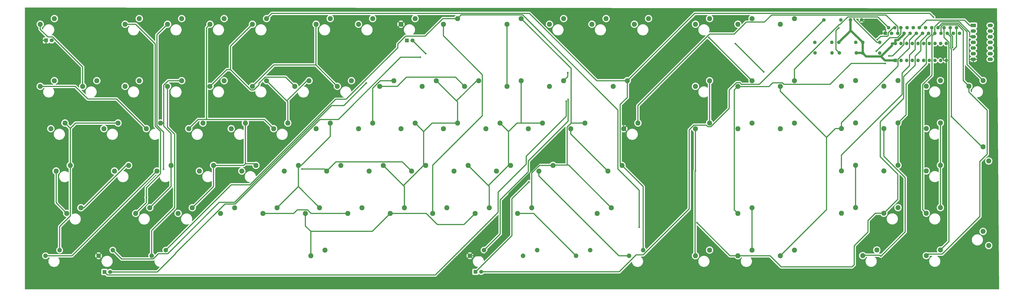
<source format=gbr>
G04 #@! TF.GenerationSoftware,KiCad,Pcbnew,7.0.1*
G04 #@! TF.CreationDate,2024-09-21T18:31:00-05:00*
G04 #@! TF.ProjectId,C128DKEYBOARD,43313238-444b-4455-9942-4f4152442e6b,3.3*
G04 #@! TF.SameCoordinates,Original*
G04 #@! TF.FileFunction,Copper,L2,Bot*
G04 #@! TF.FilePolarity,Positive*
%FSLAX46Y46*%
G04 Gerber Fmt 4.6, Leading zero omitted, Abs format (unit mm)*
G04 Created by KiCad (PCBNEW 7.0.1) date 2024-09-21 18:31:00*
%MOMM*%
%LPD*%
G01*
G04 APERTURE LIST*
G04 #@! TA.AperFunction,ComponentPad*
%ADD10C,2.286000*%
G04 #@! TD*
G04 #@! TA.AperFunction,ComponentPad*
%ADD11C,2.032000*%
G04 #@! TD*
G04 #@! TA.AperFunction,ComponentPad*
%ADD12C,1.600000*%
G04 #@! TD*
G04 #@! TA.AperFunction,ComponentPad*
%ADD13O,1.600000X1.600000*%
G04 #@! TD*
G04 #@! TA.AperFunction,ComponentPad*
%ADD14R,2.400000X1.600000*%
G04 #@! TD*
G04 #@! TA.AperFunction,ComponentPad*
%ADD15O,2.400000X1.600000*%
G04 #@! TD*
G04 #@! TA.AperFunction,ComponentPad*
%ADD16R,1.600000X1.600000*%
G04 #@! TD*
G04 #@! TA.AperFunction,ComponentPad*
%ADD17R,1.800000X1.800000*%
G04 #@! TD*
G04 #@! TA.AperFunction,ComponentPad*
%ADD18C,1.800000*%
G04 #@! TD*
G04 #@! TA.AperFunction,ViaPad*
%ADD19C,0.800000*%
G04 #@! TD*
G04 #@! TA.AperFunction,Conductor*
%ADD20C,0.500000*%
G04 #@! TD*
G04 #@! TA.AperFunction,Conductor*
%ADD21C,1.000000*%
G04 #@! TD*
G04 APERTURE END LIST*
D10*
X66865500Y-128651000D03*
X60515500Y-131191000D03*
X104965500Y-128651000D03*
X98615500Y-131191000D03*
X124015500Y-128651000D03*
X117665500Y-131191000D03*
X143065500Y-128651000D03*
X136715500Y-131191000D03*
X162115500Y-128651000D03*
X155765500Y-131191000D03*
X190690500Y-128651000D03*
X184340500Y-131191000D03*
X209740500Y-128651000D03*
X203390500Y-131191000D03*
X228790500Y-128651000D03*
X222440500Y-131191000D03*
X247840500Y-128651000D03*
X241490500Y-131191000D03*
X276415500Y-128651000D03*
X270065500Y-131191000D03*
X295465500Y-128651000D03*
X289115500Y-131191000D03*
X314515500Y-128651000D03*
X308165500Y-131191000D03*
X483730300Y-156514800D03*
X477380300Y-159054800D03*
X426491400Y-156540200D03*
X420141400Y-159080200D03*
X445541400Y-156540200D03*
X439191400Y-159080200D03*
X464591400Y-156540200D03*
X458241400Y-159080200D03*
X104965500Y-156591000D03*
X98615500Y-159131000D03*
X124015500Y-156591000D03*
X117665500Y-159131000D03*
X143065500Y-156591000D03*
X136715500Y-159131000D03*
X162115500Y-156591000D03*
X155765500Y-159131000D03*
X181165500Y-156591000D03*
X174815500Y-159131000D03*
X200215500Y-156591000D03*
X193865500Y-159131000D03*
X219265500Y-156591000D03*
X212915500Y-159131000D03*
X238315500Y-156591000D03*
X231965500Y-159131000D03*
X257365500Y-156591000D03*
X251015500Y-159131000D03*
X276415500Y-156591000D03*
X270065500Y-159131000D03*
X295465500Y-156591000D03*
X289115500Y-159131000D03*
X324040500Y-156591000D03*
X317690500Y-159131000D03*
X486270300Y-192709800D03*
X483730300Y-186359800D03*
X426491400Y-175590200D03*
X420141400Y-178130200D03*
X445541400Y-175590200D03*
X439191400Y-178130200D03*
X464591400Y-175590200D03*
X458241400Y-178130200D03*
X360972100Y-175641000D03*
X354622100Y-178181000D03*
X380022100Y-175641000D03*
X373672100Y-178181000D03*
X399072100Y-175641000D03*
X392722100Y-178181000D03*
X95440500Y-175641000D03*
X89090500Y-178181000D03*
X114490500Y-175641000D03*
X108140500Y-178181000D03*
X133540500Y-175641000D03*
X127190500Y-178181000D03*
X152590500Y-175641000D03*
X146240500Y-178181000D03*
X171640500Y-175641000D03*
X165290500Y-178181000D03*
X190690500Y-175641000D03*
X184340500Y-178181000D03*
X209740500Y-175641000D03*
X203390500Y-178181000D03*
X228790500Y-175641000D03*
X222440500Y-178181000D03*
X247840500Y-175641000D03*
X241490500Y-178181000D03*
X266890500Y-175641000D03*
X260540500Y-178181000D03*
X285940500Y-175641000D03*
X279590500Y-178181000D03*
X304990500Y-175641000D03*
X298640500Y-178181000D03*
X328800500Y-175641000D03*
X322450500Y-178181000D03*
X426491400Y-194640200D03*
X420141400Y-197180200D03*
X445541400Y-194640200D03*
X439191400Y-197180200D03*
X464591400Y-194640200D03*
X458241400Y-197180200D03*
X100190500Y-194691000D03*
X93840500Y-197231000D03*
X138290500Y-194691000D03*
X131940500Y-197231000D03*
X157340500Y-194691000D03*
X150990500Y-197231000D03*
X176390500Y-194691000D03*
X170040500Y-197231000D03*
X195440500Y-194691000D03*
X189090500Y-197231000D03*
X214490500Y-194691000D03*
X208140500Y-197231000D03*
X233540500Y-194691000D03*
X227190500Y-197231000D03*
X252590500Y-194691000D03*
X246240500Y-197231000D03*
X271640500Y-194691000D03*
X265290500Y-197231000D03*
X290690500Y-194691000D03*
X284340500Y-197231000D03*
X321645500Y-194691000D03*
X315295500Y-197231000D03*
X486270300Y-230733600D03*
X483730300Y-224383600D03*
X426491400Y-213690200D03*
X420141400Y-216230200D03*
X445541400Y-213690200D03*
X439191400Y-216230200D03*
X464591400Y-213690200D03*
X458241400Y-216230200D03*
X380022100Y-213741000D03*
X373672100Y-216281000D03*
X109715500Y-213741000D03*
X103365500Y-216281000D03*
X128765500Y-213741000D03*
X122415500Y-216281000D03*
X147815500Y-213741000D03*
X141465500Y-216281000D03*
X166865500Y-213741000D03*
X160515500Y-216281000D03*
X185915500Y-213741000D03*
X179565500Y-216281000D03*
X204965500Y-213741000D03*
X198615500Y-216281000D03*
X224015500Y-213741000D03*
X217665500Y-216281000D03*
X243065500Y-213741000D03*
X236715500Y-216281000D03*
X262115500Y-213741000D03*
X255765500Y-216281000D03*
X281165500Y-213741000D03*
X274815500Y-216281000D03*
X316880500Y-213741000D03*
X310530500Y-216281000D03*
X464591400Y-232740200D03*
X458241400Y-235280200D03*
X436041800Y-232740200D03*
X429691800Y-235280200D03*
X360972100Y-232791000D03*
X354622100Y-235331000D03*
X380022100Y-232791000D03*
X373672100Y-235331000D03*
X399072100Y-232791000D03*
X392722100Y-235331000D03*
D11*
X93050500Y-232791000D03*
X86700500Y-235331000D03*
X116860500Y-232791000D03*
X110510500Y-235331000D03*
D10*
X188295500Y-232791000D03*
X181945500Y-235331000D03*
D11*
X259735500Y-232791000D03*
X253385500Y-235331000D03*
X283545500Y-232791000D03*
X277195500Y-235331000D03*
X307355500Y-232791000D03*
X301005500Y-235331000D03*
X331165500Y-232791000D03*
X324815500Y-235331000D03*
D10*
X360972100Y-156591000D03*
X354622100Y-159131000D03*
X399072100Y-156591000D03*
X392722100Y-159131000D03*
X380022100Y-156591000D03*
X373672100Y-159131000D03*
X360972100Y-128651000D03*
X354622100Y-131191000D03*
X380022100Y-128651000D03*
X373672100Y-131191000D03*
X399072100Y-128651000D03*
X392722100Y-131191000D03*
X71620500Y-175641000D03*
X65270500Y-178181000D03*
X74003500Y-194691000D03*
X67653500Y-197231000D03*
X78765500Y-213741000D03*
X72415500Y-216281000D03*
D11*
X69240500Y-232791000D03*
X62890500Y-235331000D03*
D10*
X119240500Y-194691000D03*
X112890500Y-197231000D03*
X333565500Y-128651000D03*
X327215500Y-131191000D03*
X85915500Y-156591000D03*
X79565500Y-159131000D03*
X66865500Y-156591000D03*
X60515500Y-159131000D03*
D12*
X429717200Y-139383800D03*
D13*
X437337200Y-139383800D03*
D14*
X479358800Y-131719400D03*
D15*
X479358800Y-134259400D03*
X479358800Y-136799400D03*
X479358800Y-139339400D03*
X479358800Y-141879400D03*
X479358800Y-144419400D03*
X479358800Y-146959400D03*
X486978800Y-146959400D03*
X486978800Y-144419400D03*
X486978800Y-141879400D03*
X486978800Y-139339400D03*
X486978800Y-136799400D03*
X486978800Y-134259400D03*
X486978800Y-131719400D03*
D12*
X429691800Y-144195800D03*
D13*
X437311800Y-144195800D03*
D16*
X444327200Y-147487800D03*
D13*
X446867200Y-147487800D03*
X449407200Y-147487800D03*
X451947200Y-147487800D03*
X454487200Y-147487800D03*
X457027200Y-147487800D03*
X459567200Y-147487800D03*
X462107200Y-147487800D03*
X464647200Y-147487800D03*
X467187200Y-147487800D03*
X467187200Y-139867800D03*
X464647200Y-139867800D03*
X462107200Y-139867800D03*
X459567200Y-139867800D03*
X457027200Y-139867800D03*
X454487200Y-139867800D03*
X451947200Y-139867800D03*
X449407200Y-139867800D03*
X446867200Y-139867800D03*
X444327200Y-139867800D03*
D17*
X89321800Y-242646200D03*
D18*
X91861800Y-242646200D03*
D12*
X408279600Y-144068800D03*
D13*
X415899600Y-144068800D03*
D12*
X418947200Y-139383800D03*
D13*
X426567200Y-139383800D03*
D12*
X424169200Y-129184400D03*
X429169200Y-129184400D03*
X419176200Y-144119600D03*
D13*
X426796200Y-144119600D03*
D12*
X412292800Y-129235200D03*
D13*
X419912800Y-129235200D03*
D17*
X63114000Y-138455400D03*
D18*
X65654000Y-138455400D03*
D12*
X408177200Y-139383800D03*
D13*
X415797200Y-139383800D03*
D17*
X255874600Y-242570000D03*
D18*
X258414600Y-242570000D03*
D17*
X225115200Y-138531600D03*
D18*
X227655200Y-138531600D03*
D16*
X439914600Y-135276300D03*
D12*
X442684600Y-135276300D03*
X445454600Y-135276300D03*
X448224600Y-135276300D03*
X450994600Y-135276300D03*
X453764600Y-135276300D03*
X456534600Y-135276300D03*
X459304600Y-135276300D03*
X462074600Y-135276300D03*
X464844600Y-135276300D03*
X467614600Y-135276300D03*
X470384600Y-135276300D03*
X473154600Y-135276300D03*
X441299600Y-132736300D03*
X444069600Y-132736300D03*
X446839600Y-132736300D03*
X449609600Y-132736300D03*
X452379600Y-132736300D03*
X455149600Y-132736300D03*
X457919600Y-132736300D03*
X460689600Y-132736300D03*
X463459600Y-132736300D03*
X466229600Y-132736300D03*
X468999600Y-132736300D03*
X471769600Y-132736300D03*
D19*
X439801000Y-148844000D03*
X441452000Y-145415000D03*
X461444100Y-128005400D03*
X108122300Y-209088500D03*
X355276300Y-220484300D03*
X354622100Y-197091800D03*
X178001300Y-196330600D03*
X115817800Y-196434700D03*
X360617200Y-137186100D03*
X469981700Y-141606500D03*
X462254500Y-143287200D03*
X293205800Y-185095100D03*
X356542400Y-136188700D03*
X329425600Y-222484600D03*
X469513000Y-172666600D03*
X435781600Y-143309800D03*
X297330000Y-152954100D03*
X436253600Y-138165500D03*
X470453100Y-142651600D03*
X297466800Y-165100600D03*
X296614700Y-165880800D03*
X231056100Y-146054100D03*
X418947500Y-132841600D03*
X279906600Y-202069700D03*
X385280600Y-152665200D03*
X372533100Y-139917700D03*
X233518400Y-144394800D03*
X425801500Y-128783600D03*
X206904900Y-157641700D03*
D20*
X439768100Y-148789500D02*
X439713600Y-148789500D01*
X439801000Y-148844000D02*
X439768100Y-148789500D01*
X439659100Y-148789500D02*
X439801000Y-148844000D01*
X443088100Y-145415000D02*
X441452000Y-145415000D01*
X448137200Y-140365900D02*
X443088100Y-145415000D01*
D21*
X439730300Y-147487800D02*
X444327200Y-147487800D01*
X437944200Y-145701700D02*
X439730300Y-147487800D01*
D20*
X464591400Y-194640200D02*
X464591400Y-175590200D01*
X476523600Y-149308100D02*
X476523600Y-134624200D01*
X476523600Y-134624200D02*
X472659000Y-130759600D01*
X464591400Y-213690200D02*
X464591400Y-194640200D01*
X465342700Y-130759600D02*
X463459600Y-132642700D01*
X463459600Y-132642700D02*
X463459600Y-132736300D01*
X472659000Y-130759600D02*
X465342700Y-130759600D01*
X483730300Y-156514800D02*
X476523600Y-149308100D01*
D21*
X448224600Y-135276300D02*
X448224600Y-135710100D01*
X429691800Y-144195800D02*
X431197700Y-145701700D01*
X424169200Y-129184400D02*
X424169200Y-134161800D01*
X437944200Y-145701700D02*
X442827100Y-140818800D01*
X431197700Y-145701700D02*
X437944200Y-145701700D01*
X424169200Y-134161800D02*
X424469800Y-134161800D01*
X442827100Y-140818800D02*
X442827100Y-139867800D01*
X429691800Y-144119600D02*
X429691800Y-144195800D01*
X444327200Y-139867800D02*
X442827100Y-139867800D01*
X426796200Y-144119600D02*
X428296300Y-144119600D01*
X429691800Y-139383800D02*
X429717200Y-139383800D01*
X424469800Y-134161800D02*
X429691800Y-139383800D01*
X429691800Y-139383800D02*
X429691800Y-144119600D01*
X444327200Y-139867800D02*
X444327200Y-138367700D01*
X448224600Y-135710100D02*
X445567000Y-138367700D01*
X424169200Y-134161800D02*
X418947200Y-139383800D01*
X429691800Y-144119600D02*
X428296300Y-144119600D01*
X445567000Y-138367700D02*
X444327200Y-138367700D01*
D20*
X60515500Y-133464600D02*
X60515500Y-131191000D01*
X270065500Y-159131000D02*
X270065500Y-131191000D01*
X79565500Y-159131000D02*
X79565500Y-150457400D01*
X193865500Y-159131000D02*
X184258000Y-149523500D01*
X120838200Y-180671700D02*
X120838200Y-213711600D01*
X79565500Y-150457400D02*
X65995900Y-136887800D01*
X63938700Y-136887800D02*
X60515500Y-133464600D01*
X120838200Y-213711600D02*
X110510500Y-224039300D01*
X110510500Y-224039300D02*
X110510500Y-235331000D01*
X65995900Y-136887800D02*
X63938700Y-136887800D01*
X117665500Y-177499000D02*
X120838200Y-180671700D01*
X184258000Y-149523500D02*
X184258000Y-131273500D01*
X155765500Y-159131000D02*
X165373000Y-149523500D01*
X184258000Y-131273500D02*
X184340500Y-131191000D01*
X117665500Y-159131000D02*
X117665500Y-177499000D01*
X165373000Y-149523500D02*
X184258000Y-149523500D01*
X331165500Y-232791000D02*
X331165500Y-204211000D01*
X280071300Y-126327700D02*
X164438800Y-126327700D01*
X354298800Y-126332700D02*
X459771400Y-126332700D01*
X321645500Y-194691000D02*
X320851600Y-193897100D01*
X324040500Y-156591000D02*
X310334600Y-156591000D01*
X324040500Y-156591000D02*
X354298800Y-126332700D01*
X459771400Y-126332700D02*
X461444100Y-128005400D01*
X331165500Y-204211000D02*
X321645500Y-194691000D01*
X320851600Y-193897100D02*
X320851600Y-167318000D01*
X310334600Y-156591000D02*
X280071300Y-126327700D01*
X320851600Y-167318000D02*
X324040500Y-164129100D01*
X324040500Y-164129100D02*
X324040500Y-156591000D01*
X164438800Y-126327700D02*
X162115500Y-128651000D01*
X373672100Y-235331000D02*
X388107700Y-235331000D01*
X114506600Y-179376300D02*
X112156600Y-177026300D01*
X112156600Y-177026300D02*
X112156600Y-139999200D01*
X424964600Y-240330400D02*
X425907200Y-239387800D01*
X370123000Y-235331000D02*
X373672100Y-235331000D01*
X455757200Y-143047600D02*
X455757200Y-138823700D01*
X445456500Y-198696000D02*
X437580300Y-190819800D01*
X437580300Y-175107000D02*
X448104400Y-164582900D01*
X435356000Y-216230200D02*
X439191400Y-216230200D01*
X453217200Y-149654900D02*
X453217200Y-145587600D01*
X108122300Y-209088500D02*
X108122300Y-204761700D01*
X233797700Y-216281000D02*
X238802300Y-221285600D01*
X425907200Y-239387800D02*
X425907200Y-230860600D01*
X112156600Y-139999200D02*
X103348400Y-131191000D01*
X355276300Y-220484300D02*
X370123000Y-235331000D01*
X432054000Y-224713800D02*
X432054000Y-219532200D01*
X432054000Y-219532200D02*
X435356000Y-216230200D01*
X425907200Y-230860600D02*
X432054000Y-224713800D01*
X448104400Y-164582900D02*
X448104400Y-154767700D01*
X238802300Y-221285600D02*
X250760900Y-221285600D01*
X108122300Y-204761700D02*
X114506600Y-198377400D01*
X209603700Y-224342800D02*
X217665500Y-216281000D01*
X181945500Y-235331000D02*
X181945500Y-224342800D01*
X439191400Y-216230200D02*
X445456500Y-209965100D01*
X250760900Y-221285600D02*
X255765500Y-216281000D01*
X448104400Y-154767700D02*
X453217200Y-149654900D01*
X455757200Y-138823700D02*
X459304600Y-135276300D01*
X103348400Y-131191000D02*
X98615500Y-131191000D01*
X181945500Y-224342800D02*
X209603700Y-224342800D01*
X437580300Y-190819800D02*
X437580300Y-175107000D01*
X388107700Y-235331000D02*
X393107100Y-240330400D01*
X114506600Y-198377400D02*
X114506600Y-179376300D01*
X217665500Y-216281000D02*
X233797700Y-216281000D01*
X108122300Y-211524200D02*
X108122300Y-209088500D01*
X181945500Y-224342800D02*
X179565500Y-221962800D01*
X453217200Y-145587600D02*
X455757200Y-143047600D01*
X445456500Y-209965100D02*
X445456500Y-198696000D01*
X393107100Y-240330400D02*
X424964600Y-240330400D01*
X103365500Y-216281000D02*
X108122300Y-211524200D01*
X179565500Y-221962800D02*
X179565500Y-216281000D01*
X112897300Y-176776700D02*
X112897300Y-135959200D01*
X115817800Y-179697200D02*
X112897300Y-176776700D01*
X193227800Y-193093700D02*
X189090500Y-197231000D01*
X354622100Y-197091800D02*
X354622100Y-178181000D01*
X420141400Y-190096400D02*
X447404200Y-162833600D01*
X447404200Y-153158600D02*
X450677200Y-149885600D01*
X453217200Y-142591900D02*
X453217200Y-138593700D01*
X447404200Y-162833600D02*
X447404200Y-153158600D01*
X74790500Y-235331000D02*
X112890500Y-197231000D01*
X62890500Y-235331000D02*
X74790500Y-235331000D01*
X453217200Y-138593700D02*
X456534600Y-135276300D01*
X189090500Y-197231000D02*
X188190100Y-196330600D01*
X450677200Y-149885600D02*
X450677200Y-145131900D01*
X227190500Y-197231000D02*
X223053200Y-193093700D01*
X450677200Y-145131900D02*
X453217200Y-142591900D01*
X223053200Y-193093700D02*
X193227800Y-193093700D01*
X112897300Y-135959200D02*
X117665500Y-131191000D01*
X354622100Y-197091800D02*
X354426200Y-197287700D01*
X188190100Y-196330600D02*
X178001300Y-196330600D01*
X420141400Y-197180200D02*
X420141400Y-190096400D01*
X354426200Y-235135100D02*
X354622100Y-235331000D01*
X115817800Y-196434700D02*
X115817800Y-179697200D01*
X354426200Y-197287700D02*
X354426200Y-235135100D01*
X392722100Y-159131000D02*
X392722100Y-161371100D01*
X450677200Y-141847700D02*
X450677200Y-138363700D01*
X420141400Y-175465200D02*
X445577400Y-150029200D01*
X445577400Y-146947500D02*
X450677200Y-141847700D01*
X413478800Y-214574300D02*
X392722100Y-235331000D01*
X135119800Y-132786700D02*
X136715500Y-131191000D01*
X392722100Y-161371100D02*
X413478800Y-182127800D01*
X420141400Y-178130200D02*
X420141400Y-175465200D01*
X450677200Y-138363700D02*
X453764600Y-135276300D01*
X417476400Y-178130200D02*
X420141400Y-178130200D01*
X161128900Y-174019400D02*
X135119800Y-174019400D01*
X413478800Y-182127800D02*
X417476400Y-178130200D01*
X131352100Y-174019400D02*
X127190500Y-178181000D01*
X445577400Y-150029200D02*
X445577400Y-146947500D01*
X135119800Y-174019400D02*
X135119800Y-132786700D01*
X165290500Y-178181000D02*
X161128900Y-174019400D01*
X135119800Y-174019400D02*
X131352100Y-174019400D01*
X413478800Y-182127800D02*
X413478800Y-214574300D01*
X145947400Y-141009100D02*
X155765500Y-131191000D01*
X145947400Y-151616300D02*
X145947400Y-141009100D01*
X373449100Y-159354000D02*
X372063700Y-160739400D01*
X224869400Y-154995900D02*
X246880400Y-154995900D01*
X373672100Y-159131000D02*
X373449100Y-159354000D01*
X161461700Y-154977600D02*
X158692800Y-157746500D01*
X212915500Y-159131000D02*
X220734300Y-159131000D01*
X424518500Y-148789500D02*
X439659100Y-148789500D01*
X393662200Y-157531100D02*
X394337000Y-158205900D01*
X448137200Y-140365900D02*
X448137200Y-138133700D01*
X155074300Y-160743200D02*
X145947400Y-151616300D01*
X389329600Y-157531100D02*
X393662200Y-157531100D01*
X158692800Y-158456900D02*
X156406500Y-160743200D01*
X170662100Y-154977600D02*
X161461700Y-154977600D01*
X144230200Y-151616300D02*
X136715500Y-159131000D01*
X145947400Y-151616300D02*
X144230200Y-151616300D01*
X415102100Y-158205900D02*
X424518500Y-148789500D01*
X448137200Y-138133700D02*
X450994600Y-135276300D01*
X387633700Y-159227000D02*
X389329600Y-157531100D01*
X158692800Y-157746500D02*
X158692800Y-158456900D01*
X394337000Y-158205900D02*
X415102100Y-158205900D01*
X220734300Y-159131000D02*
X224869400Y-154995900D01*
X246880400Y-154995900D02*
X251015500Y-159131000D01*
X174815500Y-159131000D02*
X170662100Y-154977600D01*
X373576100Y-159227000D02*
X387633700Y-159227000D01*
X372063700Y-214672600D02*
X373672100Y-216281000D01*
X156406500Y-160743200D02*
X155074300Y-160743200D01*
X372063700Y-160739400D02*
X372063700Y-214672600D01*
X373449100Y-159354000D02*
X373576100Y-159227000D01*
X380022100Y-156591000D02*
X360617200Y-137186100D01*
X458277400Y-148991300D02*
X458277400Y-138083400D01*
X445541400Y-175590200D02*
X449154500Y-171977100D01*
X449154500Y-171977100D02*
X449154500Y-158114200D01*
X449154500Y-158114200D02*
X458277400Y-148991300D01*
X445541400Y-194640200D02*
X445541400Y-175590200D01*
X426491400Y-213690200D02*
X426491400Y-194640200D01*
X460689600Y-135671200D02*
X460689600Y-132736300D01*
X458277400Y-138083400D02*
X460689600Y-135671200D01*
X468999600Y-132736300D02*
X468999600Y-135659300D01*
X468999600Y-135659300D02*
X469981700Y-136641400D01*
X469981700Y-136641400D02*
X469981700Y-141606500D01*
X270851700Y-207449200D02*
X293205800Y-185095100D01*
X439914600Y-135276300D02*
X438664500Y-135276300D01*
X465937100Y-146969800D02*
X462254500Y-143287200D01*
X322450500Y-178181000D02*
X322450500Y-170280600D01*
X467187200Y-147487800D02*
X465937100Y-147487800D01*
X432572600Y-129184400D02*
X438664500Y-135276300D01*
X429169200Y-129184400D02*
X432572600Y-129184400D01*
X322450500Y-170280600D02*
X356542400Y-136188700D01*
X259359000Y-235331000D02*
X270851700Y-223838300D01*
X465937100Y-147487800D02*
X465937100Y-146969800D01*
X270851700Y-223838300D02*
X270851700Y-207449200D01*
X253385500Y-235331000D02*
X259359000Y-235331000D01*
X241248000Y-128651000D02*
X233326800Y-136572200D01*
X468437400Y-140958400D02*
X468431500Y-140964300D01*
X249463600Y-127027900D02*
X277073300Y-127027900D01*
X224563800Y-136572200D02*
X221034200Y-140101800D01*
X466229600Y-137142300D02*
X468437400Y-139350100D01*
X154674000Y-203441300D02*
X146210100Y-203441300D01*
X277073300Y-127027900D02*
X319847700Y-169802300D01*
X221034200Y-140101800D02*
X221034200Y-141773900D01*
X233326800Y-136572200D02*
X224563800Y-136572200D01*
X468437400Y-139350100D02*
X468437400Y-140958400D01*
X380022100Y-232791000D02*
X380022100Y-213741000D01*
X247840500Y-128651000D02*
X249463600Y-127027900D01*
X247840500Y-128651000D02*
X241248000Y-128651000D01*
X221034200Y-141773900D02*
X197852700Y-164955400D01*
X329425600Y-205915300D02*
X329425600Y-222484600D01*
X468431500Y-140964300D02*
X468431500Y-142248700D01*
X468437400Y-142254600D02*
X468437400Y-219369200D01*
X197852700Y-164955400D02*
X193159900Y-164955400D01*
X468437400Y-219369200D02*
X468437400Y-228894200D01*
X319847700Y-169802300D02*
X319847700Y-196337400D01*
X146210100Y-203441400D02*
X116860500Y-232791000D01*
X319847700Y-196337400D02*
X329425600Y-205915300D01*
X193159900Y-164955400D02*
X154674000Y-203441300D01*
X468431500Y-142248700D02*
X468437400Y-142254600D01*
X468437400Y-228894200D02*
X464591400Y-232740200D01*
X466229600Y-132736300D02*
X466229600Y-137142300D01*
X146210100Y-203441300D02*
X146210100Y-203441400D01*
X236715500Y-194601900D02*
X258959200Y-172358200D01*
X458241400Y-216230200D02*
X456626100Y-214614900D01*
X462074600Y-132336600D02*
X462074600Y-135276300D01*
X241490500Y-136416400D02*
X241490500Y-131191000D01*
X464351800Y-130059400D02*
X462074600Y-132336600D01*
X180510600Y-214686100D02*
X182105500Y-216281000D01*
X174286700Y-216281000D02*
X175881600Y-214686100D01*
X460817400Y-154185800D02*
X460817400Y-136533500D01*
X477708700Y-136799400D02*
X477708700Y-134819000D01*
X67653500Y-211519000D02*
X67653500Y-197231000D01*
X477708700Y-134819000D02*
X472949100Y-130059400D01*
X236715500Y-216281000D02*
X236715500Y-194601900D01*
X175881600Y-214686100D02*
X180510600Y-214686100D01*
X460817400Y-136533500D02*
X462074600Y-135276300D01*
X301005500Y-235331000D02*
X281955500Y-216281000D01*
X258959200Y-153885100D02*
X241490500Y-136416400D01*
X258959200Y-172358200D02*
X258959200Y-153885100D01*
X456626100Y-158377100D02*
X460817400Y-154185800D01*
X456626100Y-214614900D02*
X456626100Y-158377100D01*
X281955500Y-216281000D02*
X274815500Y-216281000D01*
X479358800Y-136799400D02*
X477708700Y-136799400D01*
X472949100Y-130059400D02*
X464351800Y-130059400D01*
X182105500Y-216281000D02*
X198615500Y-216281000D01*
X72415500Y-216281000D02*
X67653500Y-211519000D01*
X160515500Y-216281000D02*
X174286700Y-216281000D01*
X419200800Y-131334600D02*
X419594500Y-131334600D01*
X281165500Y-198125700D02*
X281165500Y-213741000D01*
X297017700Y-177455300D02*
X298832000Y-175641000D01*
X423015000Y-127914100D02*
X436477400Y-127914100D01*
X399072100Y-151463300D02*
X419200800Y-131334600D01*
X276415500Y-128651000D02*
X298832000Y-151067500D01*
X297017700Y-194537200D02*
X297017700Y-177455300D01*
X297017700Y-194537200D02*
X297676700Y-194537200D01*
X290690500Y-194691000D02*
X290844300Y-194537200D01*
X297676700Y-194537200D02*
X316880500Y-213741000D01*
X419594500Y-131334600D02*
X423015000Y-127914100D01*
X290844300Y-194537200D02*
X297017700Y-194537200D01*
X360972100Y-156591000D02*
X360972100Y-175641000D01*
X399072100Y-156591000D02*
X399072100Y-151463300D01*
X298832000Y-151067500D02*
X298832000Y-175641000D01*
X284600200Y-194691000D02*
X281165500Y-198125700D01*
X304990500Y-175641000D02*
X298832000Y-175641000D01*
X436477400Y-127914100D02*
X441299600Y-132736300D01*
X290690500Y-194691000D02*
X284600200Y-194691000D01*
X474843100Y-156517600D02*
X474843100Y-134030400D01*
X474843100Y-134030400D02*
X472284600Y-131471900D01*
X458888400Y-234633200D02*
X465375507Y-234633200D01*
X485623300Y-169908263D02*
X477380300Y-161665263D01*
X284340500Y-197231000D02*
X284340500Y-199426500D01*
X464844600Y-132339400D02*
X464844600Y-135276300D01*
X477380300Y-161665263D02*
X477380300Y-159054800D01*
X465712100Y-131471900D02*
X464844600Y-132339400D01*
X284340500Y-199426500D02*
X320245000Y-235331000D01*
X477380300Y-159054800D02*
X474843100Y-156517600D01*
X482326862Y-217681845D02*
X482326862Y-192913701D01*
X465375507Y-234633200D02*
X482326862Y-217681845D01*
X482326862Y-192913701D02*
X485623300Y-189617263D01*
X458241400Y-235280200D02*
X458888400Y-234633200D01*
X485623300Y-189617263D02*
X485623300Y-169908263D01*
X472284600Y-131471900D02*
X465712100Y-131471900D01*
X320245000Y-235331000D02*
X324815500Y-235331000D01*
X76386500Y-175641000D02*
X95440500Y-175641000D01*
X69240500Y-222218500D02*
X69240500Y-232791000D01*
X74003500Y-194691000D02*
X74053600Y-194741100D01*
X74003500Y-178024000D02*
X76386500Y-175641000D01*
X74003500Y-178024000D02*
X71620500Y-175641000D01*
X74053600Y-217405400D02*
X69240500Y-222218500D01*
X74053600Y-194741100D02*
X74053600Y-217405400D01*
X74003500Y-194691000D02*
X74003500Y-178024000D01*
X439191400Y-178130200D02*
X439191400Y-190585100D01*
X437336499Y-235076299D02*
X429895701Y-235076299D01*
X448792600Y-224637600D02*
X437845200Y-235585000D01*
X469213800Y-141172200D02*
X469131600Y-141254400D01*
X439191400Y-190585100D02*
X448792600Y-200186300D01*
X60515500Y-159131000D02*
X76210600Y-159131000D01*
X483730300Y-186359800D02*
X483206200Y-186359800D01*
X94774700Y-164815200D02*
X108140500Y-178181000D01*
X469513000Y-142340000D02*
X469513000Y-172666600D01*
X429895701Y-235076299D02*
X429691800Y-235280200D01*
X467614600Y-135276300D02*
X469213800Y-136875500D01*
X298640500Y-180576000D02*
X298640500Y-178181000D01*
X448792600Y-200186300D02*
X448792600Y-224637600D01*
X81894800Y-164815200D02*
X94774700Y-164815200D01*
X483206200Y-186359800D02*
X469513000Y-172666600D01*
X469131600Y-141254400D02*
X469131600Y-141958600D01*
X76210600Y-159131000D02*
X81894800Y-164815200D01*
X315295500Y-197231000D02*
X298640500Y-180576000D01*
X437845200Y-235585000D02*
X437336499Y-235076299D01*
X469131600Y-141958600D02*
X469513000Y-142340000D01*
X469213800Y-136875500D02*
X469213800Y-141172200D01*
X479358800Y-131719400D02*
X477708700Y-131719400D01*
X117948000Y-156591000D02*
X124015500Y-156591000D01*
X99143000Y-194691000D02*
X80093000Y-213741000D01*
X458526600Y-129359300D02*
X455149600Y-132736300D01*
X475348600Y-129359300D02*
X458526600Y-129359300D01*
X115903000Y-175641000D02*
X114490500Y-175641000D01*
X80093000Y-213741000D02*
X78765500Y-213741000D01*
X119240500Y-204216000D02*
X119240500Y-194691000D01*
X115903000Y-175641000D02*
X115903000Y-158636000D01*
X115903000Y-177053500D02*
X115903000Y-175641000D01*
X477708700Y-131719400D02*
X475348600Y-129359300D01*
X109715500Y-213741000D02*
X119240500Y-204216000D01*
X115903000Y-158636000D02*
X117948000Y-156591000D01*
X119240500Y-180391000D02*
X115903000Y-177053500D01*
X119240500Y-194691000D02*
X119240500Y-180391000D01*
X100190500Y-194691000D02*
X99143000Y-194691000D01*
X128765500Y-213741000D02*
X138290500Y-204216000D01*
X152590500Y-193953600D02*
X156603100Y-193953600D01*
X171182200Y-165657700D02*
X162115500Y-156591000D01*
X151853100Y-194691000D02*
X152590500Y-193953600D01*
X171640500Y-166116000D02*
X171182200Y-165657700D01*
X138290500Y-204216000D02*
X138290500Y-194691000D01*
X138290500Y-194691000D02*
X151853100Y-194691000D01*
X171182200Y-165657700D02*
X180248900Y-156591000D01*
X180248900Y-156591000D02*
X181165500Y-156591000D01*
X152590500Y-193953600D02*
X152590500Y-175641000D01*
X171640500Y-175641000D02*
X171640500Y-166116000D01*
X156603100Y-193953600D02*
X157340500Y-194691000D01*
X185915500Y-213741000D02*
X176390500Y-204216000D01*
X209740500Y-160023300D02*
X213172800Y-156591000D01*
X190690500Y-181639600D02*
X190690500Y-175641000D01*
X209740500Y-175641000D02*
X209740500Y-160023300D01*
X177639100Y-194691000D02*
X190690500Y-181639600D01*
X176390500Y-194691000D02*
X177639100Y-194691000D01*
X166865500Y-213741000D02*
X176390500Y-204216000D01*
X176390500Y-204216000D02*
X176390500Y-194691000D01*
X213172800Y-156591000D02*
X219265500Y-156591000D01*
X257365500Y-156591000D02*
X256448900Y-156591000D01*
X223557200Y-203757700D02*
X214490500Y-194691000D01*
X232623900Y-194691000D02*
X223557200Y-203757700D01*
X232623900Y-194691000D02*
X232623900Y-179474400D01*
X445280500Y-137219600D02*
X446839600Y-135660500D01*
X232623900Y-179474400D02*
X228790500Y-175641000D01*
X247840500Y-175641000D02*
X236457300Y-175641000D01*
X233540500Y-194691000D02*
X232623900Y-194691000D01*
X441871800Y-137219600D02*
X445280500Y-137219600D01*
X224015500Y-204216000D02*
X223557200Y-203757700D01*
X236457300Y-175641000D02*
X232623900Y-179474400D01*
X446839600Y-135660500D02*
X446839600Y-132736300D01*
X247840500Y-175641000D02*
X247840500Y-166116000D01*
X224015500Y-213741000D02*
X224015500Y-204216000D01*
X435781600Y-143309800D02*
X441871800Y-137219600D01*
X247840500Y-166116000D02*
X247382200Y-165657700D01*
X247382200Y-165657700D02*
X238315500Y-156591000D01*
X256448900Y-156591000D02*
X247382200Y-165657700D01*
X270723900Y-179474400D02*
X266890500Y-175641000D01*
X262115500Y-213741000D02*
X262115500Y-204216000D01*
X441164800Y-134987700D02*
X443416200Y-132736300D01*
X437809400Y-136609700D02*
X440839900Y-136609700D01*
X295465500Y-156591000D02*
X297330000Y-154726500D01*
X262115500Y-204216000D02*
X261657200Y-203757700D01*
X297330000Y-154726500D02*
X297330000Y-152954100D01*
X276415500Y-175641000D02*
X274557300Y-175641000D01*
X441164800Y-136284800D02*
X441164800Y-134987700D01*
X270723900Y-194691000D02*
X261657200Y-203757700D01*
X276415500Y-175641000D02*
X276415500Y-156591000D01*
X443416200Y-132736300D02*
X444069600Y-132736300D01*
X261657200Y-203757700D02*
X252590500Y-194691000D01*
X271640500Y-194691000D02*
X270723900Y-194691000D01*
X436253600Y-138165500D02*
X437809400Y-136609700D01*
X285940500Y-175641000D02*
X276415500Y-175641000D01*
X270723900Y-194691000D02*
X270723900Y-179474400D01*
X274557300Y-175641000D02*
X270723900Y-179474400D01*
X440839900Y-136609700D02*
X441164800Y-136284800D01*
X328800500Y-167791900D02*
X360950100Y-135642300D01*
X328800500Y-175641000D02*
X328800500Y-167791900D01*
X445454600Y-132350400D02*
X445454600Y-135276300D01*
X360950100Y-135642300D02*
X372053800Y-135642300D01*
X377451900Y-130244200D02*
X385644800Y-130244200D01*
X440137100Y-127032900D02*
X445454600Y-132350400D01*
X385644800Y-130244200D02*
X388856100Y-127032900D01*
X372053800Y-135642300D02*
X377451900Y-130244200D01*
X388856100Y-127032900D02*
X440137100Y-127032900D01*
X471769600Y-141335100D02*
X470453100Y-142651600D01*
X471769600Y-132736300D02*
X471769600Y-141335100D01*
X279606000Y-192722100D02*
X279606000Y-197639400D01*
X267017600Y-225508900D02*
X259735500Y-232791000D01*
X297466800Y-174861300D02*
X279606000Y-192722100D01*
X267017600Y-210227800D02*
X267017600Y-225508900D01*
X297466800Y-165100600D02*
X297466800Y-174861300D01*
X279606000Y-197639400D02*
X267017600Y-210227800D01*
X89321800Y-242646200D02*
X90685000Y-244009400D01*
X266089600Y-206733400D02*
X278697700Y-194125300D01*
X90685000Y-244009400D02*
X237847300Y-244009400D01*
X237847300Y-244009400D02*
X266089600Y-215767100D01*
X278697700Y-194125300D02*
X278697700Y-190537600D01*
X296614700Y-172620600D02*
X296614700Y-165880800D01*
X266089600Y-215767100D02*
X266089600Y-206733400D01*
X278697700Y-190537600D02*
X296614700Y-172620600D01*
X222296100Y-146054100D02*
X231056100Y-146054100D01*
X194302400Y-174047800D02*
X222296100Y-146054100D01*
X91861800Y-242646200D02*
X113063400Y-242646200D01*
X121255200Y-234206900D02*
X143416800Y-212045300D01*
X143416800Y-212045300D02*
X148050600Y-212045300D01*
X186048100Y-174047800D02*
X194302400Y-174047800D01*
X148050600Y-212045300D02*
X186048100Y-174047800D01*
X121255200Y-234454400D02*
X121255200Y-234206900D01*
X113063400Y-242646200D02*
X121255200Y-234454400D01*
X419176200Y-144119600D02*
X417654100Y-142597500D01*
X417654100Y-134135000D02*
X418947500Y-132841600D01*
X417654100Y-142597500D02*
X417654100Y-134135000D01*
X272251700Y-226317900D02*
X272251700Y-209724600D01*
X272251700Y-209724600D02*
X279906600Y-202069700D01*
X255999600Y-242570000D02*
X272251700Y-226317900D01*
X255874600Y-242570000D02*
X255999600Y-242570000D01*
X360169200Y-177283100D02*
X361597700Y-177283100D01*
X258414600Y-242570000D02*
X320425300Y-242570000D01*
X351831500Y-214252300D02*
X351831500Y-178716800D01*
X375288300Y-158207200D02*
X383320800Y-158207200D01*
X320425300Y-242570000D02*
X328034800Y-234960500D01*
X351831500Y-178716800D02*
X353970800Y-176577500D01*
X353970800Y-176577500D02*
X359463600Y-176577500D01*
X373044000Y-157504100D02*
X374585200Y-157504100D01*
X369781200Y-169099600D02*
X369781200Y-160766900D01*
X331123300Y-234960500D02*
X351831500Y-214252300D01*
X328034800Y-234960500D02*
X331123300Y-234960500D01*
X383320800Y-158207200D02*
X412292800Y-129235200D01*
X361597700Y-177283100D02*
X369781200Y-169099600D01*
X359463600Y-176577500D02*
X360169200Y-177283100D01*
X369781200Y-160766900D02*
X373044000Y-157504100D01*
X374585200Y-157504100D02*
X375288300Y-158207200D01*
X385280600Y-152665200D02*
X372533100Y-139917700D01*
X227655200Y-138531600D02*
X233518400Y-144394800D01*
X425801500Y-129098200D02*
X436087100Y-139383800D01*
X437337200Y-139383800D02*
X436087100Y-139383800D01*
X425801500Y-128783600D02*
X425801500Y-129098200D01*
X140861500Y-211345100D02*
X147760500Y-211345100D01*
X191330700Y-167774900D02*
X196771700Y-167774900D01*
X113559500Y-234412100D02*
X117794500Y-234412100D01*
X97067800Y-236808300D02*
X111163300Y-236808300D01*
X117794500Y-234412100D02*
X140861500Y-211345100D01*
X196771700Y-167774900D02*
X206904900Y-157641700D01*
X111163300Y-236808300D02*
X113559500Y-234412100D01*
X147760500Y-211345100D02*
X191330700Y-167774900D01*
X93050500Y-232791000D02*
X97067800Y-236808300D01*
G04 #@! TA.AperFunction,Conductor*
G36*
X359985202Y-127105846D02*
G01*
X360030455Y-127146378D01*
X360051482Y-127203374D01*
X360043395Y-127263584D01*
X360008073Y-127313011D01*
X359806375Y-127485275D01*
X359638372Y-127681983D01*
X359503202Y-127902560D01*
X359404205Y-128141558D01*
X359343815Y-128393104D01*
X359326624Y-128611528D01*
X359323518Y-128651000D01*
X359335486Y-128803072D01*
X359343815Y-128908895D01*
X359404205Y-129160441D01*
X359478675Y-129340226D01*
X359503203Y-129399441D01*
X359638369Y-129620012D01*
X359638370Y-129620014D01*
X359638372Y-129620016D01*
X359806375Y-129816724D01*
X360003083Y-129984727D01*
X360003088Y-129984731D01*
X360223659Y-130119897D01*
X360462660Y-130218895D01*
X360714205Y-130279285D01*
X360972100Y-130299582D01*
X361229995Y-130279285D01*
X361481540Y-130218895D01*
X361720541Y-130119897D01*
X361941112Y-129984731D01*
X362137824Y-129816724D01*
X362305831Y-129620012D01*
X362440997Y-129399441D01*
X362539995Y-129160440D01*
X362600385Y-128908895D01*
X362620682Y-128651000D01*
X362600385Y-128393105D01*
X362539995Y-128141560D01*
X362440997Y-127902559D01*
X362305831Y-127681988D01*
X362305827Y-127681983D01*
X362137824Y-127485275D01*
X361936127Y-127313011D01*
X361900805Y-127263584D01*
X361892718Y-127203374D01*
X361913745Y-127146378D01*
X361958998Y-127105846D01*
X362017957Y-127091200D01*
X378976243Y-127091200D01*
X379035202Y-127105846D01*
X379080455Y-127146378D01*
X379101482Y-127203374D01*
X379093395Y-127263584D01*
X379058073Y-127313011D01*
X378856375Y-127485275D01*
X378688372Y-127681983D01*
X378553202Y-127902560D01*
X378454205Y-128141558D01*
X378393815Y-128393104D01*
X378376624Y-128611528D01*
X378373518Y-128651000D01*
X378385486Y-128803072D01*
X378393815Y-128908895D01*
X378454204Y-129160439D01*
X378516769Y-129311481D01*
X378525753Y-129372050D01*
X378505125Y-129429702D01*
X378459756Y-129470822D01*
X378400360Y-129485700D01*
X377516341Y-129485700D01*
X377498080Y-129484370D01*
X377474111Y-129480859D01*
X377424253Y-129485221D01*
X377413272Y-129485700D01*
X377407715Y-129485700D01*
X377376608Y-129489335D01*
X377372967Y-129489707D01*
X377296151Y-129496428D01*
X377277039Y-129500665D01*
X377204553Y-129527046D01*
X377201098Y-129528247D01*
X377127895Y-129552505D01*
X377110272Y-129561037D01*
X377045832Y-129603420D01*
X377042743Y-129605388D01*
X376977121Y-129645865D01*
X376961936Y-129658234D01*
X376908987Y-129714356D01*
X376906434Y-129716983D01*
X375522097Y-131101320D01*
X375460005Y-131135297D01*
X375389391Y-131130437D01*
X375332540Y-131088273D01*
X375307390Y-131022111D01*
X375305018Y-130991970D01*
X375300385Y-130933105D01*
X375239995Y-130681560D01*
X375140997Y-130442559D01*
X375005831Y-130221988D01*
X375005827Y-130221983D01*
X374837824Y-130025275D01*
X374641116Y-129857272D01*
X374641114Y-129857270D01*
X374641112Y-129857269D01*
X374420541Y-129722103D01*
X374420539Y-129722102D01*
X374181541Y-129623105D01*
X373929995Y-129562715D01*
X373672100Y-129542418D01*
X373414204Y-129562715D01*
X373162658Y-129623105D01*
X372923660Y-129722102D01*
X372703083Y-129857272D01*
X372506375Y-130025275D01*
X372338372Y-130221983D01*
X372203202Y-130442560D01*
X372104205Y-130681558D01*
X372043815Y-130933104D01*
X372033619Y-131062649D01*
X372023518Y-131191000D01*
X372040494Y-131406701D01*
X372043815Y-131448895D01*
X372104205Y-131700441D01*
X372183552Y-131892000D01*
X372203203Y-131939441D01*
X372338369Y-132160012D01*
X372338370Y-132160014D01*
X372338372Y-132160016D01*
X372506375Y-132356724D01*
X372700630Y-132522632D01*
X372703088Y-132524731D01*
X372923659Y-132659897D01*
X373162660Y-132758895D01*
X373414205Y-132819285D01*
X373503212Y-132826290D01*
X373569374Y-132851440D01*
X373611538Y-132908291D01*
X373616399Y-132978905D01*
X373582421Y-133040997D01*
X371776524Y-134846895D01*
X371735647Y-134874209D01*
X371687429Y-134883800D01*
X361014541Y-134883800D01*
X360996280Y-134882470D01*
X360972311Y-134878959D01*
X360922453Y-134883321D01*
X360911472Y-134883800D01*
X360905915Y-134883800D01*
X360874808Y-134887435D01*
X360871170Y-134887807D01*
X360855227Y-134889202D01*
X360852432Y-134889446D01*
X360789900Y-134878901D01*
X360740425Y-134839230D01*
X360716540Y-134780483D01*
X360724295Y-134717543D01*
X360809106Y-134503336D01*
X360887162Y-134199328D01*
X360900182Y-134096267D01*
X360926500Y-133887937D01*
X360926500Y-133574063D01*
X360887162Y-133262671D01*
X360830787Y-133043105D01*
X360809106Y-132958664D01*
X360693563Y-132666836D01*
X360542356Y-132391791D01*
X360530991Y-132376149D01*
X360357868Y-132137866D01*
X360312879Y-132089957D01*
X360143010Y-131909065D01*
X360089051Y-131864426D01*
X359901167Y-131708995D01*
X359636162Y-131540819D01*
X359352168Y-131407181D01*
X359053656Y-131310188D01*
X358745347Y-131251375D01*
X358510499Y-131236600D01*
X358510492Y-131236600D01*
X358353708Y-131236600D01*
X358353701Y-131236600D01*
X358118852Y-131251375D01*
X357810543Y-131310188D01*
X357512031Y-131407181D01*
X357228037Y-131540819D01*
X356963032Y-131708995D01*
X356721190Y-131909064D01*
X356506331Y-132137866D01*
X356321845Y-132391788D01*
X356170636Y-132666836D01*
X356055092Y-132958669D01*
X355977037Y-133262671D01*
X355937700Y-133574063D01*
X355937700Y-133887937D01*
X355977037Y-134199328D01*
X356055092Y-134503330D01*
X356170636Y-134795163D01*
X356321845Y-135070211D01*
X356506331Y-135324133D01*
X356721190Y-135552935D01*
X356963032Y-135753004D01*
X357075398Y-135824313D01*
X357228038Y-135921181D01*
X357512035Y-136054820D01*
X357810541Y-136151811D01*
X358118851Y-136210624D01*
X358148208Y-136212470D01*
X358353701Y-136225400D01*
X358353708Y-136225400D01*
X358510492Y-136225400D01*
X358510499Y-136225400D01*
X358693158Y-136213907D01*
X358745349Y-136210624D01*
X359039672Y-136154479D01*
X359102968Y-136158661D01*
X359156207Y-136193155D01*
X359185890Y-136249218D01*
X359184496Y-136312639D01*
X359152375Y-136367342D01*
X328309725Y-167209992D01*
X328295877Y-167221961D01*
X328276441Y-167236431D01*
X328244271Y-167274769D01*
X328236857Y-167282861D01*
X328232922Y-167286795D01*
X328213497Y-167311361D01*
X328211188Y-167314194D01*
X328161619Y-167373269D01*
X328151089Y-167389799D01*
X328118495Y-167459694D01*
X328116901Y-167462987D01*
X328082295Y-167531897D01*
X328075863Y-167550400D01*
X328060259Y-167625964D01*
X328059467Y-167629537D01*
X328041692Y-167704540D01*
X328039702Y-167724014D01*
X328041947Y-167801159D01*
X328042000Y-167804823D01*
X328042000Y-174107703D01*
X328025935Y-174169269D01*
X327981835Y-174215135D01*
X327831488Y-174307268D01*
X327634775Y-174475275D01*
X327466772Y-174671983D01*
X327331602Y-174892560D01*
X327232605Y-175131558D01*
X327173790Y-175376544D01*
X327172215Y-175383105D01*
X327151918Y-175641000D01*
X327162809Y-175779381D01*
X327172215Y-175898895D01*
X327232605Y-176150441D01*
X327310560Y-176338639D01*
X327331603Y-176389441D01*
X327466769Y-176610012D01*
X327466770Y-176610014D01*
X327466772Y-176610016D01*
X327634775Y-176806724D01*
X327831483Y-176974727D01*
X327831488Y-176974731D01*
X328052059Y-177109897D01*
X328291060Y-177208895D01*
X328542605Y-177269285D01*
X328800500Y-177289582D01*
X329058395Y-177269285D01*
X329309940Y-177208895D01*
X329548941Y-177109897D01*
X329769512Y-176974731D01*
X329966224Y-176806724D01*
X330134231Y-176610012D01*
X330269397Y-176389441D01*
X330368395Y-176150440D01*
X330428785Y-175898895D01*
X330449082Y-175641000D01*
X330428785Y-175383105D01*
X330368395Y-175131560D01*
X330269397Y-174892559D01*
X330134231Y-174671988D01*
X330134227Y-174671983D01*
X329966224Y-174475275D01*
X329769511Y-174307268D01*
X329619165Y-174215135D01*
X329575065Y-174169269D01*
X329559000Y-174107703D01*
X329559000Y-168158271D01*
X329568591Y-168110053D01*
X329595905Y-168069176D01*
X337148510Y-160516571D01*
X338534081Y-159131000D01*
X352973518Y-159131000D01*
X352984535Y-159270980D01*
X352993815Y-159388895D01*
X353054205Y-159640441D01*
X353153202Y-159879439D01*
X353153203Y-159879441D01*
X353288369Y-160100012D01*
X353288370Y-160100014D01*
X353288372Y-160100016D01*
X353456375Y-160296724D01*
X353625163Y-160440881D01*
X353653088Y-160464731D01*
X353873659Y-160599897D01*
X354112660Y-160698895D01*
X354364205Y-160759285D01*
X354622100Y-160779582D01*
X354879995Y-160759285D01*
X355131540Y-160698895D01*
X355370541Y-160599897D01*
X355591112Y-160464731D01*
X355787824Y-160296724D01*
X355955831Y-160100012D01*
X356090997Y-159879441D01*
X356189995Y-159640440D01*
X356250385Y-159388895D01*
X356270682Y-159131000D01*
X356250385Y-158873105D01*
X356189995Y-158621560D01*
X356090997Y-158382559D01*
X355955831Y-158161988D01*
X355955827Y-158161983D01*
X355787824Y-157965275D01*
X355591116Y-157797272D01*
X355591114Y-157797270D01*
X355591112Y-157797269D01*
X355370541Y-157662103D01*
X355370539Y-157662102D01*
X355131541Y-157563105D01*
X354879995Y-157502715D01*
X354622100Y-157482418D01*
X354364204Y-157502715D01*
X354112658Y-157563105D01*
X353873660Y-157662102D01*
X353653083Y-157797272D01*
X353456375Y-157965275D01*
X353288372Y-158161983D01*
X353153202Y-158382560D01*
X353054205Y-158621558D01*
X352993815Y-158873104D01*
X352982854Y-159012369D01*
X352973518Y-159131000D01*
X338534081Y-159131000D01*
X359814539Y-137850540D01*
X359873151Y-137817380D01*
X359940473Y-137819143D01*
X359997270Y-137855329D01*
X360005946Y-137864966D01*
X360074358Y-137914670D01*
X360160448Y-137977218D01*
X360334912Y-138054894D01*
X360397972Y-138068297D01*
X360431895Y-138080813D01*
X360460868Y-138102449D01*
X378401554Y-156043135D01*
X378433728Y-156098028D01*
X378434978Y-156161643D01*
X378393815Y-156333103D01*
X378373518Y-156591000D01*
X378393815Y-156848895D01*
X378454204Y-157100439D01*
X378494547Y-157197836D01*
X378526003Y-157273775D01*
X378526296Y-157274481D01*
X378535280Y-157335050D01*
X378514652Y-157392702D01*
X378469283Y-157433822D01*
X378409887Y-157448700D01*
X375654671Y-157448700D01*
X375606453Y-157439109D01*
X375565576Y-157411795D01*
X375167109Y-157013328D01*
X375155137Y-156999475D01*
X375140670Y-156980043D01*
X375135354Y-156975582D01*
X375102327Y-156947869D01*
X375094232Y-156940451D01*
X375090301Y-156936520D01*
X375077978Y-156926776D01*
X375065728Y-156917089D01*
X375062890Y-156914777D01*
X375003822Y-156865213D01*
X374987310Y-156854694D01*
X374917405Y-156822096D01*
X374914109Y-156820501D01*
X374908820Y-156817845D01*
X374853513Y-156790069D01*
X374845196Y-156785892D01*
X374826704Y-156779465D01*
X374751142Y-156763862D01*
X374747567Y-156763069D01*
X374672556Y-156745291D01*
X374653085Y-156743302D01*
X374575941Y-156745547D01*
X374572277Y-156745600D01*
X373108441Y-156745600D01*
X373090180Y-156744270D01*
X373066211Y-156740759D01*
X373016353Y-156745121D01*
X373005372Y-156745600D01*
X372999816Y-156745600D01*
X372968712Y-156749235D01*
X372965070Y-156749607D01*
X372888260Y-156756327D01*
X372869123Y-156760570D01*
X372796634Y-156786953D01*
X372793176Y-156788155D01*
X372720000Y-156812403D01*
X372702372Y-156820938D01*
X372637918Y-156863329D01*
X372634831Y-156865296D01*
X372569218Y-156905767D01*
X372554032Y-156918138D01*
X372501087Y-156974256D01*
X372498534Y-156976883D01*
X369290425Y-160184992D01*
X369276577Y-160196961D01*
X369257141Y-160211431D01*
X369224971Y-160249769D01*
X369217557Y-160257861D01*
X369213622Y-160261795D01*
X369194197Y-160286361D01*
X369191888Y-160289194D01*
X369142319Y-160348269D01*
X369131789Y-160364799D01*
X369099195Y-160434694D01*
X369097601Y-160437987D01*
X369062995Y-160506897D01*
X369056563Y-160525400D01*
X369040959Y-160600964D01*
X369040167Y-160604537D01*
X369022392Y-160679540D01*
X369020402Y-160699014D01*
X369022647Y-160776159D01*
X369022700Y-160779823D01*
X369022700Y-168733229D01*
X369013109Y-168781447D01*
X368985795Y-168822324D01*
X362713333Y-175094784D01*
X362660814Y-175126264D01*
X362599656Y-175129268D01*
X362544304Y-175103088D01*
X362507831Y-175053909D01*
X362440997Y-174892559D01*
X362305831Y-174671988D01*
X362305827Y-174671983D01*
X362137824Y-174475275D01*
X361941111Y-174307268D01*
X361790765Y-174215135D01*
X361746665Y-174169269D01*
X361730600Y-174107703D01*
X361730600Y-158124297D01*
X361746665Y-158062731D01*
X361790765Y-158016865D01*
X361896120Y-157952302D01*
X361941112Y-157924731D01*
X362137824Y-157756724D01*
X362305831Y-157560012D01*
X362440997Y-157339441D01*
X362539995Y-157100440D01*
X362600385Y-156848895D01*
X362620682Y-156591000D01*
X362600385Y-156333105D01*
X362539995Y-156081560D01*
X362440997Y-155842559D01*
X362305831Y-155621988D01*
X362262440Y-155571183D01*
X362137824Y-155425275D01*
X361941116Y-155257272D01*
X361941114Y-155257270D01*
X361941112Y-155257269D01*
X361720541Y-155122103D01*
X361720539Y-155122102D01*
X361481541Y-155023105D01*
X361229995Y-154962715D01*
X360972100Y-154942418D01*
X360714204Y-154962715D01*
X360462658Y-155023105D01*
X360223660Y-155122102D01*
X360003083Y-155257272D01*
X359806375Y-155425275D01*
X359638372Y-155621983D01*
X359503202Y-155842560D01*
X359404205Y-156081558D01*
X359343815Y-156333104D01*
X359323518Y-156591000D01*
X359343815Y-156848895D01*
X359404205Y-157100441D01*
X359482160Y-157288639D01*
X359503203Y-157339441D01*
X359638369Y-157560012D01*
X359638370Y-157560014D01*
X359638372Y-157560016D01*
X359806375Y-157756724D01*
X360003088Y-157924731D01*
X360153435Y-158016865D01*
X360197535Y-158062731D01*
X360213600Y-158124297D01*
X360213600Y-159639698D01*
X360193985Y-159707212D01*
X360141248Y-159753706D01*
X360071808Y-159764705D01*
X360007285Y-159736783D01*
X359922457Y-159666608D01*
X359901170Y-159648998D01*
X359636162Y-159480819D01*
X359440814Y-159388895D01*
X359352168Y-159347181D01*
X359053656Y-159250188D01*
X358745347Y-159191375D01*
X358510499Y-159176600D01*
X358510492Y-159176600D01*
X358353708Y-159176600D01*
X358353701Y-159176600D01*
X358118852Y-159191375D01*
X357810543Y-159250188D01*
X357512031Y-159347181D01*
X357228037Y-159480819D01*
X356963032Y-159648995D01*
X356721190Y-159849064D01*
X356506331Y-160077866D01*
X356321845Y-160331788D01*
X356170636Y-160606836D01*
X356055092Y-160898669D01*
X355977037Y-161202671D01*
X355937700Y-161514063D01*
X355937700Y-161827937D01*
X355977037Y-162139328D01*
X356055092Y-162443330D01*
X356055094Y-162443336D01*
X356095175Y-162544568D01*
X356170636Y-162735163D01*
X356321845Y-163010211D01*
X356506331Y-163264133D01*
X356721190Y-163492935D01*
X356963032Y-163693004D01*
X357072902Y-163762729D01*
X357228038Y-163861181D01*
X357512035Y-163994820D01*
X357810541Y-164091811D01*
X358118851Y-164150624D01*
X358148208Y-164152470D01*
X358353701Y-164165400D01*
X358353708Y-164165400D01*
X358510492Y-164165400D01*
X358510499Y-164165400D01*
X358693158Y-164153907D01*
X358745349Y-164150624D01*
X359053659Y-164091811D01*
X359352165Y-163994820D01*
X359636162Y-163861181D01*
X359901170Y-163693002D01*
X359993278Y-163616804D01*
X360007285Y-163605217D01*
X360071808Y-163577295D01*
X360141248Y-163588294D01*
X360193985Y-163634788D01*
X360213600Y-163702302D01*
X360213600Y-174107703D01*
X360197535Y-174169269D01*
X360153435Y-174215135D01*
X360003088Y-174307268D01*
X359806375Y-174475275D01*
X359638372Y-174671983D01*
X359503202Y-174892560D01*
X359404205Y-175131558D01*
X359343815Y-175383104D01*
X359323517Y-175641005D01*
X359326832Y-175683113D01*
X359313488Y-175750202D01*
X359267056Y-175800432D01*
X359201221Y-175819000D01*
X354035241Y-175819000D01*
X354016980Y-175817670D01*
X353993011Y-175814159D01*
X353943153Y-175818521D01*
X353932172Y-175819000D01*
X353926615Y-175819000D01*
X353895508Y-175822635D01*
X353891867Y-175823007D01*
X353815051Y-175829728D01*
X353795935Y-175833966D01*
X353723459Y-175860344D01*
X353720002Y-175861546D01*
X353646799Y-175885804D01*
X353629172Y-175894338D01*
X353564718Y-175936729D01*
X353561631Y-175938696D01*
X353496018Y-175979167D01*
X353480832Y-175991538D01*
X353427887Y-176047656D01*
X353425334Y-176050283D01*
X351340725Y-178134892D01*
X351326877Y-178146861D01*
X351307441Y-178161331D01*
X351275271Y-178199669D01*
X351267857Y-178207761D01*
X351263922Y-178211695D01*
X351244497Y-178236261D01*
X351242188Y-178239094D01*
X351192619Y-178298169D01*
X351182089Y-178314699D01*
X351149495Y-178384594D01*
X351147901Y-178387887D01*
X351113295Y-178456797D01*
X351106863Y-178475300D01*
X351091259Y-178550864D01*
X351090467Y-178554437D01*
X351072692Y-178629440D01*
X351070702Y-178648914D01*
X351072947Y-178726059D01*
X351073000Y-178729723D01*
X351073000Y-213885929D01*
X351063409Y-213934147D01*
X351036095Y-213975024D01*
X332768409Y-232242708D01*
X332715890Y-232274187D01*
X332654733Y-232277192D01*
X332599380Y-232251012D01*
X332562905Y-232201831D01*
X332558971Y-232192334D01*
X332520889Y-232100395D01*
X332396168Y-231896868D01*
X332396164Y-231896863D01*
X332241143Y-231715356D01*
X332059631Y-231560331D01*
X331984165Y-231514085D01*
X331940065Y-231468219D01*
X331924000Y-231406653D01*
X331924000Y-204275441D01*
X331925330Y-204257180D01*
X331926127Y-204251739D01*
X331928841Y-204233211D01*
X331924479Y-204183353D01*
X331924000Y-204172372D01*
X331924000Y-204166823D01*
X331920950Y-204140730D01*
X331920362Y-204135705D01*
X331919992Y-204132079D01*
X331913824Y-204061573D01*
X331913387Y-204056573D01*
X331913386Y-204056571D01*
X331913270Y-204055241D01*
X331909039Y-204036151D01*
X331908579Y-204034887D01*
X331882630Y-203963593D01*
X331881473Y-203960263D01*
X331857614Y-203888262D01*
X331857613Y-203888261D01*
X331857193Y-203886992D01*
X331848670Y-203869386D01*
X331847935Y-203868268D01*
X331806256Y-203804900D01*
X331804312Y-203801846D01*
X331763830Y-203736213D01*
X331751464Y-203721034D01*
X331695325Y-203668069D01*
X331692697Y-203665516D01*
X323266045Y-195238864D01*
X323233871Y-195183970D01*
X323232621Y-195120355D01*
X323249949Y-195048181D01*
X323273785Y-194948895D01*
X323294082Y-194691000D01*
X323273785Y-194433105D01*
X323213395Y-194181560D01*
X323114397Y-193942559D01*
X322979231Y-193721988D01*
X322973861Y-193715700D01*
X322811224Y-193525275D01*
X322614516Y-193357272D01*
X322614514Y-193357270D01*
X322614512Y-193357269D01*
X322393941Y-193222103D01*
X322393939Y-193222102D01*
X322154941Y-193123105D01*
X321903395Y-193062714D01*
X321726214Y-193048770D01*
X321667475Y-193028830D01*
X321625369Y-192983280D01*
X321610100Y-192923158D01*
X321610100Y-180877937D01*
X323766100Y-180877937D01*
X323805437Y-181189328D01*
X323883492Y-181493330D01*
X323999036Y-181785163D01*
X324150245Y-182060211D01*
X324334731Y-182314133D01*
X324549590Y-182542935D01*
X324791432Y-182743004D01*
X324968102Y-182855121D01*
X325056438Y-182911181D01*
X325340435Y-183044820D01*
X325638941Y-183141811D01*
X325947251Y-183200624D01*
X325976608Y-183202471D01*
X326182101Y-183215400D01*
X326182108Y-183215400D01*
X326338892Y-183215400D01*
X326338899Y-183215400D01*
X326521558Y-183203907D01*
X326573749Y-183200624D01*
X326882059Y-183141811D01*
X327180565Y-183044820D01*
X327464562Y-182911181D01*
X327729570Y-182743002D01*
X327971410Y-182542935D01*
X328186268Y-182314134D01*
X328370756Y-182060209D01*
X328521963Y-181785164D01*
X328637506Y-181493336D01*
X328715562Y-181189328D01*
X328715561Y-181189328D01*
X328754900Y-180877937D01*
X328754900Y-180564063D01*
X328715562Y-180252671D01*
X328637507Y-179948669D01*
X328637506Y-179948664D01*
X328521963Y-179656836D01*
X328370756Y-179381791D01*
X328186268Y-179127866D01*
X327971410Y-178899065D01*
X327971409Y-178899064D01*
X327729567Y-178698995D01*
X327464562Y-178530819D01*
X327180568Y-178397181D01*
X326882056Y-178300188D01*
X326573747Y-178241375D01*
X326338899Y-178226600D01*
X326338892Y-178226600D01*
X326182108Y-178226600D01*
X326182101Y-178226600D01*
X325947252Y-178241375D01*
X325638943Y-178300188D01*
X325340431Y-178397181D01*
X325056437Y-178530819D01*
X324791432Y-178698995D01*
X324549590Y-178899064D01*
X324334731Y-179127866D01*
X324150245Y-179381788D01*
X323999036Y-179656836D01*
X323883492Y-179948669D01*
X323805437Y-180252671D01*
X323766100Y-180564063D01*
X323766100Y-180877937D01*
X321610100Y-180877937D01*
X321610100Y-179808497D01*
X321624978Y-179749101D01*
X321666098Y-179703732D01*
X321723750Y-179683104D01*
X321784318Y-179692088D01*
X321938733Y-179756048D01*
X322191427Y-179816715D01*
X322450500Y-179837104D01*
X322709572Y-179816715D01*
X322962266Y-179756048D01*
X323202354Y-179656600D01*
X323423937Y-179520814D01*
X323427802Y-179517512D01*
X322180385Y-178270095D01*
X322147773Y-178213611D01*
X322147773Y-178181001D01*
X322809710Y-178181001D01*
X323787012Y-179158302D01*
X323790314Y-179154437D01*
X323926100Y-178932854D01*
X324025548Y-178692766D01*
X324086215Y-178440072D01*
X324106604Y-178181000D01*
X324086215Y-177921927D01*
X324025548Y-177669233D01*
X323926100Y-177429145D01*
X323790316Y-177207565D01*
X323787013Y-177203697D01*
X323787011Y-177203697D01*
X322809710Y-178180999D01*
X322809710Y-178181001D01*
X322147773Y-178181001D01*
X322147773Y-178148389D01*
X322180385Y-178091905D01*
X322450500Y-177821790D01*
X322450499Y-177821790D01*
X323427801Y-176844486D01*
X323427801Y-176844485D01*
X323423936Y-176841185D01*
X323202354Y-176705399D01*
X322962266Y-176605951D01*
X322709572Y-176545284D01*
X322450500Y-176524895D01*
X322191427Y-176545284D01*
X321938733Y-176605951D01*
X321784318Y-176669912D01*
X321723750Y-176678896D01*
X321666098Y-176658268D01*
X321624978Y-176612899D01*
X321610100Y-176553503D01*
X321610100Y-167684371D01*
X321619691Y-167636153D01*
X321647005Y-167595276D01*
X322343921Y-166898360D01*
X324531277Y-164711002D01*
X324545124Y-164699036D01*
X324564558Y-164684569D01*
X324596726Y-164646231D01*
X324604142Y-164638137D01*
X324608081Y-164634200D01*
X324627512Y-164609623D01*
X324629786Y-164606831D01*
X324678532Y-164548740D01*
X324678533Y-164548736D01*
X324679390Y-164547716D01*
X324689902Y-164531217D01*
X324706359Y-164495923D01*
X324722536Y-164461231D01*
X324724044Y-164458115D01*
X324758109Y-164390288D01*
X324758110Y-164390279D01*
X324758712Y-164389083D01*
X324765134Y-164370609D01*
X324776485Y-164315633D01*
X324780741Y-164295019D01*
X324781522Y-164291497D01*
X324799000Y-164217756D01*
X324799000Y-164217754D01*
X324799308Y-164216455D01*
X324801297Y-164196985D01*
X324801258Y-164195660D01*
X324801259Y-164195658D01*
X324799053Y-164119841D01*
X324799000Y-164116177D01*
X324799000Y-158124297D01*
X324815065Y-158062731D01*
X324859165Y-158016865D01*
X324964520Y-157952302D01*
X325009512Y-157924731D01*
X325206224Y-157756724D01*
X325374231Y-157560012D01*
X325509397Y-157339441D01*
X325608395Y-157100440D01*
X325668785Y-156848895D01*
X325689082Y-156591000D01*
X325668785Y-156333105D01*
X325627621Y-156161642D01*
X325628871Y-156098027D01*
X325661043Y-156043136D01*
X350513180Y-131191000D01*
X352973518Y-131191000D01*
X352990494Y-131406701D01*
X352993815Y-131448895D01*
X353054205Y-131700441D01*
X353133552Y-131892000D01*
X353153203Y-131939441D01*
X353288369Y-132160012D01*
X353288370Y-132160014D01*
X353288372Y-132160016D01*
X353456375Y-132356724D01*
X353650630Y-132522632D01*
X353653088Y-132524731D01*
X353873659Y-132659897D01*
X354112660Y-132758895D01*
X354364205Y-132819285D01*
X354622100Y-132839582D01*
X354879995Y-132819285D01*
X355131540Y-132758895D01*
X355370541Y-132659897D01*
X355591112Y-132524731D01*
X355787824Y-132356724D01*
X355955831Y-132160012D01*
X356090997Y-131939441D01*
X356189995Y-131700440D01*
X356250385Y-131448895D01*
X356270682Y-131191000D01*
X356250385Y-130933105D01*
X356189995Y-130681560D01*
X356090997Y-130442559D01*
X355955831Y-130221988D01*
X355955827Y-130221983D01*
X355787824Y-130025275D01*
X355591116Y-129857272D01*
X355591114Y-129857270D01*
X355591112Y-129857269D01*
X355370541Y-129722103D01*
X355370539Y-129722102D01*
X355131541Y-129623105D01*
X354879995Y-129562715D01*
X354622100Y-129542418D01*
X354364204Y-129562715D01*
X354112658Y-129623105D01*
X353873660Y-129722102D01*
X353653083Y-129857272D01*
X353456375Y-130025275D01*
X353288372Y-130221983D01*
X353153202Y-130442560D01*
X353054205Y-130681558D01*
X352993815Y-130933104D01*
X352983619Y-131062649D01*
X352973518Y-131191000D01*
X350513180Y-131191000D01*
X354576075Y-127128105D01*
X354616953Y-127100791D01*
X354665171Y-127091200D01*
X359926243Y-127091200D01*
X359985202Y-127105846D01*
G37*
G04 #@! TD.AperFunction*
G04 #@! TA.AperFunction,Conductor*
G36*
X296204835Y-177343191D02*
G01*
X296243470Y-177386604D01*
X296258512Y-177442739D01*
X296259147Y-177464558D01*
X296259200Y-177468223D01*
X296259200Y-193652700D01*
X296242319Y-193715700D01*
X296196200Y-193761819D01*
X296133200Y-193778700D01*
X292129548Y-193778700D01*
X292067980Y-193762633D01*
X292032196Y-193728226D01*
X292030672Y-193729528D01*
X291856224Y-193525275D01*
X291659516Y-193357272D01*
X291659514Y-193357270D01*
X291659512Y-193357269D01*
X291438941Y-193222103D01*
X291438939Y-193222102D01*
X291199941Y-193123105D01*
X290948395Y-193062715D01*
X290690500Y-193042418D01*
X290432604Y-193062715D01*
X290181058Y-193123105D01*
X289942060Y-193222102D01*
X289721483Y-193357272D01*
X289524775Y-193525275D01*
X289356768Y-193721988D01*
X289264635Y-193872335D01*
X289218769Y-193916435D01*
X289157203Y-193932500D01*
X284664641Y-193932500D01*
X284646380Y-193931170D01*
X284622411Y-193927659D01*
X284572553Y-193932021D01*
X284561572Y-193932500D01*
X284556015Y-193932500D01*
X284524908Y-193936135D01*
X284521267Y-193936507D01*
X284444451Y-193943228D01*
X284425339Y-193947465D01*
X284352853Y-193973846D01*
X284349398Y-193975047D01*
X284276195Y-193999305D01*
X284258572Y-194007837D01*
X284194132Y-194050220D01*
X284191043Y-194052188D01*
X284125421Y-194092665D01*
X284110236Y-194105034D01*
X284057287Y-194161156D01*
X284054734Y-194163783D01*
X280674725Y-197543792D01*
X280660877Y-197555761D01*
X280641441Y-197570231D01*
X280609271Y-197608569D01*
X280601857Y-197616661D01*
X280597920Y-197620598D01*
X280589333Y-197631458D01*
X280540402Y-197669001D01*
X280479515Y-197678824D01*
X280421260Y-197658574D01*
X280379594Y-197613103D01*
X280364500Y-197553304D01*
X280364500Y-193088471D01*
X280374091Y-193040253D01*
X280401405Y-192999376D01*
X284295145Y-189105636D01*
X296043472Y-177357307D01*
X296092932Y-177326799D01*
X296150826Y-177321734D01*
X296204835Y-177343191D01*
G37*
G04 #@! TD.AperFunction*
G04 #@! TA.AperFunction,Conductor*
G36*
X427843717Y-128685594D02*
G01*
X427887952Y-128721896D01*
X427911568Y-128774019D01*
X427909696Y-128831211D01*
X427876151Y-128956400D01*
X427856204Y-129184399D01*
X427876151Y-129412399D01*
X427935386Y-129633470D01*
X428032112Y-129840897D01*
X428082100Y-129912288D01*
X429080104Y-128914284D01*
X429136588Y-128881672D01*
X429201810Y-128881672D01*
X429258294Y-128914284D01*
X430256297Y-129912288D01*
X430256299Y-129912288D01*
X430306287Y-129840898D01*
X430403013Y-129633470D01*
X430462248Y-129412399D01*
X430482195Y-129184399D01*
X430462248Y-128956400D01*
X430428704Y-128831211D01*
X430426832Y-128774019D01*
X430450448Y-128721896D01*
X430494683Y-128685594D01*
X430550411Y-128672600D01*
X436111029Y-128672600D01*
X436159247Y-128682191D01*
X436200124Y-128709505D01*
X439963928Y-132473309D01*
X439993234Y-132519309D01*
X440000354Y-132573384D01*
X439987038Y-132725598D01*
X439986102Y-132736300D01*
X439996655Y-132856921D01*
X440006057Y-132964387D01*
X440065315Y-133185543D01*
X440162077Y-133393050D01*
X440293404Y-133580603D01*
X440463094Y-133750293D01*
X440461424Y-133751962D01*
X440491405Y-133787063D01*
X440503985Y-133848892D01*
X440485013Y-133909069D01*
X440439245Y-133952502D01*
X440378158Y-133968300D01*
X440168600Y-133968300D01*
X440168600Y-135404300D01*
X440151719Y-135467300D01*
X440105600Y-135513419D01*
X440042600Y-135530300D01*
X438606600Y-135530300D01*
X438606600Y-135725200D01*
X438589719Y-135788200D01*
X438543600Y-135834319D01*
X438480600Y-135851200D01*
X437873841Y-135851200D01*
X437855580Y-135849870D01*
X437831611Y-135846359D01*
X437781753Y-135850721D01*
X437770772Y-135851200D01*
X437765215Y-135851200D01*
X437734108Y-135854835D01*
X437730467Y-135855207D01*
X437653651Y-135861928D01*
X437634539Y-135866165D01*
X437562053Y-135892546D01*
X437558598Y-135893747D01*
X437485395Y-135918005D01*
X437467773Y-135926537D01*
X437403327Y-135968924D01*
X437400238Y-135970892D01*
X437334618Y-136011367D01*
X437319436Y-136023734D01*
X437266487Y-136079856D01*
X437263934Y-136082483D01*
X436097267Y-137249150D01*
X436068295Y-137270785D01*
X436034371Y-137283301D01*
X435971314Y-137296705D01*
X435796846Y-137374383D01*
X435642347Y-137486633D01*
X435551275Y-137587779D01*
X435494478Y-137623962D01*
X435427157Y-137625725D01*
X435368544Y-137592563D01*
X432798281Y-135022300D01*
X438606600Y-135022300D01*
X439660600Y-135022300D01*
X439660600Y-133968300D01*
X439066011Y-133968300D01*
X439005506Y-133974805D01*
X438868637Y-134025854D01*
X438751695Y-134113395D01*
X438664154Y-134230337D01*
X438613105Y-134367206D01*
X438606600Y-134427711D01*
X438606600Y-135022300D01*
X432798281Y-135022300D01*
X428047481Y-130271500D01*
X428441310Y-130271500D01*
X428512697Y-130321485D01*
X428720129Y-130418213D01*
X428941200Y-130477448D01*
X429169200Y-130497395D01*
X429397199Y-130477448D01*
X429618270Y-130418213D01*
X429825698Y-130321487D01*
X429897088Y-130271499D01*
X429897088Y-130271497D01*
X429169201Y-129543610D01*
X429169200Y-129543610D01*
X428441310Y-130271498D01*
X428441310Y-130271500D01*
X428047481Y-130271500D01*
X426742718Y-128966737D01*
X426713040Y-128919701D01*
X426706503Y-128864475D01*
X426714812Y-128785426D01*
X426735662Y-128728141D01*
X426780968Y-128687349D01*
X426840121Y-128672600D01*
X427787989Y-128672600D01*
X427843717Y-128685594D01*
G37*
G04 #@! TD.AperFunction*
G04 #@! TA.AperFunction,Conductor*
G36*
X145003421Y-123781901D02*
G01*
X489841066Y-124002719D01*
X489903743Y-124019462D01*
X489949784Y-124065173D01*
X489966978Y-124127732D01*
X490955605Y-250291627D01*
X490939058Y-250355039D01*
X490892902Y-250401563D01*
X490829624Y-250418614D01*
X53770815Y-250469385D01*
X53707808Y-250452509D01*
X53661683Y-250406389D01*
X53644800Y-250343385D01*
X53644800Y-235331000D01*
X61369311Y-235331000D01*
X61388039Y-235568966D01*
X61443762Y-235801072D01*
X61515410Y-235974043D01*
X61535111Y-236021605D01*
X61659832Y-236225132D01*
X61659833Y-236225134D01*
X61659835Y-236225136D01*
X61814856Y-236406643D01*
X61996363Y-236561664D01*
X61996368Y-236561668D01*
X62199895Y-236686389D01*
X62420427Y-236777737D01*
X62652534Y-236833461D01*
X62890500Y-236852189D01*
X63128466Y-236833461D01*
X63360573Y-236777737D01*
X63581105Y-236686389D01*
X63784632Y-236561668D01*
X63966143Y-236406643D01*
X64121168Y-236225132D01*
X64146356Y-236184029D01*
X64167415Y-236149665D01*
X64213281Y-236105565D01*
X64274847Y-236089500D01*
X64664299Y-236089500D01*
X64730134Y-236108067D01*
X64776566Y-236158297D01*
X64789911Y-236225386D01*
X64766235Y-236289561D01*
X64590245Y-236531788D01*
X64439036Y-236806836D01*
X64323492Y-237098669D01*
X64245437Y-237402671D01*
X64206100Y-237714063D01*
X64206100Y-238027937D01*
X64245437Y-238339328D01*
X64323492Y-238643330D01*
X64439036Y-238935163D01*
X64590245Y-239210211D01*
X64774731Y-239464133D01*
X64989590Y-239692935D01*
X65231432Y-239893004D01*
X65352301Y-239969709D01*
X65496438Y-240061181D01*
X65780435Y-240194820D01*
X66078941Y-240291811D01*
X66387251Y-240350624D01*
X66416608Y-240352471D01*
X66622101Y-240365400D01*
X66622108Y-240365400D01*
X66778892Y-240365400D01*
X66778899Y-240365400D01*
X66961558Y-240353907D01*
X67013749Y-240350624D01*
X67322059Y-240291811D01*
X67620565Y-240194820D01*
X67904562Y-240061181D01*
X68169570Y-239893002D01*
X68411410Y-239692935D01*
X68626268Y-239464134D01*
X68810756Y-239210209D01*
X68961963Y-238935164D01*
X69077506Y-238643336D01*
X69155562Y-238339328D01*
X69155562Y-238339327D01*
X69194900Y-238027937D01*
X88016100Y-238027937D01*
X88055437Y-238339328D01*
X88133492Y-238643330D01*
X88249036Y-238935163D01*
X88400245Y-239210211D01*
X88584731Y-239464133D01*
X88799590Y-239692935D01*
X89041432Y-239893004D01*
X89162301Y-239969709D01*
X89306438Y-240061181D01*
X89590435Y-240194820D01*
X89888941Y-240291811D01*
X90197251Y-240350624D01*
X90226608Y-240352471D01*
X90432101Y-240365400D01*
X90432108Y-240365400D01*
X90588892Y-240365400D01*
X90588899Y-240365400D01*
X90771558Y-240353907D01*
X90823749Y-240350624D01*
X91132059Y-240291811D01*
X91430565Y-240194820D01*
X91714562Y-240061181D01*
X91979570Y-239893002D01*
X92221410Y-239692935D01*
X92436268Y-239464134D01*
X92620756Y-239210209D01*
X92771963Y-238935164D01*
X92887506Y-238643336D01*
X92965562Y-238339328D01*
X92965562Y-238339327D01*
X93004900Y-238027937D01*
X93004900Y-237714063D01*
X92965562Y-237402671D01*
X92887507Y-237098669D01*
X92887506Y-237098664D01*
X92771963Y-236806836D01*
X92620756Y-236531791D01*
X92479728Y-236337684D01*
X92436268Y-236277866D01*
X92242223Y-236071229D01*
X92221410Y-236049065D01*
X92196719Y-236028639D01*
X91979567Y-235848995D01*
X91714562Y-235680819D01*
X91430568Y-235547181D01*
X91132056Y-235450188D01*
X90823747Y-235391375D01*
X90588899Y-235376600D01*
X90588892Y-235376600D01*
X90432108Y-235376600D01*
X90432101Y-235376600D01*
X90197252Y-235391375D01*
X89888943Y-235450188D01*
X89590431Y-235547181D01*
X89306437Y-235680819D01*
X89041432Y-235848995D01*
X88799590Y-236049064D01*
X88584731Y-236277866D01*
X88400245Y-236531788D01*
X88249036Y-236806836D01*
X88133492Y-237098669D01*
X88055437Y-237402671D01*
X88016100Y-237714063D01*
X88016100Y-238027937D01*
X69194900Y-238027937D01*
X69194900Y-237714063D01*
X69155562Y-237402671D01*
X69077507Y-237098669D01*
X69077506Y-237098664D01*
X68961963Y-236806836D01*
X68834915Y-236575737D01*
X85814972Y-236575737D01*
X86006475Y-236693091D01*
X86228100Y-236784891D01*
X86461356Y-236840891D01*
X86700500Y-236859712D01*
X86939643Y-236840891D01*
X87172899Y-236784891D01*
X87394524Y-236693091D01*
X87586026Y-236575737D01*
X87586027Y-236575736D01*
X86700501Y-235690210D01*
X86700500Y-235690210D01*
X85814972Y-236575736D01*
X85814972Y-236575737D01*
X68834915Y-236575737D01*
X68810756Y-236531791D01*
X68669728Y-236337684D01*
X68634765Y-236289561D01*
X68611089Y-236225386D01*
X68624434Y-236158297D01*
X68670866Y-236108067D01*
X68736701Y-236089500D01*
X74726059Y-236089500D01*
X74744320Y-236090830D01*
X74768289Y-236094341D01*
X74814753Y-236090275D01*
X74818147Y-236089979D01*
X74829128Y-236089500D01*
X74834677Y-236089500D01*
X74834680Y-236089500D01*
X74865801Y-236085861D01*
X74869389Y-236085495D01*
X74944926Y-236078887D01*
X74944930Y-236078885D01*
X74946251Y-236078770D01*
X74965356Y-236074535D01*
X74966606Y-236074079D01*
X74966613Y-236074079D01*
X75037900Y-236048132D01*
X75041269Y-236046961D01*
X75113238Y-236023114D01*
X75113239Y-236023112D01*
X75114507Y-236022693D01*
X75132113Y-236014169D01*
X75133225Y-236013437D01*
X75133232Y-236013435D01*
X75196638Y-235971730D01*
X75199661Y-235969806D01*
X75200916Y-235969032D01*
X75264151Y-235930030D01*
X75264152Y-235930028D01*
X75265288Y-235929328D01*
X75280459Y-235916970D01*
X75281371Y-235916002D01*
X75281374Y-235916001D01*
X75333429Y-235860824D01*
X75335948Y-235858231D01*
X75863180Y-235330999D01*
X85171787Y-235330999D01*
X85190608Y-235570143D01*
X85246608Y-235803399D01*
X85338406Y-236025019D01*
X85455762Y-236216526D01*
X86341289Y-235331001D01*
X87059710Y-235331001D01*
X87945236Y-236216527D01*
X87945237Y-236216526D01*
X88062591Y-236025024D01*
X88154391Y-235803399D01*
X88210391Y-235570143D01*
X88229212Y-235330999D01*
X88210391Y-235091856D01*
X88154391Y-234858600D01*
X88062591Y-234636975D01*
X87945237Y-234445472D01*
X87945236Y-234445472D01*
X87059710Y-235331000D01*
X87059710Y-235331001D01*
X86341289Y-235331001D01*
X86341290Y-235331000D01*
X86341290Y-235330999D01*
X85455763Y-234445472D01*
X85455761Y-234445472D01*
X85338407Y-234636978D01*
X85246608Y-234858600D01*
X85190608Y-235091856D01*
X85171787Y-235330999D01*
X75863180Y-235330999D01*
X77107916Y-234086263D01*
X85814972Y-234086263D01*
X86700499Y-234971790D01*
X86700500Y-234971790D01*
X87586026Y-234086262D01*
X87586026Y-234086261D01*
X87394519Y-233968906D01*
X87172899Y-233877108D01*
X86939643Y-233821108D01*
X86700500Y-233802287D01*
X86461356Y-233821108D01*
X86228100Y-233877108D01*
X86006478Y-233968907D01*
X85814972Y-234086261D01*
X85814972Y-234086263D01*
X77107916Y-234086263D01*
X92216242Y-218977937D01*
X104681100Y-218977937D01*
X104720437Y-219289328D01*
X104798492Y-219593330D01*
X104798494Y-219593336D01*
X104838026Y-219693182D01*
X104914036Y-219885163D01*
X105065245Y-220160211D01*
X105249731Y-220414133D01*
X105464590Y-220642935D01*
X105706432Y-220843004D01*
X105883101Y-220955121D01*
X105971438Y-221011181D01*
X106255435Y-221144820D01*
X106553941Y-221241811D01*
X106862251Y-221300624D01*
X106891608Y-221302470D01*
X107097101Y-221315400D01*
X107097108Y-221315400D01*
X107253892Y-221315400D01*
X107253899Y-221315400D01*
X107436558Y-221303907D01*
X107488749Y-221300624D01*
X107797059Y-221241811D01*
X108095565Y-221144820D01*
X108379562Y-221011181D01*
X108644570Y-220843002D01*
X108886410Y-220642935D01*
X109101268Y-220414134D01*
X109285756Y-220160209D01*
X109436963Y-219885164D01*
X109552506Y-219593336D01*
X109630562Y-219289328D01*
X109635713Y-219248554D01*
X109669900Y-218977937D01*
X109669900Y-218664063D01*
X109630562Y-218352671D01*
X109561258Y-218082751D01*
X109552506Y-218048664D01*
X109436963Y-217756836D01*
X109285756Y-217481791D01*
X109101268Y-217227866D01*
X108886410Y-216999065D01*
X108886409Y-216999064D01*
X108644567Y-216798995D01*
X108379562Y-216630819D01*
X108095568Y-216497181D01*
X107797056Y-216400188D01*
X107488747Y-216341375D01*
X107253899Y-216326600D01*
X107253892Y-216326600D01*
X107097108Y-216326600D01*
X107097101Y-216326600D01*
X106862252Y-216341375D01*
X106553943Y-216400188D01*
X106255431Y-216497181D01*
X105971437Y-216630819D01*
X105706432Y-216798995D01*
X105464590Y-216999064D01*
X105249731Y-217227866D01*
X105065245Y-217481788D01*
X104914036Y-217756836D01*
X104798492Y-218048669D01*
X104720437Y-218352671D01*
X104681100Y-218664063D01*
X104681100Y-218977937D01*
X92216242Y-218977937D01*
X112342636Y-198851543D01*
X112397527Y-198819371D01*
X112461143Y-198818121D01*
X112632605Y-198859285D01*
X112656254Y-198861146D01*
X112722416Y-198886295D01*
X112764581Y-198943147D01*
X112769442Y-199013761D01*
X112735464Y-199075853D01*
X107631525Y-204179792D01*
X107617677Y-204191761D01*
X107598241Y-204206231D01*
X107566071Y-204244569D01*
X107558657Y-204252661D01*
X107554722Y-204256595D01*
X107535297Y-204281161D01*
X107532988Y-204283994D01*
X107483419Y-204343069D01*
X107472889Y-204359599D01*
X107440295Y-204429494D01*
X107438701Y-204432787D01*
X107404095Y-204501697D01*
X107397663Y-204520200D01*
X107382059Y-204595764D01*
X107381267Y-204599337D01*
X107363492Y-204674340D01*
X107361502Y-204693814D01*
X107363747Y-204770959D01*
X107363800Y-204774623D01*
X107363800Y-208551500D01*
X107346919Y-208614500D01*
X107287772Y-208716944D01*
X107228758Y-208898570D01*
X107228757Y-208898572D01*
X107228758Y-208898572D01*
X107208796Y-209088500D01*
X107215174Y-209149185D01*
X107228758Y-209278429D01*
X107287772Y-209460055D01*
X107346919Y-209562500D01*
X107363800Y-209625500D01*
X107363800Y-211157829D01*
X107354209Y-211206047D01*
X107326895Y-211246924D01*
X103913363Y-214660454D01*
X103858470Y-214692628D01*
X103794855Y-214693877D01*
X103623395Y-214652715D01*
X103365500Y-214632418D01*
X103365499Y-214632418D01*
X103107604Y-214652715D01*
X102856058Y-214713105D01*
X102617060Y-214812102D01*
X102396483Y-214947272D01*
X102199775Y-215115275D01*
X102031772Y-215311983D01*
X101896602Y-215532560D01*
X101797605Y-215771558D01*
X101778379Y-215851643D01*
X101737215Y-216023105D01*
X101716918Y-216281000D01*
X101729934Y-216446380D01*
X101737215Y-216538895D01*
X101797605Y-216790441D01*
X101896601Y-217029436D01*
X101896603Y-217029441D01*
X102031769Y-217250012D01*
X102031770Y-217250014D01*
X102031772Y-217250016D01*
X102199775Y-217446724D01*
X102396483Y-217614727D01*
X102396488Y-217614731D01*
X102617059Y-217749897D01*
X102856060Y-217848895D01*
X103107605Y-217909285D01*
X103365500Y-217929582D01*
X103623395Y-217909285D01*
X103874940Y-217848895D01*
X104113941Y-217749897D01*
X104334512Y-217614731D01*
X104531224Y-217446724D01*
X104699231Y-217250012D01*
X104834397Y-217029441D01*
X104933395Y-216790440D01*
X104993785Y-216538895D01*
X105014082Y-216281000D01*
X104993785Y-216023105D01*
X104952621Y-215851642D01*
X104953871Y-215788027D01*
X104986043Y-215733136D01*
X108613077Y-212106102D01*
X108626924Y-212094136D01*
X108646358Y-212079669D01*
X108678528Y-212041328D01*
X108685945Y-212033234D01*
X108689880Y-212029301D01*
X108709343Y-212004684D01*
X108711568Y-212001953D01*
X108760332Y-211943840D01*
X108760333Y-211943836D01*
X108761190Y-211942816D01*
X108771702Y-211926317D01*
X108804290Y-211856431D01*
X108805887Y-211853132D01*
X108819188Y-211826646D01*
X108839909Y-211785388D01*
X108839909Y-211785385D01*
X108840507Y-211784196D01*
X108846932Y-211765713D01*
X108862527Y-211690181D01*
X108863321Y-211686599D01*
X108880800Y-211612856D01*
X108880800Y-211612854D01*
X108881107Y-211611559D01*
X108883096Y-211592088D01*
X108883057Y-211590760D01*
X108883058Y-211590758D01*
X108880852Y-211514960D01*
X108880800Y-211511297D01*
X108880800Y-209625500D01*
X108897681Y-209562500D01*
X108943522Y-209483100D01*
X108956827Y-209460056D01*
X109015842Y-209278428D01*
X109035804Y-209088500D01*
X109015842Y-208898572D01*
X108956827Y-208716944D01*
X108897681Y-208614500D01*
X108880800Y-208551500D01*
X108880800Y-205128071D01*
X108890391Y-205079853D01*
X108917705Y-205038976D01*
X111360758Y-202595923D01*
X114004343Y-199952337D01*
X114064985Y-199918688D01*
X114134249Y-199922227D01*
X114191148Y-199961883D01*
X114218442Y-200025642D01*
X114245437Y-200239328D01*
X114323492Y-200543330D01*
X114439036Y-200835163D01*
X114590245Y-201110211D01*
X114774731Y-201364133D01*
X114989590Y-201592935D01*
X115231432Y-201793004D01*
X115368158Y-201879772D01*
X115496438Y-201961181D01*
X115780435Y-202094820D01*
X116078941Y-202191811D01*
X116387251Y-202250624D01*
X116395437Y-202251139D01*
X116622101Y-202265400D01*
X116622108Y-202265400D01*
X116778892Y-202265400D01*
X116778899Y-202265400D01*
X116961558Y-202253907D01*
X117013749Y-202250624D01*
X117322059Y-202191811D01*
X117620565Y-202094820D01*
X117904562Y-201961181D01*
X118169570Y-201793002D01*
X118252191Y-201724652D01*
X118275685Y-201705217D01*
X118340208Y-201677295D01*
X118409648Y-201688294D01*
X118462385Y-201734788D01*
X118482000Y-201802302D01*
X118482000Y-203849629D01*
X118472409Y-203897847D01*
X118445095Y-203938724D01*
X110263363Y-212120454D01*
X110208470Y-212152628D01*
X110144855Y-212153877D01*
X109973395Y-212112715D01*
X109715500Y-212092418D01*
X109715499Y-212092418D01*
X109457604Y-212112715D01*
X109206058Y-212173105D01*
X108967060Y-212272102D01*
X108746483Y-212407272D01*
X108549775Y-212575275D01*
X108381772Y-212771983D01*
X108246602Y-212992560D01*
X108147605Y-213231558D01*
X108087215Y-213483104D01*
X108066918Y-213741000D01*
X108087215Y-213998895D01*
X108147605Y-214250441D01*
X108246602Y-214489439D01*
X108246603Y-214489441D01*
X108381769Y-214710012D01*
X108381770Y-214710014D01*
X108381772Y-214710016D01*
X108549775Y-214906724D01*
X108734481Y-215064476D01*
X108746488Y-215074731D01*
X108967059Y-215209897D01*
X109206060Y-215308895D01*
X109457605Y-215369285D01*
X109715500Y-215389582D01*
X109973395Y-215369285D01*
X110224940Y-215308895D01*
X110463941Y-215209897D01*
X110684512Y-215074731D01*
X110881224Y-214906724D01*
X111049231Y-214710012D01*
X111184397Y-214489441D01*
X111283395Y-214250440D01*
X111343785Y-213998895D01*
X111364082Y-213741000D01*
X111343785Y-213483105D01*
X111302621Y-213311642D01*
X111303871Y-213248027D01*
X111336043Y-213193136D01*
X119731277Y-204797902D01*
X119745124Y-204785936D01*
X119764558Y-204771469D01*
X119796728Y-204733128D01*
X119804145Y-204725034D01*
X119808080Y-204721101D01*
X119827543Y-204696485D01*
X119829774Y-204693746D01*
X119857180Y-204661085D01*
X119906502Y-204625253D01*
X119966872Y-204616769D01*
X120024159Y-204637621D01*
X120064952Y-204682926D01*
X120079700Y-204742079D01*
X120079700Y-213345229D01*
X120070109Y-213393447D01*
X120042795Y-213434324D01*
X110019725Y-223457392D01*
X110005877Y-223469361D01*
X109986441Y-223483831D01*
X109954271Y-223522169D01*
X109946857Y-223530261D01*
X109942922Y-223534195D01*
X109923497Y-223558761D01*
X109921188Y-223561594D01*
X109871619Y-223620669D01*
X109861089Y-223637199D01*
X109828495Y-223707094D01*
X109826901Y-223710387D01*
X109792295Y-223779297D01*
X109785863Y-223797800D01*
X109770259Y-223873364D01*
X109769467Y-223876937D01*
X109751692Y-223951940D01*
X109749702Y-223971414D01*
X109751947Y-224048559D01*
X109752000Y-224052223D01*
X109752000Y-233946653D01*
X109735935Y-234008219D01*
X109691835Y-234054085D01*
X109616368Y-234100331D01*
X109434856Y-234255356D01*
X109279835Y-234436863D01*
X109155111Y-234640394D01*
X109063762Y-234860927D01*
X109008039Y-235093033D01*
X108989311Y-235331000D01*
X109008039Y-235568966D01*
X109063764Y-235801077D01*
X109094625Y-235875581D01*
X109103610Y-235936149D01*
X109082982Y-235993801D01*
X109037613Y-236034922D01*
X108978217Y-236049800D01*
X97434171Y-236049800D01*
X97385953Y-236040209D01*
X97345076Y-236012895D01*
X94565721Y-233233540D01*
X94533546Y-233178645D01*
X94532298Y-233115029D01*
X94548176Y-233048895D01*
X94552961Y-233028966D01*
X94571689Y-232791000D01*
X94552961Y-232553034D01*
X94497237Y-232320927D01*
X94405889Y-232100395D01*
X94281168Y-231896868D01*
X94281164Y-231896863D01*
X94126143Y-231715356D01*
X93944636Y-231560335D01*
X93944634Y-231560333D01*
X93944632Y-231560332D01*
X93741105Y-231435611D01*
X93670758Y-231406472D01*
X93520572Y-231344262D01*
X93288466Y-231288539D01*
X93050500Y-231269811D01*
X92812533Y-231288539D01*
X92580427Y-231344262D01*
X92359894Y-231435611D01*
X92156363Y-231560335D01*
X91974856Y-231715356D01*
X91819835Y-231896863D01*
X91695111Y-232100394D01*
X91603762Y-232320927D01*
X91548039Y-232553033D01*
X91529311Y-232791000D01*
X91548039Y-233028966D01*
X91603762Y-233261072D01*
X91694190Y-233479382D01*
X91695111Y-233481605D01*
X91819832Y-233685132D01*
X91819833Y-233685134D01*
X91819835Y-233685136D01*
X91974856Y-233866643D01*
X92156363Y-234021664D01*
X92156368Y-234021668D01*
X92359895Y-234146389D01*
X92580427Y-234237737D01*
X92812534Y-234293461D01*
X93050500Y-234312189D01*
X93288466Y-234293461D01*
X93374530Y-234272798D01*
X93438145Y-234274046D01*
X93493040Y-234306221D01*
X96485892Y-237299073D01*
X96497860Y-237312920D01*
X96512331Y-237332358D01*
X96550670Y-237364528D01*
X96558774Y-237371955D01*
X96562699Y-237375880D01*
X96587302Y-237395334D01*
X96590093Y-237397608D01*
X96649182Y-237447190D01*
X96665689Y-237457705D01*
X96735594Y-237490302D01*
X96738885Y-237491896D01*
X96755008Y-237499993D01*
X96807800Y-237526506D01*
X96826285Y-237532931D01*
X96827591Y-237533200D01*
X96827594Y-237533202D01*
X96901913Y-237548547D01*
X96905325Y-237549303D01*
X96979144Y-237566800D01*
X96979147Y-237566800D01*
X96980442Y-237567107D01*
X96999911Y-237569096D01*
X97001238Y-237569057D01*
X97001242Y-237569058D01*
X97075497Y-237566897D01*
X97077024Y-237566853D01*
X97080688Y-237566800D01*
X111098859Y-237566800D01*
X111117120Y-237568130D01*
X111141089Y-237571641D01*
X111187553Y-237567575D01*
X111190947Y-237567279D01*
X111201928Y-237566800D01*
X111207477Y-237566800D01*
X111207480Y-237566800D01*
X111238601Y-237563161D01*
X111242189Y-237562795D01*
X111317726Y-237556187D01*
X111317730Y-237556185D01*
X111319051Y-237556070D01*
X111338156Y-237551835D01*
X111339406Y-237551379D01*
X111339413Y-237551379D01*
X111410700Y-237525432D01*
X111414069Y-237524261D01*
X111486038Y-237500414D01*
X111486039Y-237500412D01*
X111487307Y-237499993D01*
X111504913Y-237491469D01*
X111506025Y-237490737D01*
X111506032Y-237490735D01*
X111569438Y-237449030D01*
X111572461Y-237447106D01*
X111573716Y-237446332D01*
X111636951Y-237407330D01*
X111636951Y-237407329D01*
X111638087Y-237406629D01*
X111655612Y-237392354D01*
X111657361Y-237391204D01*
X111725058Y-237370494D01*
X111793237Y-237389558D01*
X111840376Y-237442377D01*
X111851591Y-237512277D01*
X111826100Y-237714063D01*
X111826100Y-238027937D01*
X111865437Y-238339328D01*
X111943492Y-238643330D01*
X112059036Y-238935163D01*
X112210245Y-239210211D01*
X112394731Y-239464133D01*
X112609590Y-239692935D01*
X112851432Y-239893004D01*
X112972301Y-239969709D01*
X113116438Y-240061181D01*
X113400435Y-240194820D01*
X113698941Y-240291811D01*
X114007251Y-240350624D01*
X114007254Y-240350624D01*
X114007835Y-240350735D01*
X114068290Y-240380646D01*
X114104655Y-240437454D01*
X114106509Y-240504878D01*
X114073320Y-240563598D01*
X112786124Y-241850795D01*
X112745247Y-241878109D01*
X112697029Y-241887700D01*
X93116895Y-241887700D01*
X93056925Y-241872514D01*
X93011413Y-241830616D01*
X92977114Y-241778117D01*
X92819020Y-241606382D01*
X92634817Y-241463010D01*
X92562352Y-241423794D01*
X92429526Y-241351912D01*
X92264652Y-241295311D01*
X92208751Y-241276120D01*
X91978512Y-241237700D01*
X91745088Y-241237700D01*
X91514849Y-241276120D01*
X91514846Y-241276120D01*
X91514846Y-241276121D01*
X91294073Y-241351912D01*
X91088784Y-241463009D01*
X90896341Y-241612795D01*
X90895251Y-241611395D01*
X90853330Y-241638358D01*
X90789872Y-241642262D01*
X90732586Y-241614685D01*
X90696057Y-241562648D01*
X90672689Y-241499996D01*
X90645001Y-241463009D01*
X90585061Y-241382938D01*
X90468005Y-241295311D01*
X90399502Y-241269760D01*
X90331001Y-241244211D01*
X90270438Y-241237700D01*
X88373162Y-241237700D01*
X88312599Y-241244211D01*
X88175594Y-241295311D01*
X88058538Y-241382938D01*
X87970911Y-241499994D01*
X87919811Y-241636999D01*
X87913300Y-241697562D01*
X87913300Y-243594838D01*
X87919811Y-243655400D01*
X87970911Y-243792405D01*
X88058538Y-243909461D01*
X88175594Y-243997088D01*
X88175595Y-243997088D01*
X88175596Y-243997089D01*
X88312599Y-244048189D01*
X88373162Y-244054700D01*
X89605429Y-244054700D01*
X89653647Y-244064291D01*
X89694524Y-244091605D01*
X90103092Y-244500173D01*
X90115060Y-244514020D01*
X90129531Y-244533458D01*
X90167868Y-244565626D01*
X90175965Y-244573046D01*
X90179900Y-244576981D01*
X90179904Y-244576984D01*
X90204455Y-244596397D01*
X90207296Y-244598711D01*
X90266377Y-244648285D01*
X90282890Y-244658805D01*
X90352786Y-244691398D01*
X90356078Y-244692991D01*
X90423812Y-244727009D01*
X90423814Y-244727009D01*
X90425008Y-244727609D01*
X90443490Y-244734033D01*
X90444791Y-244734301D01*
X90444794Y-244734303D01*
X90519078Y-244749641D01*
X90522630Y-244750429D01*
X90596344Y-244767900D01*
X90596346Y-244767900D01*
X90597641Y-244768207D01*
X90617114Y-244770197D01*
X90618439Y-244770158D01*
X90618442Y-244770159D01*
X90692477Y-244768004D01*
X90694259Y-244767953D01*
X90697923Y-244767900D01*
X237782859Y-244767900D01*
X237801120Y-244769230D01*
X237825089Y-244772741D01*
X237871553Y-244768675D01*
X237874947Y-244768379D01*
X237885928Y-244767900D01*
X237891477Y-244767900D01*
X237891480Y-244767900D01*
X237922601Y-244764261D01*
X237926189Y-244763895D01*
X238001726Y-244757287D01*
X238001730Y-244757285D01*
X238003051Y-244757170D01*
X238022156Y-244752935D01*
X238023406Y-244752479D01*
X238023413Y-244752479D01*
X238094700Y-244726532D01*
X238098069Y-244725361D01*
X238170038Y-244701514D01*
X238170039Y-244701512D01*
X238171307Y-244701093D01*
X238188913Y-244692569D01*
X238190025Y-244691837D01*
X238190032Y-244691835D01*
X238253438Y-244650130D01*
X238256461Y-244648206D01*
X238257716Y-244647432D01*
X238320951Y-244608430D01*
X238320952Y-244608428D01*
X238322088Y-244607728D01*
X238337259Y-244595370D01*
X238338171Y-244594402D01*
X238338174Y-244594401D01*
X238390229Y-244539224D01*
X238392748Y-244536631D01*
X246353642Y-236575737D01*
X252499972Y-236575737D01*
X252691475Y-236693091D01*
X252913100Y-236784891D01*
X253146356Y-236840891D01*
X253385500Y-236859712D01*
X253624643Y-236840891D01*
X253857899Y-236784891D01*
X254079524Y-236693091D01*
X254271026Y-236575737D01*
X254271027Y-236575736D01*
X253385501Y-235690210D01*
X253385500Y-235690210D01*
X252499972Y-236575736D01*
X252499972Y-236575737D01*
X246353642Y-236575737D01*
X247598379Y-235331000D01*
X251856787Y-235331000D01*
X251875608Y-235570143D01*
X251931608Y-235803399D01*
X252023406Y-236025019D01*
X252140762Y-236216526D01*
X253026289Y-235331001D01*
X253744710Y-235331001D01*
X254630236Y-236216527D01*
X254630237Y-236216526D01*
X254747591Y-236025024D01*
X254839391Y-235803399D01*
X254895391Y-235570143D01*
X254914212Y-235331000D01*
X254895391Y-235091856D01*
X254839391Y-234858600D01*
X254747591Y-234636975D01*
X254630237Y-234445472D01*
X254630236Y-234445472D01*
X253744710Y-235331000D01*
X253744710Y-235331001D01*
X253026289Y-235331001D01*
X253026290Y-235331000D01*
X253026290Y-235330999D01*
X252140763Y-234445472D01*
X252140761Y-234445472D01*
X252023407Y-234636978D01*
X251931608Y-234858600D01*
X251875608Y-235091856D01*
X251856787Y-235331000D01*
X247598379Y-235331000D01*
X248843116Y-234086263D01*
X252499972Y-234086263D01*
X253385499Y-234971790D01*
X253385500Y-234971790D01*
X254271026Y-234086262D01*
X254271026Y-234086261D01*
X254079519Y-233968906D01*
X253857899Y-233877108D01*
X253624643Y-233821108D01*
X253385500Y-233802287D01*
X253146356Y-233821108D01*
X252913100Y-233877108D01*
X252691478Y-233968907D01*
X252499972Y-234086261D01*
X252499972Y-234086263D01*
X248843116Y-234086263D01*
X266044004Y-216885376D01*
X266094164Y-216854638D01*
X266152811Y-216850022D01*
X266207161Y-216872535D01*
X266245367Y-216917268D01*
X266259100Y-216974471D01*
X266259100Y-225142529D01*
X266249509Y-225190747D01*
X266222195Y-225231624D01*
X260178040Y-231275777D01*
X260123147Y-231307951D01*
X260059531Y-231309201D01*
X259973466Y-231288539D01*
X259735500Y-231269811D01*
X259497533Y-231288539D01*
X259265427Y-231344262D01*
X259044894Y-231435611D01*
X258841363Y-231560335D01*
X258659856Y-231715356D01*
X258504835Y-231896863D01*
X258380111Y-232100394D01*
X258288762Y-232320927D01*
X258233039Y-232553033D01*
X258214311Y-232791000D01*
X258233039Y-233028966D01*
X258288762Y-233261072D01*
X258379190Y-233479382D01*
X258380111Y-233481605D01*
X258504832Y-233685132D01*
X258504833Y-233685134D01*
X258504835Y-233685136D01*
X258659856Y-233866643D01*
X258841363Y-234021664D01*
X258841368Y-234021668D01*
X259044895Y-234146389D01*
X259265427Y-234237737D01*
X259497534Y-234293461D01*
X259735500Y-234312189D01*
X259973466Y-234293461D01*
X260205573Y-234237737D01*
X260426105Y-234146389D01*
X260629632Y-234021668D01*
X260811143Y-233866643D01*
X260966168Y-233685132D01*
X261090889Y-233481605D01*
X261182237Y-233261073D01*
X261237961Y-233028966D01*
X261256689Y-232791000D01*
X261237961Y-232553034D01*
X261217298Y-232466967D01*
X261218546Y-232403352D01*
X261250719Y-232348460D01*
X267508377Y-226090802D01*
X267522224Y-226078836D01*
X267541658Y-226064369D01*
X267573826Y-226026031D01*
X267581242Y-226017937D01*
X267585181Y-226014000D01*
X267604612Y-225989423D01*
X267606886Y-225986631D01*
X267655632Y-225928540D01*
X267655633Y-225928536D01*
X267656490Y-225927516D01*
X267667002Y-225911017D01*
X267686230Y-225869781D01*
X267699636Y-225841031D01*
X267701144Y-225837915D01*
X267735209Y-225770088D01*
X267735210Y-225770079D01*
X267735812Y-225768883D01*
X267742234Y-225750409D01*
X267749065Y-225717327D01*
X267757841Y-225674819D01*
X267758622Y-225671297D01*
X267776100Y-225597556D01*
X267776100Y-225597554D01*
X267776408Y-225596255D01*
X267778397Y-225576785D01*
X267778358Y-225575460D01*
X267778359Y-225575458D01*
X267776153Y-225499641D01*
X267776100Y-225495977D01*
X267776100Y-210594171D01*
X267785691Y-210545953D01*
X267813005Y-210505076D01*
X269766581Y-208551500D01*
X280096777Y-198221302D01*
X280110624Y-198209336D01*
X280130058Y-198194869D01*
X280162228Y-198156528D01*
X280169645Y-198148434D01*
X280173580Y-198144501D01*
X280182161Y-198133648D01*
X280231090Y-198096101D01*
X280291978Y-198086273D01*
X280350236Y-198106521D01*
X280391905Y-198151993D01*
X280407000Y-198211794D01*
X280407000Y-201103993D01*
X280391731Y-201164115D01*
X280349624Y-201209666D01*
X280290885Y-201229605D01*
X280229753Y-201219100D01*
X280188888Y-201200906D01*
X280002087Y-201161200D01*
X279811113Y-201161200D01*
X279686579Y-201187670D01*
X279624311Y-201200906D01*
X279449846Y-201278583D01*
X279295347Y-201390833D01*
X279167558Y-201532757D01*
X279072073Y-201698143D01*
X279017212Y-201866985D01*
X278986474Y-201917143D01*
X271760925Y-209142692D01*
X271747077Y-209154661D01*
X271727641Y-209169131D01*
X271695471Y-209207469D01*
X271688057Y-209215561D01*
X271684122Y-209219495D01*
X271664697Y-209244061D01*
X271662388Y-209246894D01*
X271612819Y-209305969D01*
X271602289Y-209322499D01*
X271569695Y-209392394D01*
X271568101Y-209395687D01*
X271533495Y-209464597D01*
X271527063Y-209483100D01*
X271511459Y-209558664D01*
X271510667Y-209562237D01*
X271492892Y-209637240D01*
X271490902Y-209656714D01*
X271493147Y-209733859D01*
X271493200Y-209737523D01*
X271493200Y-225951529D01*
X271483609Y-225999747D01*
X271456295Y-226040624D01*
X259882191Y-237614727D01*
X259821547Y-237648378D01*
X259752282Y-237644839D01*
X259695383Y-237605182D01*
X259668090Y-237541427D01*
X259650562Y-237402672D01*
X259572506Y-237098664D01*
X259456963Y-236806836D01*
X259305756Y-236531791D01*
X259164728Y-236337684D01*
X259121268Y-236277866D01*
X258927223Y-236071229D01*
X258906410Y-236049065D01*
X258881719Y-236028639D01*
X258664567Y-235848995D01*
X258399562Y-235680819D01*
X258115568Y-235547181D01*
X257817056Y-235450188D01*
X257508747Y-235391375D01*
X257273899Y-235376600D01*
X257273892Y-235376600D01*
X257117108Y-235376600D01*
X257117101Y-235376600D01*
X256882252Y-235391375D01*
X256573943Y-235450188D01*
X256275431Y-235547181D01*
X255991437Y-235680819D01*
X255726432Y-235848995D01*
X255484590Y-236049064D01*
X255269731Y-236277866D01*
X255085245Y-236531788D01*
X254934036Y-236806836D01*
X254818492Y-237098669D01*
X254740437Y-237402671D01*
X254701100Y-237714063D01*
X254701100Y-238027937D01*
X254740437Y-238339328D01*
X254818492Y-238643330D01*
X254934036Y-238935163D01*
X255085245Y-239210211D01*
X255269731Y-239464133D01*
X255484590Y-239692935D01*
X255726432Y-239893004D01*
X255847301Y-239969709D01*
X255991438Y-240061181D01*
X256275435Y-240194820D01*
X256573941Y-240291811D01*
X256870239Y-240348332D01*
X256930693Y-240378243D01*
X256967058Y-240435051D01*
X256968912Y-240502475D01*
X256935724Y-240561195D01*
X256372321Y-241124597D01*
X256331447Y-241151909D01*
X256283229Y-241161500D01*
X254925962Y-241161500D01*
X254865399Y-241168011D01*
X254728394Y-241219111D01*
X254611338Y-241306738D01*
X254523711Y-241423794D01*
X254484031Y-241530182D01*
X254472611Y-241560799D01*
X254466100Y-241621362D01*
X254466100Y-243518638D01*
X254472611Y-243579201D01*
X254484031Y-243609818D01*
X254523711Y-243716205D01*
X254611338Y-243833261D01*
X254728394Y-243920888D01*
X254728395Y-243920888D01*
X254728396Y-243920889D01*
X254865399Y-243971989D01*
X254925962Y-243978500D01*
X256823238Y-243978500D01*
X256883801Y-243971989D01*
X257020804Y-243920889D01*
X257137861Y-243833261D01*
X257225489Y-243716204D01*
X257248858Y-243653549D01*
X257285388Y-243601512D01*
X257342677Y-243573936D01*
X257406138Y-243577844D01*
X257448050Y-243604805D01*
X257449141Y-243603405D01*
X257457379Y-243609816D01*
X257457380Y-243609818D01*
X257641583Y-243753190D01*
X257846873Y-243864287D01*
X258067649Y-243940080D01*
X258297888Y-243978500D01*
X258531309Y-243978500D01*
X258531312Y-243978500D01*
X258761551Y-243940080D01*
X258982327Y-243864287D01*
X259187617Y-243753190D01*
X259371820Y-243609818D01*
X259529914Y-243438083D01*
X259564213Y-243385583D01*
X259609725Y-243343686D01*
X259669695Y-243328500D01*
X320360859Y-243328500D01*
X320379120Y-243329830D01*
X320403089Y-243333341D01*
X320449553Y-243329275D01*
X320452947Y-243328979D01*
X320463928Y-243328500D01*
X320469477Y-243328500D01*
X320469480Y-243328500D01*
X320500601Y-243324861D01*
X320504189Y-243324495D01*
X320579726Y-243317887D01*
X320579730Y-243317885D01*
X320581051Y-243317770D01*
X320600156Y-243313535D01*
X320601406Y-243313079D01*
X320601413Y-243313079D01*
X320672700Y-243287132D01*
X320676069Y-243285961D01*
X320748038Y-243262114D01*
X320748039Y-243262112D01*
X320749307Y-243261693D01*
X320766913Y-243253169D01*
X320768025Y-243252437D01*
X320768032Y-243252435D01*
X320831438Y-243210730D01*
X320834461Y-243208806D01*
X320850423Y-243198961D01*
X320898951Y-243169030D01*
X320898952Y-243169028D01*
X320900088Y-243168328D01*
X320915259Y-243155970D01*
X320916171Y-243155002D01*
X320916174Y-243155001D01*
X320968229Y-243099824D01*
X320970748Y-243097231D01*
X325939023Y-238128957D01*
X325999665Y-238095308D01*
X326068930Y-238098847D01*
X326125828Y-238138504D01*
X326153122Y-238202262D01*
X326170437Y-238339328D01*
X326248492Y-238643330D01*
X326364036Y-238935163D01*
X326515245Y-239210211D01*
X326699731Y-239464133D01*
X326914590Y-239692935D01*
X327156432Y-239893004D01*
X327277301Y-239969709D01*
X327421438Y-240061181D01*
X327705435Y-240194820D01*
X328003941Y-240291811D01*
X328312251Y-240350624D01*
X328341608Y-240352471D01*
X328547101Y-240365400D01*
X328547108Y-240365400D01*
X328703892Y-240365400D01*
X328703899Y-240365400D01*
X328886558Y-240353907D01*
X328938749Y-240350624D01*
X329247059Y-240291811D01*
X329545565Y-240194820D01*
X329829562Y-240061181D01*
X330094570Y-239893002D01*
X330336410Y-239692935D01*
X330551268Y-239464134D01*
X330735756Y-239210209D01*
X330886963Y-238935164D01*
X331002506Y-238643336D01*
X331080562Y-238339328D01*
X331080562Y-238339327D01*
X331119900Y-238027937D01*
X355937700Y-238027937D01*
X355977037Y-238339328D01*
X356055092Y-238643330D01*
X356170636Y-238935163D01*
X356321845Y-239210211D01*
X356506331Y-239464133D01*
X356721190Y-239692935D01*
X356963032Y-239893004D01*
X357083901Y-239969709D01*
X357228038Y-240061181D01*
X357512035Y-240194820D01*
X357810541Y-240291811D01*
X358118851Y-240350624D01*
X358148208Y-240352471D01*
X358353701Y-240365400D01*
X358353708Y-240365400D01*
X358510492Y-240365400D01*
X358510499Y-240365400D01*
X358693158Y-240353907D01*
X358745349Y-240350624D01*
X359053659Y-240291811D01*
X359352165Y-240194820D01*
X359636162Y-240061181D01*
X359901170Y-239893002D01*
X360143010Y-239692935D01*
X360357868Y-239464134D01*
X360542356Y-239210209D01*
X360693563Y-238935164D01*
X360809106Y-238643336D01*
X360887162Y-238339328D01*
X360887162Y-238339327D01*
X360926500Y-238027937D01*
X360926500Y-237714063D01*
X360887162Y-237402671D01*
X360809107Y-237098669D01*
X360809106Y-237098664D01*
X360693563Y-236806836D01*
X360542356Y-236531791D01*
X360401328Y-236337684D01*
X360357868Y-236277866D01*
X360163823Y-236071229D01*
X360143010Y-236049065D01*
X360118319Y-236028639D01*
X359901167Y-235848995D01*
X359636162Y-235680819D01*
X359352168Y-235547181D01*
X359053656Y-235450188D01*
X358745347Y-235391375D01*
X358510499Y-235376600D01*
X358510492Y-235376600D01*
X358353708Y-235376600D01*
X358353701Y-235376600D01*
X358118852Y-235391375D01*
X357810543Y-235450188D01*
X357512031Y-235547181D01*
X357228037Y-235680819D01*
X356963032Y-235848995D01*
X356721190Y-236049064D01*
X356506331Y-236277866D01*
X356321845Y-236531788D01*
X356170636Y-236806836D01*
X356055092Y-237098669D01*
X355977037Y-237402671D01*
X355937700Y-237714063D01*
X355937700Y-238027937D01*
X331119900Y-238027937D01*
X331119900Y-237714063D01*
X331080562Y-237402671D01*
X331002507Y-237098669D01*
X331002506Y-237098664D01*
X330886963Y-236806836D01*
X330735756Y-236531791D01*
X330594728Y-236337684D01*
X330551268Y-236277866D01*
X330357223Y-236071229D01*
X330336410Y-236049065D01*
X330303216Y-236021605D01*
X330240602Y-235969806D01*
X330207092Y-235942084D01*
X330170848Y-235892852D01*
X330162044Y-235832355D01*
X330182753Y-235774834D01*
X330228099Y-235733831D01*
X330287408Y-235719000D01*
X331058859Y-235719000D01*
X331077120Y-235720330D01*
X331101089Y-235723841D01*
X331147553Y-235719775D01*
X331150947Y-235719479D01*
X331161928Y-235719000D01*
X331167477Y-235719000D01*
X331167480Y-235719000D01*
X331198601Y-235715361D01*
X331202189Y-235714995D01*
X331277726Y-235708387D01*
X331277730Y-235708385D01*
X331279051Y-235708270D01*
X331298156Y-235704035D01*
X331299406Y-235703579D01*
X331299413Y-235703579D01*
X331370700Y-235677632D01*
X331374069Y-235676461D01*
X331446038Y-235652614D01*
X331446039Y-235652612D01*
X331447307Y-235652193D01*
X331464913Y-235643669D01*
X331466025Y-235642937D01*
X331466032Y-235642935D01*
X331529438Y-235601230D01*
X331532461Y-235599306D01*
X331596951Y-235559530D01*
X331596952Y-235559528D01*
X331598088Y-235558828D01*
X331613259Y-235546470D01*
X331614171Y-235545502D01*
X331614174Y-235545501D01*
X331666229Y-235490324D01*
X331668748Y-235487731D01*
X352322277Y-214834202D01*
X352336124Y-214822236D01*
X352355558Y-214807769D01*
X352387728Y-214769428D01*
X352395145Y-214761334D01*
X352399080Y-214757401D01*
X352418543Y-214732784D01*
X352420768Y-214730053D01*
X352469532Y-214671940D01*
X352469534Y-214671934D01*
X352470392Y-214670913D01*
X352480903Y-214654414D01*
X352481465Y-214653208D01*
X352481467Y-214653206D01*
X352513522Y-214584459D01*
X352515072Y-214581258D01*
X352549109Y-214513488D01*
X352549110Y-214513483D01*
X352549707Y-214512295D01*
X352556131Y-214493817D01*
X352556401Y-214492509D01*
X352556402Y-214492507D01*
X352571751Y-214418166D01*
X352572501Y-214414784D01*
X352590000Y-214340956D01*
X352590000Y-214340951D01*
X352590307Y-214339656D01*
X352592296Y-214320188D01*
X352592257Y-214318860D01*
X352592258Y-214318858D01*
X352590053Y-214243076D01*
X352590000Y-214239412D01*
X352590000Y-179083172D01*
X352599591Y-179034954D01*
X352626904Y-178994077D01*
X352688127Y-178932854D01*
X352884646Y-178736334D01*
X352937163Y-178704857D01*
X352998320Y-178701852D01*
X353053672Y-178728032D01*
X353090148Y-178777213D01*
X353150715Y-178923436D01*
X353153203Y-178929441D01*
X353288369Y-179150012D01*
X353288370Y-179150014D01*
X353288372Y-179150016D01*
X353456375Y-179346724D01*
X353653088Y-179514731D01*
X353803435Y-179606865D01*
X353847535Y-179652731D01*
X353863600Y-179714297D01*
X353863600Y-196554800D01*
X353846719Y-196617800D01*
X353787572Y-196720244D01*
X353728558Y-196901869D01*
X353719676Y-196986375D01*
X353711452Y-197014439D01*
X353708983Y-197024854D01*
X353701563Y-197046200D01*
X353685959Y-197121764D01*
X353685167Y-197125337D01*
X353667392Y-197200340D01*
X353665402Y-197219814D01*
X353667647Y-197296959D01*
X353667700Y-197300623D01*
X353667700Y-233926702D01*
X353656126Y-233979453D01*
X353623530Y-234022513D01*
X353456375Y-234165275D01*
X353288372Y-234361983D01*
X353153202Y-234582560D01*
X353054205Y-234821558D01*
X352993815Y-235073104D01*
X352973518Y-235331000D01*
X352993815Y-235588895D01*
X353054205Y-235840441D01*
X353153202Y-236079439D01*
X353153203Y-236079441D01*
X353288369Y-236300012D01*
X353288370Y-236300014D01*
X353288372Y-236300016D01*
X353456375Y-236496724D01*
X353653083Y-236664727D01*
X353653088Y-236664731D01*
X353873659Y-236799897D01*
X354112660Y-236898895D01*
X354364205Y-236959285D01*
X354622100Y-236979582D01*
X354879995Y-236959285D01*
X355131540Y-236898895D01*
X355370541Y-236799897D01*
X355591112Y-236664731D01*
X355787824Y-236496724D01*
X355955831Y-236300012D01*
X356090997Y-236079441D01*
X356189995Y-235840440D01*
X356250385Y-235588895D01*
X356270682Y-235331000D01*
X356250385Y-235073105D01*
X356189995Y-234821560D01*
X356090997Y-234582559D01*
X355955831Y-234361988D01*
X355955389Y-234361470D01*
X355787824Y-234165275D01*
X355591116Y-233997272D01*
X355591114Y-233997270D01*
X355591112Y-233997269D01*
X355370541Y-233862103D01*
X355262481Y-233817343D01*
X355221604Y-233790029D01*
X355194291Y-233749152D01*
X355184700Y-233700934D01*
X355184700Y-232790999D01*
X359323518Y-232790999D01*
X359343815Y-233048895D01*
X359404205Y-233300441D01*
X359479246Y-233481605D01*
X359503203Y-233539441D01*
X359638369Y-233760012D01*
X359638370Y-233760014D01*
X359638372Y-233760016D01*
X359806375Y-233956724D01*
X360003083Y-234124727D01*
X360003088Y-234124731D01*
X360223659Y-234259897D01*
X360462660Y-234358895D01*
X360714205Y-234419285D01*
X360972100Y-234439582D01*
X361229995Y-234419285D01*
X361481540Y-234358895D01*
X361720541Y-234259897D01*
X361941112Y-234124731D01*
X362137824Y-233956724D01*
X362305831Y-233760012D01*
X362440997Y-233539441D01*
X362539995Y-233300440D01*
X362600385Y-233048895D01*
X362620682Y-232791000D01*
X362600385Y-232533105D01*
X362539995Y-232281560D01*
X362440997Y-232042559D01*
X362305831Y-231821988D01*
X362262440Y-231771183D01*
X362137824Y-231625275D01*
X361941116Y-231457272D01*
X361941114Y-231457270D01*
X361941112Y-231457269D01*
X361720541Y-231322103D01*
X361720539Y-231322102D01*
X361481541Y-231223105D01*
X361229995Y-231162715D01*
X360972100Y-231142418D01*
X360714204Y-231162715D01*
X360462658Y-231223105D01*
X360223660Y-231322102D01*
X360003083Y-231457272D01*
X359806375Y-231625275D01*
X359638372Y-231821983D01*
X359503202Y-232042560D01*
X359404205Y-232281558D01*
X359343815Y-232533104D01*
X359323518Y-232790999D01*
X355184700Y-232790999D01*
X355184700Y-221769571D01*
X355198433Y-221712368D01*
X355236639Y-221667635D01*
X355290989Y-221645122D01*
X355349636Y-221649738D01*
X355399795Y-221680476D01*
X369541092Y-235821773D01*
X369553060Y-235835620D01*
X369567531Y-235855058D01*
X369603766Y-235885463D01*
X369605870Y-235887228D01*
X369613973Y-235894654D01*
X369617899Y-235898580D01*
X369642502Y-235918034D01*
X369645284Y-235920300D01*
X369671246Y-235942085D01*
X369704378Y-235969886D01*
X369720887Y-235980403D01*
X369722090Y-235980964D01*
X369722094Y-235980967D01*
X369790867Y-236013035D01*
X369794036Y-236014570D01*
X369845087Y-236040209D01*
X369863001Y-236049206D01*
X369881493Y-236055633D01*
X369882790Y-236055900D01*
X369882793Y-236055902D01*
X369957066Y-236071237D01*
X369960530Y-236072004D01*
X370034344Y-236089500D01*
X370034347Y-236089500D01*
X370035642Y-236089807D01*
X370055111Y-236091796D01*
X370056438Y-236091757D01*
X370056442Y-236091758D01*
X370130697Y-236089597D01*
X370132224Y-236089553D01*
X370135888Y-236089500D01*
X372138803Y-236089500D01*
X372200369Y-236105565D01*
X372246235Y-236149665D01*
X372338368Y-236300011D01*
X372506375Y-236496724D01*
X372703083Y-236664727D01*
X372703088Y-236664731D01*
X372923659Y-236799897D01*
X373162660Y-236898895D01*
X373414205Y-236959285D01*
X373672100Y-236979582D01*
X373929995Y-236959285D01*
X374181540Y-236898895D01*
X374420541Y-236799897D01*
X374641112Y-236664731D01*
X374837824Y-236496724D01*
X375005831Y-236300012D01*
X375040097Y-236244095D01*
X375097965Y-236149665D01*
X375143831Y-236105565D01*
X375205397Y-236089500D01*
X375445899Y-236089500D01*
X375511734Y-236108067D01*
X375558166Y-236158297D01*
X375571511Y-236225386D01*
X375547835Y-236289561D01*
X375371845Y-236531788D01*
X375220636Y-236806836D01*
X375105092Y-237098669D01*
X375027037Y-237402671D01*
X374987700Y-237714063D01*
X374987700Y-238027937D01*
X375027037Y-238339328D01*
X375105092Y-238643330D01*
X375220636Y-238935163D01*
X375371845Y-239210211D01*
X375556331Y-239464133D01*
X375771190Y-239692935D01*
X376013032Y-239893004D01*
X376133901Y-239969709D01*
X376278038Y-240061181D01*
X376562035Y-240194820D01*
X376860541Y-240291811D01*
X377168851Y-240350624D01*
X377198208Y-240352471D01*
X377403701Y-240365400D01*
X377403708Y-240365400D01*
X377560492Y-240365400D01*
X377560499Y-240365400D01*
X377743158Y-240353907D01*
X377795349Y-240350624D01*
X378103659Y-240291811D01*
X378402165Y-240194820D01*
X378686162Y-240061181D01*
X378951170Y-239893002D01*
X379193010Y-239692935D01*
X379407868Y-239464134D01*
X379592356Y-239210209D01*
X379743563Y-238935164D01*
X379859106Y-238643336D01*
X379937162Y-238339328D01*
X379937162Y-238339327D01*
X379976500Y-238027937D01*
X379976500Y-237714063D01*
X379937162Y-237402671D01*
X379859107Y-237098669D01*
X379859106Y-237098664D01*
X379743563Y-236806836D01*
X379592356Y-236531791D01*
X379451328Y-236337684D01*
X379416365Y-236289561D01*
X379392689Y-236225386D01*
X379406034Y-236158297D01*
X379452466Y-236108067D01*
X379518301Y-236089500D01*
X387741329Y-236089500D01*
X387789547Y-236099091D01*
X387830424Y-236126405D01*
X392525192Y-240821173D01*
X392537160Y-240835020D01*
X392551631Y-240854458D01*
X392589970Y-240886628D01*
X392598074Y-240894054D01*
X392601999Y-240897980D01*
X392626602Y-240917434D01*
X392629384Y-240919700D01*
X392640979Y-240929430D01*
X392688482Y-240969290D01*
X392704989Y-240979805D01*
X392706193Y-240980366D01*
X392706194Y-240980367D01*
X392707950Y-240981186D01*
X392774894Y-241012402D01*
X392778185Y-241013996D01*
X392794308Y-241022093D01*
X392847100Y-241048606D01*
X392865585Y-241055031D01*
X392866891Y-241055300D01*
X392866894Y-241055302D01*
X392941213Y-241070647D01*
X392944625Y-241071403D01*
X393018444Y-241088900D01*
X393018447Y-241088900D01*
X393019742Y-241089207D01*
X393039211Y-241091196D01*
X393040538Y-241091157D01*
X393040542Y-241091158D01*
X393114797Y-241088997D01*
X393116324Y-241088953D01*
X393119988Y-241088900D01*
X424900159Y-241088900D01*
X424918420Y-241090230D01*
X424942389Y-241093741D01*
X424988853Y-241089675D01*
X424992247Y-241089379D01*
X425003228Y-241088900D01*
X425008777Y-241088900D01*
X425008780Y-241088900D01*
X425039901Y-241085261D01*
X425043489Y-241084895D01*
X425119026Y-241078287D01*
X425119030Y-241078285D01*
X425120351Y-241078170D01*
X425139456Y-241073935D01*
X425140706Y-241073479D01*
X425140713Y-241073479D01*
X425212000Y-241047532D01*
X425215369Y-241046361D01*
X425287338Y-241022514D01*
X425287339Y-241022512D01*
X425288607Y-241022093D01*
X425306213Y-241013569D01*
X425307325Y-241012837D01*
X425307332Y-241012835D01*
X425370738Y-240971130D01*
X425373761Y-240969206D01*
X425375016Y-240968432D01*
X425438251Y-240929430D01*
X425438252Y-240929428D01*
X425439388Y-240928728D01*
X425454559Y-240916370D01*
X425455471Y-240915402D01*
X425455474Y-240915401D01*
X425507529Y-240860224D01*
X425510048Y-240857631D01*
X426397977Y-239969702D01*
X426411824Y-239957736D01*
X426431258Y-239943269D01*
X426463426Y-239904931D01*
X426470842Y-239896837D01*
X426474781Y-239892900D01*
X426494212Y-239868323D01*
X426496486Y-239865531D01*
X426545232Y-239807440D01*
X426545233Y-239807436D01*
X426546090Y-239806416D01*
X426556602Y-239789917D01*
X426560355Y-239781868D01*
X426589236Y-239719931D01*
X426590744Y-239716815D01*
X426624809Y-239648988D01*
X426624810Y-239648979D01*
X426625412Y-239647783D01*
X426631834Y-239629309D01*
X426634083Y-239618416D01*
X426647441Y-239553719D01*
X426648222Y-239550197D01*
X426665700Y-239476456D01*
X426665700Y-239476454D01*
X426666008Y-239475155D01*
X426667997Y-239455685D01*
X426667958Y-239454360D01*
X426667959Y-239454358D01*
X426665753Y-239378541D01*
X426665700Y-239374877D01*
X426665700Y-231226971D01*
X426675291Y-231178753D01*
X426702605Y-231137876D01*
X428075898Y-229764583D01*
X432544777Y-225295702D01*
X432558624Y-225283736D01*
X432578058Y-225269269D01*
X432610226Y-225230931D01*
X432617642Y-225222837D01*
X432621581Y-225218900D01*
X432641012Y-225194323D01*
X432643286Y-225191531D01*
X432692032Y-225133440D01*
X432692033Y-225133436D01*
X432692890Y-225132416D01*
X432703402Y-225115917D01*
X432707961Y-225106140D01*
X432736036Y-225045931D01*
X432737544Y-225042815D01*
X432771609Y-224974988D01*
X432771610Y-224974979D01*
X432772212Y-224973783D01*
X432778634Y-224955309D01*
X432791491Y-224893040D01*
X432794241Y-224879719D01*
X432795022Y-224876197D01*
X432812500Y-224802456D01*
X432812500Y-224802454D01*
X432812808Y-224801155D01*
X432814797Y-224781685D01*
X432814758Y-224780360D01*
X432814759Y-224780358D01*
X432812553Y-224704541D01*
X432812500Y-224700877D01*
X432812500Y-219898571D01*
X432822091Y-219850353D01*
X432849405Y-219809476D01*
X433731744Y-218927137D01*
X440507000Y-218927137D01*
X440546337Y-219238528D01*
X440616759Y-219512800D01*
X440624394Y-219542536D01*
X440644507Y-219593336D01*
X440739936Y-219834363D01*
X440891145Y-220109411D01*
X441075631Y-220363333D01*
X441290490Y-220592135D01*
X441532332Y-220792204D01*
X441709001Y-220904321D01*
X441797338Y-220960381D01*
X442081335Y-221094020D01*
X442379841Y-221191011D01*
X442688151Y-221249824D01*
X442717508Y-221251670D01*
X442923001Y-221264600D01*
X442923008Y-221264600D01*
X443079792Y-221264600D01*
X443079799Y-221264600D01*
X443266473Y-221252855D01*
X443314649Y-221249824D01*
X443622959Y-221191011D01*
X443921465Y-221094020D01*
X444205462Y-220960381D01*
X444470470Y-220792202D01*
X444712310Y-220592135D01*
X444927168Y-220363334D01*
X445111656Y-220109409D01*
X445262863Y-219834364D01*
X445378406Y-219542536D01*
X445456462Y-219238528D01*
X445472248Y-219113569D01*
X445495800Y-218927137D01*
X445495800Y-218613263D01*
X445456462Y-218301871D01*
X445395325Y-218063761D01*
X445378406Y-217997864D01*
X445262863Y-217706036D01*
X445111656Y-217430991D01*
X444980169Y-217250016D01*
X444927168Y-217177066D01*
X444727245Y-216964169D01*
X444712310Y-216948265D01*
X444706653Y-216943585D01*
X444470467Y-216748195D01*
X444205462Y-216580019D01*
X443921468Y-216446381D01*
X443622956Y-216349388D01*
X443314647Y-216290575D01*
X443079799Y-216275800D01*
X443079792Y-216275800D01*
X442923008Y-216275800D01*
X442923001Y-216275800D01*
X442688152Y-216290575D01*
X442379843Y-216349388D01*
X442081331Y-216446381D01*
X441797337Y-216580019D01*
X441532332Y-216748195D01*
X441290490Y-216948264D01*
X441075631Y-217177066D01*
X440891145Y-217430988D01*
X440739936Y-217706036D01*
X440624392Y-217997869D01*
X440546337Y-218301871D01*
X440507000Y-218613263D01*
X440507000Y-218927137D01*
X433731744Y-218927137D01*
X435633276Y-217025605D01*
X435674153Y-216998291D01*
X435722371Y-216988700D01*
X437658103Y-216988700D01*
X437719669Y-217004765D01*
X437765535Y-217048865D01*
X437857668Y-217199211D01*
X438025675Y-217395924D01*
X438222383Y-217563927D01*
X438222388Y-217563931D01*
X438442959Y-217699097D01*
X438681960Y-217798095D01*
X438933505Y-217858485D01*
X439191400Y-217878782D01*
X439449295Y-217858485D01*
X439700840Y-217798095D01*
X439939841Y-217699097D01*
X440160412Y-217563931D01*
X440357124Y-217395924D01*
X440525131Y-217199212D01*
X440660297Y-216978641D01*
X440759295Y-216739640D01*
X440819685Y-216488095D01*
X440839982Y-216230200D01*
X440819685Y-215972305D01*
X440778521Y-215800842D01*
X440779771Y-215737227D01*
X440811943Y-215682336D01*
X442804079Y-213690200D01*
X443892818Y-213690200D01*
X443913115Y-213948095D01*
X443973505Y-214199641D01*
X444072502Y-214438639D01*
X444072503Y-214438641D01*
X444207669Y-214659212D01*
X444207670Y-214659214D01*
X444207672Y-214659216D01*
X444375675Y-214855924D01*
X444568937Y-215020984D01*
X444572388Y-215023931D01*
X444792959Y-215159097D01*
X445031960Y-215258095D01*
X445283505Y-215318485D01*
X445541400Y-215338782D01*
X445799295Y-215318485D01*
X446050840Y-215258095D01*
X446289841Y-215159097D01*
X446510412Y-215023931D01*
X446707124Y-214855924D01*
X446875131Y-214659212D01*
X447010297Y-214438641D01*
X447109295Y-214199640D01*
X447169685Y-213948095D01*
X447189982Y-213690200D01*
X447169685Y-213432305D01*
X447109295Y-213180760D01*
X447010297Y-212941759D01*
X446875131Y-212721188D01*
X446867893Y-212712713D01*
X446707124Y-212524475D01*
X446510416Y-212356472D01*
X446510414Y-212356470D01*
X446510412Y-212356469D01*
X446289841Y-212221303D01*
X446289839Y-212221302D01*
X446050841Y-212122305D01*
X445799295Y-212061915D01*
X445541400Y-212041618D01*
X445283504Y-212061915D01*
X445031958Y-212122305D01*
X444792960Y-212221302D01*
X444572383Y-212356472D01*
X444375675Y-212524475D01*
X444207672Y-212721183D01*
X444072502Y-212941760D01*
X443973505Y-213180758D01*
X443913115Y-213432304D01*
X443892818Y-213690200D01*
X442804079Y-213690200D01*
X445947277Y-210547002D01*
X445961124Y-210535036D01*
X445980558Y-210520569D01*
X446012728Y-210482228D01*
X446020145Y-210474134D01*
X446024080Y-210470201D01*
X446043543Y-210445584D01*
X446045768Y-210442853D01*
X446094532Y-210384740D01*
X446094534Y-210384734D01*
X446095392Y-210383713D01*
X446105903Y-210367214D01*
X446106465Y-210366008D01*
X446106467Y-210366006D01*
X446138522Y-210297259D01*
X446140072Y-210294058D01*
X446174109Y-210226288D01*
X446174110Y-210226283D01*
X446174707Y-210225095D01*
X446181131Y-210206617D01*
X446181401Y-210205309D01*
X446181402Y-210205307D01*
X446196751Y-210130966D01*
X446197501Y-210127584D01*
X446215000Y-210053756D01*
X446215000Y-210053751D01*
X446215307Y-210052456D01*
X446217296Y-210032988D01*
X446217257Y-210031660D01*
X446217258Y-210031658D01*
X446215053Y-209955876D01*
X446215000Y-209952212D01*
X446215000Y-198985571D01*
X446228733Y-198928368D01*
X446266939Y-198883635D01*
X446321289Y-198861122D01*
X446379936Y-198865738D01*
X446430095Y-198896476D01*
X447997195Y-200463576D01*
X448024509Y-200504453D01*
X448034100Y-200552671D01*
X448034100Y-224271229D01*
X448024509Y-224319447D01*
X447997195Y-224360324D01*
X437926471Y-234431047D01*
X437873512Y-234462659D01*
X437811894Y-234465348D01*
X437769357Y-234444753D01*
X437769296Y-234444875D01*
X437760932Y-234440674D01*
X437756382Y-234438471D01*
X437755120Y-234437412D01*
X437738609Y-234426893D01*
X437668704Y-234394295D01*
X437665408Y-234392700D01*
X437596495Y-234358091D01*
X437578003Y-234351664D01*
X437502441Y-234336061D01*
X437498866Y-234335268D01*
X437423855Y-234317490D01*
X437404384Y-234315501D01*
X437327240Y-234317746D01*
X437323576Y-234317799D01*
X437059617Y-234317799D01*
X436997189Y-234301246D01*
X436951163Y-234255938D01*
X436933633Y-234193778D01*
X436949203Y-234131097D01*
X436993782Y-234084366D01*
X437010812Y-234073931D01*
X437207524Y-233905924D01*
X437375531Y-233709212D01*
X437510697Y-233488641D01*
X437609695Y-233249640D01*
X437670085Y-232998095D01*
X437690382Y-232740200D01*
X437670085Y-232482305D01*
X437609695Y-232230760D01*
X437510697Y-231991759D01*
X437375531Y-231771188D01*
X437375527Y-231771183D01*
X437207524Y-231574475D01*
X437010816Y-231406472D01*
X437010814Y-231406470D01*
X437010812Y-231406469D01*
X436790241Y-231271303D01*
X436722011Y-231243041D01*
X436551241Y-231172305D01*
X436299695Y-231111915D01*
X436041800Y-231091618D01*
X435783904Y-231111915D01*
X435532358Y-231172305D01*
X435293360Y-231271302D01*
X435072783Y-231406472D01*
X434876075Y-231574475D01*
X434708072Y-231771183D01*
X434572902Y-231991760D01*
X434473905Y-232230758D01*
X434413515Y-232482304D01*
X434393218Y-232740200D01*
X434413515Y-232998095D01*
X434473905Y-233249641D01*
X434572902Y-233488639D01*
X434572903Y-233488641D01*
X434708069Y-233709212D01*
X434708070Y-233709214D01*
X434708072Y-233709216D01*
X434876075Y-233905924D01*
X435072785Y-234073929D01*
X435072787Y-234073930D01*
X435072788Y-234073931D01*
X435089817Y-234084366D01*
X435134397Y-234131097D01*
X435149967Y-234193778D01*
X435132437Y-234255938D01*
X435086411Y-234301246D01*
X435023983Y-234317799D01*
X431089264Y-234317799D01*
X431036513Y-234306225D01*
X430993453Y-234273629D01*
X430857524Y-234114475D01*
X430660816Y-233946472D01*
X430660814Y-233946470D01*
X430660812Y-233946469D01*
X430440241Y-233811303D01*
X430440239Y-233811302D01*
X430201241Y-233712305D01*
X429949695Y-233651915D01*
X429691800Y-233631618D01*
X429433904Y-233651915D01*
X429182358Y-233712305D01*
X428943360Y-233811302D01*
X428722783Y-233946472D01*
X428526075Y-234114475D01*
X428358072Y-234311183D01*
X428222902Y-234531760D01*
X428123905Y-234770758D01*
X428063515Y-235022304D01*
X428057068Y-235104214D01*
X428043218Y-235280200D01*
X428056597Y-235450189D01*
X428063515Y-235538095D01*
X428123905Y-235789641D01*
X428221403Y-236025019D01*
X428222903Y-236028641D01*
X428358069Y-236249212D01*
X428358070Y-236249214D01*
X428358072Y-236249216D01*
X428526075Y-236445924D01*
X428678067Y-236575736D01*
X428722788Y-236613931D01*
X428943359Y-236749097D01*
X429182360Y-236848095D01*
X429433905Y-236908485D01*
X429691800Y-236928782D01*
X429949695Y-236908485D01*
X430201240Y-236848095D01*
X430440241Y-236749097D01*
X430660812Y-236613931D01*
X430857524Y-236445924D01*
X431025531Y-236249212D01*
X431160697Y-236028641D01*
X431197933Y-235938746D01*
X431208771Y-235912581D01*
X431236085Y-235871703D01*
X431276962Y-235844390D01*
X431325180Y-235834799D01*
X431653226Y-235834799D01*
X431709722Y-235848175D01*
X431754223Y-235885463D01*
X431777281Y-235938746D01*
X431774000Y-235996711D01*
X431745076Y-236047052D01*
X431576031Y-236227066D01*
X431391545Y-236480988D01*
X431240336Y-236756036D01*
X431124792Y-237047869D01*
X431046737Y-237351871D01*
X431007400Y-237663263D01*
X431007400Y-237977137D01*
X431046737Y-238288528D01*
X431124792Y-238592530D01*
X431240336Y-238884363D01*
X431391545Y-239159411D01*
X431576031Y-239413333D01*
X431790890Y-239642135D01*
X432032732Y-239842204D01*
X432191985Y-239943268D01*
X432297738Y-240010381D01*
X432581735Y-240144020D01*
X432880241Y-240241011D01*
X433188551Y-240299824D01*
X433217908Y-240301670D01*
X433423401Y-240314600D01*
X433423408Y-240314600D01*
X433580192Y-240314600D01*
X433580199Y-240314600D01*
X433762858Y-240303107D01*
X433815049Y-240299824D01*
X434123359Y-240241011D01*
X434421865Y-240144020D01*
X434705862Y-240010381D01*
X434970870Y-239842202D01*
X435212710Y-239642135D01*
X435427568Y-239413334D01*
X435612056Y-239159409D01*
X435763263Y-238884364D01*
X435878806Y-238592536D01*
X435956862Y-238288528D01*
X435967760Y-238202262D01*
X435996200Y-237977137D01*
X435996200Y-237663263D01*
X435956862Y-237351871D01*
X435919785Y-237207469D01*
X435878806Y-237047864D01*
X435763263Y-236756036D01*
X435612056Y-236480991D01*
X435505164Y-236333868D01*
X435427568Y-236227066D01*
X435258524Y-236047052D01*
X435229600Y-235996711D01*
X435226319Y-235938746D01*
X435249377Y-235885463D01*
X435293878Y-235848175D01*
X435350374Y-235834799D01*
X436970128Y-235834799D01*
X437018346Y-235844390D01*
X437059223Y-235871704D01*
X437290652Y-236103133D01*
X437295683Y-236108465D01*
X437337516Y-236155474D01*
X437337519Y-236155476D01*
X437389070Y-236191572D01*
X437394934Y-236195938D01*
X437444295Y-236234967D01*
X437454507Y-236239729D01*
X437473525Y-236250709D01*
X437482761Y-236257176D01*
X437482763Y-236257177D01*
X437482765Y-236257178D01*
X437541262Y-236280417D01*
X437547936Y-236283296D01*
X437604994Y-236309903D01*
X437610302Y-236310999D01*
X437616040Y-236312184D01*
X437637080Y-236318482D01*
X437647550Y-236322642D01*
X437709790Y-236331758D01*
X437716998Y-236333030D01*
X437778642Y-236345759D01*
X437789923Y-236345430D01*
X437811837Y-236346707D01*
X437822989Y-236348341D01*
X437885666Y-236342857D01*
X437892929Y-236342433D01*
X437955879Y-236340602D01*
X437966774Y-236337682D01*
X437988396Y-236333869D01*
X437999626Y-236332887D01*
X438049975Y-236316202D01*
X438059331Y-236313102D01*
X438066349Y-236311000D01*
X438127150Y-236294710D01*
X438137081Y-236289354D01*
X438157244Y-236280657D01*
X438167938Y-236277114D01*
X438221502Y-236244074D01*
X438227786Y-236240446D01*
X438283220Y-236210557D01*
X438291643Y-236203059D01*
X438309260Y-236189944D01*
X438318851Y-236184030D01*
X438363354Y-236139525D01*
X438368651Y-236134528D01*
X438415676Y-236092681D01*
X438422149Y-236083435D01*
X438436258Y-236066621D01*
X449283377Y-225219502D01*
X449297224Y-225207536D01*
X449316658Y-225193069D01*
X449348826Y-225154731D01*
X449356242Y-225146637D01*
X449360181Y-225142700D01*
X449379612Y-225118123D01*
X449381886Y-225115331D01*
X449430632Y-225057240D01*
X449430633Y-225057236D01*
X449431490Y-225056216D01*
X449442002Y-225039717D01*
X449446974Y-225029054D01*
X449474636Y-224969731D01*
X449476144Y-224966615D01*
X449510209Y-224898788D01*
X449510210Y-224898779D01*
X449510812Y-224897583D01*
X449517234Y-224879109D01*
X449532838Y-224803535D01*
X449533622Y-224799997D01*
X449551100Y-224726256D01*
X449551100Y-224726254D01*
X449551408Y-224724955D01*
X449553397Y-224705485D01*
X449553358Y-224704160D01*
X449553359Y-224704158D01*
X449551153Y-224628341D01*
X449551100Y-224624677D01*
X449551100Y-218927137D01*
X459557000Y-218927137D01*
X459596337Y-219238528D01*
X459666759Y-219512800D01*
X459674394Y-219542536D01*
X459694507Y-219593336D01*
X459789936Y-219834363D01*
X459941145Y-220109411D01*
X460125631Y-220363333D01*
X460340490Y-220592135D01*
X460582332Y-220792204D01*
X460759001Y-220904321D01*
X460847338Y-220960381D01*
X461131335Y-221094020D01*
X461429841Y-221191011D01*
X461738151Y-221249824D01*
X461767508Y-221251670D01*
X461973001Y-221264600D01*
X461973008Y-221264600D01*
X462129792Y-221264600D01*
X462129799Y-221264600D01*
X462316473Y-221252855D01*
X462364649Y-221249824D01*
X462672959Y-221191011D01*
X462971465Y-221094020D01*
X463255462Y-220960381D01*
X463520470Y-220792202D01*
X463762310Y-220592135D01*
X463977168Y-220363334D01*
X464161656Y-220109409D01*
X464312863Y-219834364D01*
X464428406Y-219542536D01*
X464506462Y-219238528D01*
X464522248Y-219113569D01*
X464545800Y-218927137D01*
X464545800Y-218613263D01*
X464506462Y-218301871D01*
X464445325Y-218063761D01*
X464428406Y-217997864D01*
X464312863Y-217706036D01*
X464161656Y-217430991D01*
X464030169Y-217250016D01*
X463977168Y-217177066D01*
X463777245Y-216964169D01*
X463762310Y-216948265D01*
X463756653Y-216943585D01*
X463520467Y-216748195D01*
X463255462Y-216580019D01*
X462971468Y-216446381D01*
X462672956Y-216349388D01*
X462364647Y-216290575D01*
X462129799Y-216275800D01*
X462129792Y-216275800D01*
X461973008Y-216275800D01*
X461973001Y-216275800D01*
X461738152Y-216290575D01*
X461429843Y-216349388D01*
X461131331Y-216446381D01*
X460847337Y-216580019D01*
X460582332Y-216748195D01*
X460340490Y-216948264D01*
X460125631Y-217177066D01*
X459941145Y-217430988D01*
X459789936Y-217706036D01*
X459674392Y-217997869D01*
X459596337Y-218301871D01*
X459557000Y-218613263D01*
X459557000Y-218927137D01*
X449551100Y-218927137D01*
X449551100Y-200250741D01*
X449552430Y-200232480D01*
X449552667Y-200230856D01*
X449555941Y-200208511D01*
X449551579Y-200158653D01*
X449551100Y-200147672D01*
X449551100Y-200142123D01*
X449551100Y-200142120D01*
X449547462Y-200111005D01*
X449547092Y-200107379D01*
X449543696Y-200068557D01*
X449540487Y-200031873D01*
X449540486Y-200031870D01*
X449540370Y-200030542D01*
X449536137Y-200011447D01*
X449535679Y-200010189D01*
X449535679Y-200010187D01*
X449509737Y-199938911D01*
X449508577Y-199935577D01*
X449484714Y-199863561D01*
X449484711Y-199863556D01*
X449484291Y-199862288D01*
X449475767Y-199844680D01*
X449433375Y-199780225D01*
X449431407Y-199777136D01*
X449390928Y-199711511D01*
X449378564Y-199696334D01*
X449322425Y-199643369D01*
X449319797Y-199640816D01*
X446068381Y-196389400D01*
X446036901Y-196336881D01*
X446033897Y-196275723D01*
X446060077Y-196220371D01*
X446109253Y-196183899D01*
X446289841Y-196109097D01*
X446510412Y-195973931D01*
X446707124Y-195805924D01*
X446875131Y-195609212D01*
X447010297Y-195388641D01*
X447109295Y-195149640D01*
X447169685Y-194898095D01*
X447189982Y-194640200D01*
X447169685Y-194382305D01*
X447109295Y-194130760D01*
X447010297Y-193891759D01*
X446875131Y-193671188D01*
X446847998Y-193639419D01*
X446707124Y-193474475D01*
X446510411Y-193306468D01*
X446360065Y-193214335D01*
X446315965Y-193168469D01*
X446299900Y-193106903D01*
X446299900Y-177123497D01*
X446315965Y-177061931D01*
X446360065Y-177016065D01*
X446465719Y-176951319D01*
X446510412Y-176923931D01*
X446707124Y-176755924D01*
X446875131Y-176559212D01*
X447010297Y-176338641D01*
X447109295Y-176099640D01*
X447169685Y-175848095D01*
X447189982Y-175590200D01*
X447169685Y-175332305D01*
X447128521Y-175160842D01*
X447129771Y-175097227D01*
X447161943Y-175042336D01*
X449645277Y-172559002D01*
X449659124Y-172547036D01*
X449678558Y-172532569D01*
X449710728Y-172494228D01*
X449718145Y-172486134D01*
X449722080Y-172482201D01*
X449741543Y-172457584D01*
X449743768Y-172454853D01*
X449792532Y-172396740D01*
X449792533Y-172396736D01*
X449793390Y-172395716D01*
X449803902Y-172379216D01*
X449804465Y-172378008D01*
X449804467Y-172378006D01*
X449836505Y-172309298D01*
X449838082Y-172306040D01*
X449872109Y-172238288D01*
X449872110Y-172238283D01*
X449872712Y-172237085D01*
X449879133Y-172218609D01*
X449879401Y-172217309D01*
X449879403Y-172217306D01*
X449894741Y-172143018D01*
X449895515Y-172139525D01*
X449913000Y-172065756D01*
X449913000Y-172065755D01*
X449913307Y-172064460D01*
X449915296Y-172044987D01*
X449915257Y-172043660D01*
X449915258Y-172043658D01*
X449913052Y-171967860D01*
X449913000Y-171964197D01*
X449913000Y-158480571D01*
X449922591Y-158432353D01*
X449949905Y-158391476D01*
X452143949Y-156197432D01*
X458768177Y-149573202D01*
X458782024Y-149561236D01*
X458801458Y-149546769D01*
X458833626Y-149508431D01*
X458841042Y-149500337D01*
X458844981Y-149496400D01*
X458864412Y-149471823D01*
X458866686Y-149469031D01*
X458915432Y-149410940D01*
X458915433Y-149410936D01*
X458916290Y-149409916D01*
X458926802Y-149393417D01*
X458934166Y-149377625D01*
X458959436Y-149323431D01*
X458960944Y-149320315D01*
X458995009Y-149252488D01*
X458995010Y-149252479D01*
X458995612Y-149251283D01*
X459002034Y-149232809D01*
X459017638Y-149157235D01*
X459018422Y-149153697D01*
X459035900Y-149079956D01*
X459035900Y-149079954D01*
X459036208Y-149078655D01*
X459038197Y-149059185D01*
X459038158Y-149057860D01*
X459038159Y-149057858D01*
X459035953Y-148982041D01*
X459035900Y-148978377D01*
X459035900Y-148864303D01*
X459048894Y-148808574D01*
X459085196Y-148764340D01*
X459137319Y-148740724D01*
X459194512Y-148742597D01*
X459339108Y-148781342D01*
X459339109Y-148781342D01*
X459339113Y-148781343D01*
X459567200Y-148801298D01*
X459795287Y-148781343D01*
X459874346Y-148760159D01*
X459900289Y-148753208D01*
X459957482Y-148751336D01*
X460009604Y-148774953D01*
X460045906Y-148819187D01*
X460058900Y-148874915D01*
X460058900Y-153819429D01*
X460049309Y-153867647D01*
X460021995Y-153908524D01*
X456135325Y-157795192D01*
X456121477Y-157807161D01*
X456102041Y-157821631D01*
X456069871Y-157859969D01*
X456062457Y-157868061D01*
X456058522Y-157871995D01*
X456039097Y-157896561D01*
X456036788Y-157899394D01*
X455987219Y-157958469D01*
X455976689Y-157974999D01*
X455944095Y-158044894D01*
X455942501Y-158048187D01*
X455907895Y-158117097D01*
X455901463Y-158135600D01*
X455885859Y-158211164D01*
X455885067Y-158214737D01*
X455867292Y-158289740D01*
X455865302Y-158309214D01*
X455867547Y-158386359D01*
X455867600Y-158390023D01*
X455867600Y-214550459D01*
X455866269Y-214568720D01*
X455862759Y-214592689D01*
X455864243Y-214609654D01*
X455867121Y-214642547D01*
X455867600Y-214653528D01*
X455867600Y-214659084D01*
X455871235Y-214690190D01*
X455871607Y-214693832D01*
X455878328Y-214770644D01*
X455882569Y-214789773D01*
X455908946Y-214862242D01*
X455910149Y-214865704D01*
X455934404Y-214938900D01*
X455942937Y-214956527D01*
X455985332Y-215020984D01*
X455987271Y-215024027D01*
X456023844Y-215083320D01*
X456027774Y-215089692D01*
X456040138Y-215104867D01*
X456041098Y-215105773D01*
X456041099Y-215105774D01*
X456087673Y-215149714D01*
X456096255Y-215157811D01*
X456098884Y-215160365D01*
X456620854Y-215682335D01*
X456653028Y-215737228D01*
X456654278Y-215800843D01*
X456613115Y-215972303D01*
X456592818Y-216230200D01*
X456613115Y-216488095D01*
X456673505Y-216739641D01*
X456770776Y-216974471D01*
X456772503Y-216978641D01*
X456907669Y-217199212D01*
X456907670Y-217199214D01*
X456907672Y-217199216D01*
X457075675Y-217395924D01*
X457272383Y-217563927D01*
X457272388Y-217563931D01*
X457492959Y-217699097D01*
X457731960Y-217798095D01*
X457983505Y-217858485D01*
X458241400Y-217878782D01*
X458499295Y-217858485D01*
X458750840Y-217798095D01*
X458989841Y-217699097D01*
X459210412Y-217563931D01*
X459407124Y-217395924D01*
X459575131Y-217199212D01*
X459710297Y-216978641D01*
X459809295Y-216739640D01*
X459869685Y-216488095D01*
X459889982Y-216230200D01*
X459869685Y-215972305D01*
X459809295Y-215720760D01*
X459710297Y-215481759D01*
X459575131Y-215261188D01*
X459575127Y-215261183D01*
X459407124Y-215064475D01*
X459210416Y-214896472D01*
X459210414Y-214896470D01*
X459210412Y-214896469D01*
X458989841Y-214761303D01*
X458961817Y-214749695D01*
X458750841Y-214662305D01*
X458499295Y-214601915D01*
X458241400Y-214581618D01*
X457983503Y-214601915D01*
X457812043Y-214643078D01*
X457748428Y-214641828D01*
X457693535Y-214609654D01*
X457421505Y-214337624D01*
X457394191Y-214296747D01*
X457384600Y-214248529D01*
X457384600Y-199877137D01*
X459557000Y-199877137D01*
X459596337Y-200188528D01*
X459666958Y-200463576D01*
X459674394Y-200492536D01*
X459694505Y-200543330D01*
X459789936Y-200784363D01*
X459941145Y-201059411D01*
X460125631Y-201313333D01*
X460340490Y-201542135D01*
X460582332Y-201742204D01*
X460759002Y-201854321D01*
X460847338Y-201910381D01*
X461131335Y-202044020D01*
X461429841Y-202141011D01*
X461738151Y-202199824D01*
X461767508Y-202201671D01*
X461973001Y-202214600D01*
X461973008Y-202214600D01*
X462129792Y-202214600D01*
X462129799Y-202214600D01*
X462312458Y-202203107D01*
X462364649Y-202199824D01*
X462672959Y-202141011D01*
X462971465Y-202044020D01*
X463255462Y-201910381D01*
X463520470Y-201742202D01*
X463598929Y-201677295D01*
X463626585Y-201654417D01*
X463691108Y-201626495D01*
X463760548Y-201637494D01*
X463813285Y-201683988D01*
X463832900Y-201751502D01*
X463832900Y-212156903D01*
X463816835Y-212218469D01*
X463772735Y-212264335D01*
X463622388Y-212356468D01*
X463425675Y-212524475D01*
X463257672Y-212721183D01*
X463122502Y-212941760D01*
X463023505Y-213180758D01*
X462963115Y-213432304D01*
X462942818Y-213690200D01*
X462963115Y-213948095D01*
X463023505Y-214199641D01*
X463122502Y-214438639D01*
X463122503Y-214438641D01*
X463257669Y-214659212D01*
X463257670Y-214659214D01*
X463257672Y-214659216D01*
X463425675Y-214855924D01*
X463618937Y-215020984D01*
X463622388Y-215023931D01*
X463842959Y-215159097D01*
X464081960Y-215258095D01*
X464333505Y-215318485D01*
X464591400Y-215338782D01*
X464849295Y-215318485D01*
X465100840Y-215258095D01*
X465339841Y-215159097D01*
X465560412Y-215023931D01*
X465757124Y-214855924D01*
X465925131Y-214659212D01*
X466060297Y-214438641D01*
X466159295Y-214199640D01*
X466219685Y-213948095D01*
X466239982Y-213690200D01*
X466219685Y-213432305D01*
X466159295Y-213180760D01*
X466060297Y-212941759D01*
X465925131Y-212721188D01*
X465917893Y-212712713D01*
X465757124Y-212524475D01*
X465560411Y-212356468D01*
X465410065Y-212264335D01*
X465365965Y-212218469D01*
X465349900Y-212156903D01*
X465349900Y-196173497D01*
X465365965Y-196111931D01*
X465410065Y-196066065D01*
X465551709Y-195979264D01*
X465560412Y-195973931D01*
X465757124Y-195805924D01*
X465925131Y-195609212D01*
X466060297Y-195388641D01*
X466159295Y-195149640D01*
X466219685Y-194898095D01*
X466239982Y-194640200D01*
X466219685Y-194382305D01*
X466159295Y-194130760D01*
X466060297Y-193891759D01*
X465925131Y-193671188D01*
X465897998Y-193639419D01*
X465757124Y-193474475D01*
X465560411Y-193306468D01*
X465410065Y-193214335D01*
X465365965Y-193168469D01*
X465349900Y-193106903D01*
X465349900Y-177123497D01*
X465365965Y-177061931D01*
X465410065Y-177016065D01*
X465515719Y-176951319D01*
X465560412Y-176923931D01*
X465757124Y-176755924D01*
X465925131Y-176559212D01*
X466060297Y-176338641D01*
X466159295Y-176099640D01*
X466219685Y-175848095D01*
X466239982Y-175590200D01*
X466219685Y-175332305D01*
X466159295Y-175080760D01*
X466060297Y-174841759D01*
X465925131Y-174621188D01*
X465908657Y-174601899D01*
X465757124Y-174424475D01*
X465560416Y-174256472D01*
X465560414Y-174256470D01*
X465560412Y-174256469D01*
X465339841Y-174121303D01*
X465236883Y-174078656D01*
X465100841Y-174022305D01*
X464849295Y-173961915D01*
X464591400Y-173941618D01*
X464333504Y-173961915D01*
X464081958Y-174022305D01*
X463842960Y-174121302D01*
X463622383Y-174256472D01*
X463425675Y-174424475D01*
X463257672Y-174621183D01*
X463122502Y-174841760D01*
X463023505Y-175080758D01*
X462966482Y-175318280D01*
X462963115Y-175332305D01*
X462942818Y-175590200D01*
X462954803Y-175742476D01*
X462963115Y-175848095D01*
X463023505Y-176099641D01*
X463060463Y-176188864D01*
X463122503Y-176338641D01*
X463257669Y-176559212D01*
X463257670Y-176559214D01*
X463257672Y-176559216D01*
X463425675Y-176755924D01*
X463622388Y-176923931D01*
X463772735Y-177016065D01*
X463816835Y-177061931D01*
X463832900Y-177123497D01*
X463832900Y-178638898D01*
X463813285Y-178706412D01*
X463760548Y-178752906D01*
X463691108Y-178763905D01*
X463626585Y-178735983D01*
X463561434Y-178682086D01*
X463520470Y-178648198D01*
X463466330Y-178613840D01*
X463255462Y-178480019D01*
X462971468Y-178346381D01*
X462672956Y-178249388D01*
X462364647Y-178190575D01*
X462129799Y-178175800D01*
X462129792Y-178175800D01*
X461973008Y-178175800D01*
X461973001Y-178175800D01*
X461738152Y-178190575D01*
X461429843Y-178249388D01*
X461131331Y-178346381D01*
X460847337Y-178480019D01*
X460582332Y-178648195D01*
X460340490Y-178848264D01*
X460125631Y-179077066D01*
X459941145Y-179330988D01*
X459789936Y-179606036D01*
X459674392Y-179897869D01*
X459596337Y-180201871D01*
X459557000Y-180513263D01*
X459557000Y-180827137D01*
X459596337Y-181138528D01*
X459674392Y-181442530D01*
X459789936Y-181734363D01*
X459941145Y-182009411D01*
X460125631Y-182263333D01*
X460340490Y-182492135D01*
X460582332Y-182692204D01*
X460759001Y-182804321D01*
X460847338Y-182860381D01*
X461131335Y-182994020D01*
X461429841Y-183091011D01*
X461738151Y-183149824D01*
X461767508Y-183151670D01*
X461973001Y-183164600D01*
X461973008Y-183164600D01*
X462129792Y-183164600D01*
X462129799Y-183164600D01*
X462312458Y-183153107D01*
X462364649Y-183149824D01*
X462672959Y-183091011D01*
X462971465Y-182994020D01*
X463255462Y-182860381D01*
X463520470Y-182692202D01*
X463601734Y-182624975D01*
X463626585Y-182604417D01*
X463691108Y-182576495D01*
X463760548Y-182587494D01*
X463813285Y-182633988D01*
X463832900Y-182701502D01*
X463832900Y-193106903D01*
X463816835Y-193168469D01*
X463772735Y-193214335D01*
X463622388Y-193306468D01*
X463425675Y-193474475D01*
X463257672Y-193671183D01*
X463122502Y-193891760D01*
X463023505Y-194130758D01*
X462963115Y-194382304D01*
X462942818Y-194640200D01*
X462963115Y-194898095D01*
X463023505Y-195149641D01*
X463122502Y-195388639D01*
X463122503Y-195388641D01*
X463257669Y-195609212D01*
X463257670Y-195609214D01*
X463257672Y-195609216D01*
X463425675Y-195805924D01*
X463622388Y-195973931D01*
X463772735Y-196066065D01*
X463816835Y-196111931D01*
X463832900Y-196173497D01*
X463832900Y-197688898D01*
X463813285Y-197756412D01*
X463760548Y-197802906D01*
X463691108Y-197813905D01*
X463626585Y-197785983D01*
X463542032Y-197716036D01*
X463520470Y-197698198D01*
X463489941Y-197678824D01*
X463255462Y-197530019D01*
X462971468Y-197396381D01*
X462672956Y-197299388D01*
X462364647Y-197240575D01*
X462129799Y-197225800D01*
X462129792Y-197225800D01*
X461973008Y-197225800D01*
X461973001Y-197225800D01*
X461738152Y-197240575D01*
X461429843Y-197299388D01*
X461131331Y-197396381D01*
X460847337Y-197530019D01*
X460582332Y-197698195D01*
X460340490Y-197898264D01*
X460125631Y-198127066D01*
X459941145Y-198380988D01*
X459789936Y-198656036D01*
X459674392Y-198947869D01*
X459596337Y-199251871D01*
X459557000Y-199563263D01*
X459557000Y-199877137D01*
X457384600Y-199877137D01*
X457384600Y-198792786D01*
X457399478Y-198733390D01*
X457440598Y-198688021D01*
X457498250Y-198667393D01*
X457558818Y-198676377D01*
X457642092Y-198710870D01*
X457731960Y-198748095D01*
X457983505Y-198808485D01*
X458241400Y-198828782D01*
X458499295Y-198808485D01*
X458750840Y-198748095D01*
X458989841Y-198649097D01*
X459210412Y-198513931D01*
X459407124Y-198345924D01*
X459575131Y-198149212D01*
X459710297Y-197928641D01*
X459809295Y-197689640D01*
X459869685Y-197438095D01*
X459889982Y-197180200D01*
X459869685Y-196922305D01*
X459809295Y-196670760D01*
X459710297Y-196431759D01*
X459575131Y-196211188D01*
X459575127Y-196211183D01*
X459407124Y-196014475D01*
X459210416Y-195846472D01*
X459210414Y-195846470D01*
X459210412Y-195846469D01*
X458989841Y-195711303D01*
X458989839Y-195711302D01*
X458750841Y-195612305D01*
X458499295Y-195551915D01*
X458241400Y-195531618D01*
X457983504Y-195551915D01*
X457731958Y-195612305D01*
X457558818Y-195684023D01*
X457498250Y-195693007D01*
X457440598Y-195672379D01*
X457399478Y-195627010D01*
X457384600Y-195567614D01*
X457384600Y-179742786D01*
X457399478Y-179683390D01*
X457440598Y-179638021D01*
X457498250Y-179617393D01*
X457558818Y-179626377D01*
X457636544Y-179658572D01*
X457731960Y-179698095D01*
X457983505Y-179758485D01*
X458241400Y-179778782D01*
X458499295Y-179758485D01*
X458750840Y-179698095D01*
X458989841Y-179599097D01*
X459210412Y-179463931D01*
X459407124Y-179295924D01*
X459575131Y-179099212D01*
X459710297Y-178878641D01*
X459809295Y-178639640D01*
X459869685Y-178388095D01*
X459889982Y-178130200D01*
X459869685Y-177872305D01*
X459809295Y-177620760D01*
X459710297Y-177381759D01*
X459575131Y-177161188D01*
X459575127Y-177161183D01*
X459407124Y-176964475D01*
X459210416Y-176796472D01*
X459210414Y-176796470D01*
X459210412Y-176796469D01*
X458989841Y-176661303D01*
X458989839Y-176661302D01*
X458750841Y-176562305D01*
X458499295Y-176501915D01*
X458241400Y-176481618D01*
X457983504Y-176501915D01*
X457731958Y-176562305D01*
X457558818Y-176634023D01*
X457498250Y-176643007D01*
X457440598Y-176622379D01*
X457399478Y-176577010D01*
X457384600Y-176517614D01*
X457384600Y-161777137D01*
X459557000Y-161777137D01*
X459596337Y-162088528D01*
X459674392Y-162392530D01*
X459789936Y-162684363D01*
X459941145Y-162959411D01*
X460125631Y-163213333D01*
X460340490Y-163442135D01*
X460582332Y-163642204D01*
X460759002Y-163754321D01*
X460847338Y-163810381D01*
X461131335Y-163944020D01*
X461429841Y-164041011D01*
X461738151Y-164099824D01*
X461767508Y-164101670D01*
X461973001Y-164114600D01*
X461973008Y-164114600D01*
X462129792Y-164114600D01*
X462129799Y-164114600D01*
X462315233Y-164102933D01*
X462364649Y-164099824D01*
X462672959Y-164041011D01*
X462971465Y-163944020D01*
X463255462Y-163810381D01*
X463520470Y-163642202D01*
X463762310Y-163442135D01*
X463977168Y-163213334D01*
X464161656Y-162959409D01*
X464312863Y-162684364D01*
X464428406Y-162392536D01*
X464506462Y-162088528D01*
X464516775Y-162006890D01*
X464545800Y-161777137D01*
X464545800Y-161463263D01*
X464506462Y-161151871D01*
X464454649Y-160950074D01*
X464428406Y-160847864D01*
X464312863Y-160556036D01*
X464161656Y-160280991D01*
X464100604Y-160196961D01*
X463977168Y-160027066D01*
X463934722Y-159981865D01*
X463762310Y-159798265D01*
X463731607Y-159772865D01*
X463520467Y-159598195D01*
X463255462Y-159430019D01*
X462971468Y-159296381D01*
X462672956Y-159199388D01*
X462364647Y-159140575D01*
X462129799Y-159125800D01*
X462129792Y-159125800D01*
X461973008Y-159125800D01*
X461973001Y-159125800D01*
X461738152Y-159140575D01*
X461429843Y-159199388D01*
X461131331Y-159296381D01*
X460847337Y-159430019D01*
X460582332Y-159598195D01*
X460340490Y-159798264D01*
X460125631Y-160027066D01*
X459941145Y-160280988D01*
X459789936Y-160556036D01*
X459674392Y-160847869D01*
X459596337Y-161151871D01*
X459557000Y-161463263D01*
X459557000Y-161777137D01*
X457384600Y-161777137D01*
X457384600Y-160692786D01*
X457399478Y-160633390D01*
X457440598Y-160588021D01*
X457498250Y-160567393D01*
X457558818Y-160576377D01*
X457642092Y-160610870D01*
X457731960Y-160648095D01*
X457983505Y-160708485D01*
X458241400Y-160728782D01*
X458499295Y-160708485D01*
X458750840Y-160648095D01*
X458989841Y-160549097D01*
X459210412Y-160413931D01*
X459407124Y-160245924D01*
X459575131Y-160049212D01*
X459710297Y-159828641D01*
X459809295Y-159589640D01*
X459869685Y-159338095D01*
X459889982Y-159080200D01*
X459869685Y-158822305D01*
X459809295Y-158570760D01*
X459710297Y-158331759D01*
X459575131Y-158111188D01*
X459575127Y-158111183D01*
X459407124Y-157914475D01*
X459210416Y-157746472D01*
X459210414Y-157746470D01*
X459210412Y-157746469D01*
X458989841Y-157611303D01*
X458928518Y-157585902D01*
X458792640Y-157529619D01*
X458743459Y-157493143D01*
X458717280Y-157437791D01*
X458720285Y-157376634D01*
X458751762Y-157324117D01*
X459535679Y-156540200D01*
X462942818Y-156540200D01*
X462963115Y-156798095D01*
X463023505Y-157049641D01*
X463116345Y-157273775D01*
X463122503Y-157288641D01*
X463257669Y-157509212D01*
X463257670Y-157509214D01*
X463257672Y-157509216D01*
X463425675Y-157705924D01*
X463615515Y-157868061D01*
X463622388Y-157873931D01*
X463842959Y-158009097D01*
X464081960Y-158108095D01*
X464333505Y-158168485D01*
X464591400Y-158188782D01*
X464849295Y-158168485D01*
X465100840Y-158108095D01*
X465339841Y-158009097D01*
X465560412Y-157873931D01*
X465757124Y-157705924D01*
X465925131Y-157509212D01*
X466060297Y-157288641D01*
X466159295Y-157049640D01*
X466219685Y-156798095D01*
X466239982Y-156540200D01*
X466219685Y-156282305D01*
X466159295Y-156030760D01*
X466060297Y-155791759D01*
X465925131Y-155571188D01*
X465925127Y-155571183D01*
X465757124Y-155374475D01*
X465560416Y-155206472D01*
X465560414Y-155206470D01*
X465560412Y-155206469D01*
X465339841Y-155071303D01*
X465307008Y-155057703D01*
X465100841Y-154972305D01*
X464849295Y-154911915D01*
X464591400Y-154891618D01*
X464333504Y-154911915D01*
X464081958Y-154972305D01*
X463842960Y-155071302D01*
X463622383Y-155206472D01*
X463425675Y-155374475D01*
X463257672Y-155571183D01*
X463122502Y-155791760D01*
X463023505Y-156030758D01*
X462963115Y-156282304D01*
X462942818Y-156540200D01*
X459535679Y-156540200D01*
X461308177Y-154767702D01*
X461322024Y-154755736D01*
X461341458Y-154741269D01*
X461373628Y-154702928D01*
X461381045Y-154694834D01*
X461384980Y-154690901D01*
X461404443Y-154666284D01*
X461406668Y-154663553D01*
X461455432Y-154605440D01*
X461455434Y-154605434D01*
X461456292Y-154604413D01*
X461466803Y-154587914D01*
X461467365Y-154586708D01*
X461467367Y-154586706D01*
X461499422Y-154517959D01*
X461500972Y-154514758D01*
X461535009Y-154446988D01*
X461535010Y-154446983D01*
X461535607Y-154445795D01*
X461542031Y-154427317D01*
X461542301Y-154426009D01*
X461542302Y-154426007D01*
X461557651Y-154351666D01*
X461558401Y-154348284D01*
X461575900Y-154274456D01*
X461575900Y-154274451D01*
X461576207Y-154273156D01*
X461578196Y-154253688D01*
X461578157Y-154252360D01*
X461578158Y-154252358D01*
X461575953Y-154176576D01*
X461575900Y-154172912D01*
X461575900Y-148864303D01*
X461588894Y-148808574D01*
X461625196Y-148764340D01*
X461677319Y-148740724D01*
X461734512Y-148742597D01*
X461879108Y-148781342D01*
X461879109Y-148781342D01*
X461879113Y-148781343D01*
X462107200Y-148801298D01*
X462335287Y-148781343D01*
X462556443Y-148722084D01*
X462763949Y-148625323D01*
X462951500Y-148493998D01*
X463113398Y-148332100D01*
X463244723Y-148144549D01*
X463263004Y-148105343D01*
X463309500Y-148052325D01*
X463377200Y-148032592D01*
X463444900Y-148052325D01*
X463491395Y-148105343D01*
X463509676Y-148144548D01*
X463641004Y-148332103D01*
X463802896Y-148493995D01*
X463990449Y-148625322D01*
X464197956Y-148722084D01*
X464257214Y-148737962D01*
X464419113Y-148781343D01*
X464647200Y-148801298D01*
X464875287Y-148781343D01*
X465096443Y-148722084D01*
X465303949Y-148625323D01*
X465491500Y-148493998D01*
X465653398Y-148332100D01*
X465784723Y-148144549D01*
X465803280Y-148104751D01*
X465849776Y-148051733D01*
X465917476Y-148032000D01*
X465985176Y-148051733D01*
X466031671Y-148104751D01*
X466050111Y-148144297D01*
X466181389Y-148331781D01*
X466343218Y-148493610D01*
X466530701Y-148624887D01*
X466738129Y-148721613D01*
X466933200Y-148773882D01*
X466933200Y-146201717D01*
X466738129Y-146253986D01*
X466530701Y-146350712D01*
X466343218Y-146481989D01*
X466181389Y-146643818D01*
X466050111Y-146831302D01*
X466031669Y-146870851D01*
X465985173Y-146923867D01*
X465917473Y-146943599D01*
X465849773Y-146923865D01*
X465803281Y-146870849D01*
X465784723Y-146831051D01*
X465771803Y-146812600D01*
X465716043Y-146732966D01*
X465653398Y-146643500D01*
X465653397Y-146643499D01*
X465653395Y-146643496D01*
X465491503Y-146481604D01*
X465303950Y-146350277D01*
X465096443Y-146253515D01*
X464875287Y-146194257D01*
X464647200Y-146174302D01*
X464419112Y-146194257D01*
X464197956Y-146253515D01*
X463990449Y-146350277D01*
X463802896Y-146481604D01*
X463641004Y-146643496D01*
X463509677Y-146831050D01*
X463491395Y-146870257D01*
X463444900Y-146923274D01*
X463377200Y-146943007D01*
X463309500Y-146923274D01*
X463263005Y-146870257D01*
X463251329Y-146845218D01*
X463244723Y-146831051D01*
X463113398Y-146643500D01*
X463113397Y-146643499D01*
X463113395Y-146643496D01*
X462951503Y-146481604D01*
X462763950Y-146350277D01*
X462556443Y-146253515D01*
X462335287Y-146194257D01*
X462107200Y-146174302D01*
X461879108Y-146194257D01*
X461734512Y-146233003D01*
X461677319Y-146234876D01*
X461625196Y-146211260D01*
X461588894Y-146167026D01*
X461575900Y-146111297D01*
X461575900Y-141244303D01*
X461588894Y-141188574D01*
X461625196Y-141144340D01*
X461677319Y-141120724D01*
X461734512Y-141122597D01*
X461879108Y-141161342D01*
X461879109Y-141161342D01*
X461879113Y-141161343D01*
X462107200Y-141181298D01*
X462335287Y-141161343D01*
X462556443Y-141102084D01*
X462763949Y-141005323D01*
X462951500Y-140873998D01*
X463113398Y-140712100D01*
X463244723Y-140524549D01*
X463263004Y-140485343D01*
X463309500Y-140432325D01*
X463377200Y-140412592D01*
X463444900Y-140432325D01*
X463491395Y-140485343D01*
X463509676Y-140524548D01*
X463641004Y-140712103D01*
X463802896Y-140873995D01*
X463990449Y-141005322D01*
X464197956Y-141102084D01*
X464239065Y-141113099D01*
X464419113Y-141161343D01*
X464647200Y-141181298D01*
X464875287Y-141161343D01*
X465096443Y-141102084D01*
X465303949Y-141005323D01*
X465491500Y-140873998D01*
X465653398Y-140712100D01*
X465784723Y-140524549D01*
X465803004Y-140485343D01*
X465849500Y-140432325D01*
X465917200Y-140412592D01*
X465984900Y-140432325D01*
X466031395Y-140485343D01*
X466049676Y-140524548D01*
X466181004Y-140712103D01*
X466342896Y-140873995D01*
X466530449Y-141005322D01*
X466737956Y-141102084D01*
X466779065Y-141113099D01*
X466959113Y-141161343D01*
X467187200Y-141181298D01*
X467415287Y-141161343D01*
X467443061Y-141153901D01*
X467514388Y-141134789D01*
X467571581Y-141132916D01*
X467623704Y-141156532D01*
X467660006Y-141200766D01*
X467673000Y-141256495D01*
X467673000Y-142184259D01*
X467671670Y-142202520D01*
X467668159Y-142226488D01*
X467672521Y-142276347D01*
X467673000Y-142287328D01*
X467673000Y-142292884D01*
X467676635Y-142323988D01*
X467677007Y-142327625D01*
X467678420Y-142343766D01*
X467678900Y-142354754D01*
X467678900Y-146101203D01*
X467665906Y-146156931D01*
X467629604Y-146201166D01*
X467577481Y-146224782D01*
X467520289Y-146222910D01*
X467441199Y-146201717D01*
X467441200Y-146201718D01*
X467441200Y-148773882D01*
X467520289Y-148752690D01*
X467577481Y-148750818D01*
X467629604Y-148774434D01*
X467665906Y-148818669D01*
X467678900Y-148874397D01*
X467678900Y-228527830D01*
X467669309Y-228576048D01*
X467641997Y-228616922D01*
X465525319Y-230733599D01*
X465139263Y-231119655D01*
X465084370Y-231151828D01*
X465020755Y-231153077D01*
X464849295Y-231111915D01*
X464591400Y-231091618D01*
X464591399Y-231091618D01*
X464333504Y-231111915D01*
X464081958Y-231172305D01*
X463842960Y-231271302D01*
X463622383Y-231406472D01*
X463425675Y-231574475D01*
X463257672Y-231771183D01*
X463122502Y-231991760D01*
X463023505Y-232230758D01*
X462963115Y-232482304D01*
X462942818Y-232740200D01*
X462963115Y-232998095D01*
X463023505Y-233249641D01*
X463122502Y-233488639D01*
X463122503Y-233488641D01*
X463232245Y-233667724D01*
X463241524Y-233682865D01*
X463260067Y-233746226D01*
X463244026Y-233810266D01*
X463197804Y-233857405D01*
X463134091Y-233874700D01*
X459128832Y-233874700D01*
X459062997Y-233856133D01*
X459049645Y-233847951D01*
X458989841Y-233811303D01*
X458989839Y-233811302D01*
X458750841Y-233712305D01*
X458499295Y-233651915D01*
X458241400Y-233631618D01*
X457983504Y-233651915D01*
X457731958Y-233712305D01*
X457492960Y-233811302D01*
X457272383Y-233946472D01*
X457075675Y-234114475D01*
X456907672Y-234311183D01*
X456772502Y-234531760D01*
X456673505Y-234770758D01*
X456613115Y-235022304D01*
X456606668Y-235104214D01*
X456592818Y-235280200D01*
X456606197Y-235450189D01*
X456613115Y-235538095D01*
X456673505Y-235789641D01*
X456771003Y-236025019D01*
X456772503Y-236028641D01*
X456907669Y-236249212D01*
X456907670Y-236249214D01*
X456907672Y-236249216D01*
X457075675Y-236445924D01*
X457227667Y-236575736D01*
X457272388Y-236613931D01*
X457492959Y-236749097D01*
X457731960Y-236848095D01*
X457983505Y-236908485D01*
X458241400Y-236928782D01*
X458499295Y-236908485D01*
X458750840Y-236848095D01*
X458989841Y-236749097D01*
X459210412Y-236613931D01*
X459407124Y-236445924D01*
X459575131Y-236249212D01*
X459710297Y-236028641D01*
X459809295Y-235789640D01*
X459869685Y-235538095D01*
X459872068Y-235507814D01*
X459892007Y-235449076D01*
X459937558Y-235406969D01*
X459997680Y-235391700D01*
X460790100Y-235391700D01*
X460854920Y-235409652D01*
X460901269Y-235458392D01*
X460915941Y-235524031D01*
X460894755Y-235587867D01*
X460852839Y-235623893D01*
X460854031Y-235625771D01*
X460582332Y-235798195D01*
X460340490Y-235998264D01*
X460125631Y-236227066D01*
X459941145Y-236480988D01*
X459789936Y-236756036D01*
X459674392Y-237047869D01*
X459596337Y-237351871D01*
X459557000Y-237663263D01*
X459557000Y-237977137D01*
X459596337Y-238288528D01*
X459674392Y-238592530D01*
X459789936Y-238884363D01*
X459941145Y-239159411D01*
X460125631Y-239413333D01*
X460340490Y-239642135D01*
X460582332Y-239842204D01*
X460741585Y-239943268D01*
X460847338Y-240010381D01*
X461131335Y-240144020D01*
X461429841Y-240241011D01*
X461738151Y-240299824D01*
X461767508Y-240301670D01*
X461973001Y-240314600D01*
X461973008Y-240314600D01*
X462129792Y-240314600D01*
X462129799Y-240314600D01*
X462312458Y-240303107D01*
X462364649Y-240299824D01*
X462672959Y-240241011D01*
X462971465Y-240144020D01*
X463255462Y-240010381D01*
X463520470Y-239842202D01*
X463762310Y-239642135D01*
X463977168Y-239413334D01*
X464161656Y-239159409D01*
X464312863Y-238884364D01*
X464428406Y-238592536D01*
X464506462Y-238288528D01*
X464517360Y-238202262D01*
X464545800Y-237977137D01*
X464545800Y-237663263D01*
X464506462Y-237351871D01*
X464469385Y-237207469D01*
X464428406Y-237047864D01*
X464312863Y-236756036D01*
X464161656Y-236480991D01*
X464054764Y-236333868D01*
X463977168Y-236227066D01*
X463850141Y-236091796D01*
X463762310Y-235998265D01*
X463756914Y-235993801D01*
X463520467Y-235798195D01*
X463248769Y-235625771D01*
X463249960Y-235623893D01*
X463208045Y-235587867D01*
X463186859Y-235524031D01*
X463201531Y-235458392D01*
X463247880Y-235409652D01*
X463312700Y-235391700D01*
X465311066Y-235391700D01*
X465329327Y-235393030D01*
X465353296Y-235396541D01*
X465399760Y-235392475D01*
X465403154Y-235392179D01*
X465414135Y-235391700D01*
X465419684Y-235391700D01*
X465419687Y-235391700D01*
X465450808Y-235388061D01*
X465454396Y-235387695D01*
X465529933Y-235381087D01*
X465529937Y-235381085D01*
X465531258Y-235380970D01*
X465550363Y-235376735D01*
X465551613Y-235376279D01*
X465551620Y-235376279D01*
X465622907Y-235350332D01*
X465626276Y-235349161D01*
X465698245Y-235325314D01*
X465698246Y-235325312D01*
X465699514Y-235324893D01*
X465717120Y-235316369D01*
X465718232Y-235315637D01*
X465718239Y-235315635D01*
X465781645Y-235273930D01*
X465784668Y-235272006D01*
X465849158Y-235232230D01*
X465849159Y-235232228D01*
X465850295Y-235231528D01*
X465865466Y-235219170D01*
X465866378Y-235218202D01*
X465866381Y-235218201D01*
X465918436Y-235163024D01*
X465920955Y-235160431D01*
X470347787Y-230733599D01*
X484621718Y-230733599D01*
X484642015Y-230991495D01*
X484702405Y-231243041D01*
X484791142Y-231457269D01*
X484801403Y-231482041D01*
X484936569Y-231702612D01*
X484936570Y-231702614D01*
X484936572Y-231702616D01*
X485104575Y-231899324D01*
X485301283Y-232067327D01*
X485301288Y-232067331D01*
X485521859Y-232202497D01*
X485760860Y-232301495D01*
X486012405Y-232361885D01*
X486270300Y-232382182D01*
X486528195Y-232361885D01*
X486779740Y-232301495D01*
X487018741Y-232202497D01*
X487239312Y-232067331D01*
X487436024Y-231899324D01*
X487604031Y-231702612D01*
X487739197Y-231482041D01*
X487838195Y-231243040D01*
X487898585Y-230991495D01*
X487918882Y-230733600D01*
X487898585Y-230475705D01*
X487838195Y-230224160D01*
X487739197Y-229985159D01*
X487604031Y-229764588D01*
X487604027Y-229764583D01*
X487436024Y-229567875D01*
X487239316Y-229399872D01*
X487239314Y-229399870D01*
X487239312Y-229399869D01*
X487018741Y-229264703D01*
X487001989Y-229257764D01*
X486779741Y-229165705D01*
X486528195Y-229105315D01*
X486270300Y-229085018D01*
X486012404Y-229105315D01*
X485760858Y-229165705D01*
X485521860Y-229264702D01*
X485301283Y-229399872D01*
X485104575Y-229567875D01*
X484936572Y-229764583D01*
X484801402Y-229985160D01*
X484702405Y-230224158D01*
X484642015Y-230475704D01*
X484621718Y-230733599D01*
X470347787Y-230733599D01*
X472730849Y-228350537D01*
X478695900Y-228350537D01*
X478735237Y-228661928D01*
X478812306Y-228962088D01*
X478813294Y-228965936D01*
X478819993Y-228982856D01*
X478928836Y-229257763D01*
X479080045Y-229532811D01*
X479264531Y-229786733D01*
X479479390Y-230015535D01*
X479721232Y-230215604D01*
X479820644Y-230278692D01*
X479986238Y-230383781D01*
X480270235Y-230517420D01*
X480568741Y-230614411D01*
X480877051Y-230673224D01*
X480906408Y-230675071D01*
X481111901Y-230688000D01*
X481111908Y-230688000D01*
X481268692Y-230688000D01*
X481268699Y-230688000D01*
X481451358Y-230676507D01*
X481503549Y-230673224D01*
X481811859Y-230614411D01*
X482110365Y-230517420D01*
X482394362Y-230383781D01*
X482659370Y-230215602D01*
X482901210Y-230015535D01*
X483116068Y-229786734D01*
X483300556Y-229532809D01*
X483451763Y-229257764D01*
X483567306Y-228965936D01*
X483645362Y-228661928D01*
X483656211Y-228576048D01*
X483684700Y-228350537D01*
X483684700Y-228036663D01*
X483645362Y-227725271D01*
X483567307Y-227421269D01*
X483567306Y-227421264D01*
X483451763Y-227129436D01*
X483300556Y-226854391D01*
X483215658Y-226737540D01*
X483116068Y-226600466D01*
X482901209Y-226371664D01*
X482659367Y-226171595D01*
X482394362Y-226003419D01*
X482110368Y-225869781D01*
X482022097Y-225841100D01*
X481811859Y-225772789D01*
X481811856Y-225772788D01*
X481503547Y-225713975D01*
X481268699Y-225699200D01*
X481268692Y-225699200D01*
X481111908Y-225699200D01*
X481111901Y-225699200D01*
X480877052Y-225713975D01*
X480568743Y-225772788D01*
X480270231Y-225869781D01*
X479986237Y-226003419D01*
X479721232Y-226171595D01*
X479479390Y-226371664D01*
X479264531Y-226600466D01*
X479080045Y-226854388D01*
X478928836Y-227129436D01*
X478813292Y-227421269D01*
X478735237Y-227725271D01*
X478695900Y-228036663D01*
X478695900Y-228350537D01*
X472730849Y-228350537D01*
X476697786Y-224383600D01*
X482081718Y-224383600D01*
X482102015Y-224641495D01*
X482162405Y-224893041D01*
X482248868Y-225101779D01*
X482261403Y-225132041D01*
X482396569Y-225352612D01*
X482396570Y-225352614D01*
X482396572Y-225352616D01*
X482564575Y-225549324D01*
X482761283Y-225717327D01*
X482761288Y-225717331D01*
X482981859Y-225852497D01*
X483220860Y-225951495D01*
X483472405Y-226011885D01*
X483730300Y-226032182D01*
X483988195Y-226011885D01*
X484239740Y-225951495D01*
X484478741Y-225852497D01*
X484699312Y-225717331D01*
X484896024Y-225549324D01*
X485064031Y-225352612D01*
X485199197Y-225132041D01*
X485298195Y-224893040D01*
X485358585Y-224641495D01*
X485378882Y-224383600D01*
X485358585Y-224125705D01*
X485298195Y-223874160D01*
X485199197Y-223635159D01*
X485064031Y-223414588D01*
X485011766Y-223353393D01*
X484896024Y-223217875D01*
X484699316Y-223049872D01*
X484699314Y-223049870D01*
X484699312Y-223049869D01*
X484478741Y-222914703D01*
X484478739Y-222914702D01*
X484239741Y-222815705D01*
X483988195Y-222755315D01*
X483730300Y-222735018D01*
X483472404Y-222755315D01*
X483220858Y-222815705D01*
X482981860Y-222914702D01*
X482761283Y-223049872D01*
X482564575Y-223217875D01*
X482396572Y-223414583D01*
X482261402Y-223635160D01*
X482162405Y-223874158D01*
X482102015Y-224125704D01*
X482081718Y-224383600D01*
X476697786Y-224383600D01*
X482817639Y-218263747D01*
X482831486Y-218251781D01*
X482850920Y-218237314D01*
X482883090Y-218198973D01*
X482890507Y-218190879D01*
X482894442Y-218186946D01*
X482913905Y-218162329D01*
X482916130Y-218159598D01*
X482964894Y-218101485D01*
X482964895Y-218101481D01*
X482965752Y-218100461D01*
X482976264Y-218083962D01*
X483008852Y-218014076D01*
X483010449Y-218010777D01*
X483023750Y-217984291D01*
X483044471Y-217943033D01*
X483044471Y-217943030D01*
X483045069Y-217941841D01*
X483051494Y-217923358D01*
X483053676Y-217912792D01*
X483067094Y-217847802D01*
X483067883Y-217844244D01*
X483074981Y-217814297D01*
X483085362Y-217770501D01*
X483085362Y-217770499D01*
X483085669Y-217769204D01*
X483087658Y-217749733D01*
X483087619Y-217748405D01*
X483087620Y-217748403D01*
X483085415Y-217672621D01*
X483085362Y-217668957D01*
X483085362Y-193280072D01*
X483094953Y-193231854D01*
X483122267Y-193190977D01*
X483960575Y-192352669D01*
X484800138Y-191513105D01*
X484855030Y-191480932D01*
X484918646Y-191479682D01*
X484974761Y-191509676D01*
X485009065Y-191563264D01*
X485012811Y-191626782D01*
X484985044Y-191684031D01*
X484936569Y-191740787D01*
X484801402Y-191961360D01*
X484702405Y-192200358D01*
X484642015Y-192451904D01*
X484621718Y-192709800D01*
X484642015Y-192967695D01*
X484702405Y-193219241D01*
X484738538Y-193306472D01*
X484801403Y-193458241D01*
X484936569Y-193678812D01*
X484936570Y-193678814D01*
X484936572Y-193678816D01*
X485104575Y-193875524D01*
X485287741Y-194031961D01*
X485301288Y-194043531D01*
X485521859Y-194178697D01*
X485760860Y-194277695D01*
X486012405Y-194338085D01*
X486270300Y-194358382D01*
X486528195Y-194338085D01*
X486779740Y-194277695D01*
X487018741Y-194178697D01*
X487239312Y-194043531D01*
X487436024Y-193875524D01*
X487604031Y-193678812D01*
X487739197Y-193458241D01*
X487838195Y-193219240D01*
X487898585Y-192967695D01*
X487918882Y-192709800D01*
X487898585Y-192451905D01*
X487838195Y-192200360D01*
X487739197Y-191961359D01*
X487604031Y-191740788D01*
X487604027Y-191740783D01*
X487436024Y-191544075D01*
X487239316Y-191376072D01*
X487239314Y-191376070D01*
X487239312Y-191376069D01*
X487018741Y-191240903D01*
X487001989Y-191233964D01*
X486779741Y-191141905D01*
X486528195Y-191081515D01*
X486270300Y-191061218D01*
X486012404Y-191081515D01*
X485760858Y-191141905D01*
X485521860Y-191240902D01*
X485301283Y-191376072D01*
X485244529Y-191424544D01*
X485187280Y-191452311D01*
X485123763Y-191448565D01*
X485070175Y-191414260D01*
X485040181Y-191358145D01*
X485041431Y-191294530D01*
X485073603Y-191239640D01*
X486114077Y-190199165D01*
X486127924Y-190187199D01*
X486147358Y-190172732D01*
X486179528Y-190134391D01*
X486186945Y-190126297D01*
X486190880Y-190122364D01*
X486210343Y-190097747D01*
X486212568Y-190095016D01*
X486261332Y-190036903D01*
X486261334Y-190036897D01*
X486262192Y-190035876D01*
X486272703Y-190019377D01*
X486273265Y-190018171D01*
X486273267Y-190018169D01*
X486305322Y-189949422D01*
X486306872Y-189946221D01*
X486340909Y-189878451D01*
X486340910Y-189878446D01*
X486341507Y-189877258D01*
X486347931Y-189858780D01*
X486348201Y-189857472D01*
X486348202Y-189857470D01*
X486363551Y-189783129D01*
X486364301Y-189779747D01*
X486381800Y-189705919D01*
X486381800Y-189705914D01*
X486382107Y-189704619D01*
X486384096Y-189685151D01*
X486384057Y-189683823D01*
X486384058Y-189683821D01*
X486381853Y-189608039D01*
X486381800Y-189604375D01*
X486381800Y-169972704D01*
X486383130Y-169954443D01*
X486383367Y-169952819D01*
X486386641Y-169930474D01*
X486382279Y-169880616D01*
X486381800Y-169869635D01*
X486381800Y-169864086D01*
X486378165Y-169832993D01*
X486377792Y-169829342D01*
X486371187Y-169753836D01*
X486371186Y-169753833D01*
X486371070Y-169752505D01*
X486366837Y-169733410D01*
X486366379Y-169732152D01*
X486366379Y-169732150D01*
X486340437Y-169660874D01*
X486339277Y-169657540D01*
X486315414Y-169585524D01*
X486315411Y-169585519D01*
X486314991Y-169584251D01*
X486306470Y-169566649D01*
X486264076Y-169502191D01*
X486262108Y-169499102D01*
X486221626Y-169433472D01*
X486209264Y-169418297D01*
X486153125Y-169365332D01*
X486150497Y-169362779D01*
X481092013Y-164304295D01*
X481061275Y-164254136D01*
X481056659Y-164195489D01*
X481079172Y-164141139D01*
X481123905Y-164102933D01*
X481181108Y-164089200D01*
X481268699Y-164089200D01*
X481451358Y-164077707D01*
X481503549Y-164074424D01*
X481811859Y-164015611D01*
X482110365Y-163918620D01*
X482394362Y-163784981D01*
X482659370Y-163616802D01*
X482901210Y-163416735D01*
X483116068Y-163187934D01*
X483300556Y-162934009D01*
X483451763Y-162658964D01*
X483567306Y-162367136D01*
X483645362Y-162063128D01*
X483652327Y-162007995D01*
X483684700Y-161751737D01*
X483684700Y-161437863D01*
X483645362Y-161126471D01*
X483586871Y-160898664D01*
X483567306Y-160822464D01*
X483451763Y-160530636D01*
X483300556Y-160255591D01*
X483293532Y-160245924D01*
X483116068Y-160001666D01*
X483030147Y-159910169D01*
X482901210Y-159772865D01*
X482898673Y-159770766D01*
X482659367Y-159572795D01*
X482394362Y-159404619D01*
X482110368Y-159270981D01*
X481811856Y-159173988D01*
X481503547Y-159115175D01*
X481268699Y-159100400D01*
X481268692Y-159100400D01*
X481111908Y-159100400D01*
X481111901Y-159100400D01*
X480877052Y-159115175D01*
X480568743Y-159173988D01*
X480270231Y-159270981D01*
X479986237Y-159404619D01*
X479721232Y-159572795D01*
X479479390Y-159772864D01*
X479264531Y-160001666D01*
X479080045Y-160255588D01*
X478928836Y-160530636D01*
X478813292Y-160822469D01*
X478735237Y-161126471D01*
X478695900Y-161437863D01*
X478695900Y-161603992D01*
X478682167Y-161661195D01*
X478643961Y-161705928D01*
X478589611Y-161728441D01*
X478530964Y-161723825D01*
X478480805Y-161693087D01*
X478175705Y-161387987D01*
X478148391Y-161347110D01*
X478138800Y-161298892D01*
X478138800Y-160588097D01*
X478154865Y-160526531D01*
X478198965Y-160480665D01*
X478307863Y-160413931D01*
X478349312Y-160388531D01*
X478546024Y-160220524D01*
X478714031Y-160023812D01*
X478849197Y-159803241D01*
X478948195Y-159564240D01*
X479008585Y-159312695D01*
X479028882Y-159054800D01*
X479008585Y-158796905D01*
X478948195Y-158545360D01*
X478849197Y-158306359D01*
X478714031Y-158085788D01*
X478714027Y-158085783D01*
X478546024Y-157889075D01*
X478349316Y-157721072D01*
X478349314Y-157721070D01*
X478349312Y-157721069D01*
X478128741Y-157585903D01*
X478089602Y-157569691D01*
X477889741Y-157486905D01*
X477638195Y-157426515D01*
X477380300Y-157406218D01*
X477122403Y-157426515D01*
X476950943Y-157467678D01*
X476887328Y-157466428D01*
X476832435Y-157434254D01*
X475638505Y-156240324D01*
X475611191Y-156199447D01*
X475601600Y-156151229D01*
X475601600Y-149707214D01*
X475620744Y-149640447D01*
X475672359Y-149593969D01*
X475740760Y-149581903D01*
X475805162Y-149607916D01*
X475829240Y-149641048D01*
X475833072Y-149638528D01*
X475882832Y-149714184D01*
X475884771Y-149717227D01*
X475906173Y-149751924D01*
X475925274Y-149782892D01*
X475937638Y-149798067D01*
X475938598Y-149798973D01*
X475938599Y-149798974D01*
X475959911Y-149819081D01*
X475993755Y-149851011D01*
X475996384Y-149853565D01*
X482109754Y-155966935D01*
X482141928Y-156021828D01*
X482143178Y-156085443D01*
X482102015Y-156256903D01*
X482081718Y-156514800D01*
X482102015Y-156772695D01*
X482162405Y-157024241D01*
X482261402Y-157263239D01*
X482261403Y-157263241D01*
X482396569Y-157483812D01*
X482396570Y-157483814D01*
X482396572Y-157483816D01*
X482564575Y-157680524D01*
X482729792Y-157821631D01*
X482761288Y-157848531D01*
X482981859Y-157983697D01*
X483220860Y-158082695D01*
X483472405Y-158143085D01*
X483730300Y-158163382D01*
X483988195Y-158143085D01*
X484239740Y-158082695D01*
X484478741Y-157983697D01*
X484699312Y-157848531D01*
X484896024Y-157680524D01*
X485064031Y-157483812D01*
X485199197Y-157263241D01*
X485298195Y-157024240D01*
X485358585Y-156772695D01*
X485378882Y-156514800D01*
X485358585Y-156256905D01*
X485298195Y-156005360D01*
X485199197Y-155766359D01*
X485064031Y-155545788D01*
X484917717Y-155374475D01*
X484896024Y-155349075D01*
X484699316Y-155181072D01*
X484699314Y-155181070D01*
X484699312Y-155181069D01*
X484478741Y-155045903D01*
X484476503Y-155044976D01*
X484239741Y-154946905D01*
X483988195Y-154886515D01*
X483730300Y-154866218D01*
X483472403Y-154886515D01*
X483300943Y-154927678D01*
X483237328Y-154926428D01*
X483182435Y-154894254D01*
X477319005Y-149030824D01*
X477291691Y-148989947D01*
X477282100Y-148941729D01*
X477282100Y-147213400D01*
X477672718Y-147213400D01*
X477724986Y-147408470D01*
X477821712Y-147615898D01*
X477952989Y-147803381D01*
X478114818Y-147965210D01*
X478302301Y-148096487D01*
X478509729Y-148193213D01*
X478730800Y-148252448D01*
X478901700Y-148267400D01*
X479104800Y-148267400D01*
X479104800Y-147213400D01*
X479612800Y-147213400D01*
X479612800Y-148267400D01*
X479815900Y-148267400D01*
X479986799Y-148252448D01*
X480207870Y-148193213D01*
X480415298Y-148096487D01*
X480602781Y-147965210D01*
X480764610Y-147803381D01*
X480895887Y-147615898D01*
X480992613Y-147408470D01*
X481044882Y-147213400D01*
X479612800Y-147213400D01*
X479104800Y-147213400D01*
X477672718Y-147213400D01*
X477282100Y-147213400D01*
X477282100Y-146959399D01*
X485265302Y-146959399D01*
X485285257Y-147187487D01*
X485344515Y-147408643D01*
X485441277Y-147616150D01*
X485572604Y-147803703D01*
X485734496Y-147965595D01*
X485922049Y-148096922D01*
X486129556Y-148193684D01*
X486166332Y-148203538D01*
X486350713Y-148252943D01*
X486521673Y-148267900D01*
X487435922Y-148267900D01*
X487435927Y-148267900D01*
X487606887Y-148252943D01*
X487828043Y-148193684D01*
X488035549Y-148096923D01*
X488223100Y-147965598D01*
X488384998Y-147803700D01*
X488516323Y-147616149D01*
X488613084Y-147408643D01*
X488672343Y-147187487D01*
X488692298Y-146959400D01*
X488672343Y-146731313D01*
X488613084Y-146510157D01*
X488599949Y-146481989D01*
X488516322Y-146302649D01*
X488393583Y-146127361D01*
X488384998Y-146115100D01*
X488384997Y-146115099D01*
X488384995Y-146115096D01*
X488223103Y-145953204D01*
X488035548Y-145821876D01*
X487996343Y-145803595D01*
X487943325Y-145757100D01*
X487923592Y-145689400D01*
X487943325Y-145621700D01*
X487996343Y-145575205D01*
X488000963Y-145573050D01*
X488035549Y-145556923D01*
X488223100Y-145425598D01*
X488384998Y-145263700D01*
X488516323Y-145076149D01*
X488613084Y-144868643D01*
X488672343Y-144647487D01*
X488692298Y-144419400D01*
X488672343Y-144191313D01*
X488613084Y-143970157D01*
X488611944Y-143967713D01*
X488516322Y-143762649D01*
X488416127Y-143619557D01*
X488384998Y-143575100D01*
X488384997Y-143575099D01*
X488384995Y-143575096D01*
X488223103Y-143413204D01*
X488035548Y-143281876D01*
X487996343Y-143263595D01*
X487943325Y-143217100D01*
X487923592Y-143149400D01*
X487943325Y-143081700D01*
X487996343Y-143035205D01*
X488022182Y-143023156D01*
X488035549Y-143016923D01*
X488223100Y-142885598D01*
X488384998Y-142723700D01*
X488516323Y-142536149D01*
X488613084Y-142328643D01*
X488672343Y-142107487D01*
X488692298Y-141879400D01*
X488672343Y-141651313D01*
X488613084Y-141430157D01*
X488610099Y-141423756D01*
X488516322Y-141222649D01*
X488384995Y-141035096D01*
X488223103Y-140873204D01*
X488035548Y-140741876D01*
X487996343Y-140723595D01*
X487943325Y-140677100D01*
X487923592Y-140609400D01*
X487943325Y-140541700D01*
X487996343Y-140495205D01*
X488000963Y-140493050D01*
X488035549Y-140476923D01*
X488223100Y-140345598D01*
X488384998Y-140183700D01*
X488516323Y-139996149D01*
X488613084Y-139788643D01*
X488672343Y-139567487D01*
X488692298Y-139339400D01*
X488672343Y-139111313D01*
X488624178Y-138931559D01*
X488613084Y-138890156D01*
X488518829Y-138688026D01*
X488516323Y-138682651D01*
X488508289Y-138671178D01*
X488416087Y-138539500D01*
X488384998Y-138495100D01*
X488384997Y-138495099D01*
X488384995Y-138495096D01*
X488223103Y-138333204D01*
X488035548Y-138201876D01*
X487996343Y-138183595D01*
X487943325Y-138137100D01*
X487923592Y-138069400D01*
X487943325Y-138001700D01*
X487996343Y-137955205D01*
X488000963Y-137953050D01*
X488035549Y-137936923D01*
X488223100Y-137805598D01*
X488384998Y-137643700D01*
X488516323Y-137456149D01*
X488613084Y-137248643D01*
X488672343Y-137027487D01*
X488692298Y-136799400D01*
X488672343Y-136571313D01*
X488617689Y-136367342D01*
X488613084Y-136350156D01*
X488516322Y-136142649D01*
X488395627Y-135970280D01*
X488384998Y-135955100D01*
X488384997Y-135955099D01*
X488384995Y-135955096D01*
X488223103Y-135793204D01*
X488035547Y-135661875D01*
X487996341Y-135643593D01*
X487943324Y-135597097D01*
X487923592Y-135529397D01*
X487943326Y-135461697D01*
X487996342Y-135415205D01*
X488035549Y-135396923D01*
X488223100Y-135265598D01*
X488384998Y-135103700D01*
X488516323Y-134916149D01*
X488613084Y-134708643D01*
X488672343Y-134487487D01*
X488692298Y-134259400D01*
X488672343Y-134031313D01*
X488613084Y-133810157D01*
X488613004Y-133809986D01*
X488516322Y-133602649D01*
X488384995Y-133415096D01*
X488223103Y-133253204D01*
X488035548Y-133121876D01*
X487996343Y-133103595D01*
X487943325Y-133057100D01*
X487923592Y-132989400D01*
X487943325Y-132921700D01*
X487996343Y-132875205D01*
X488000963Y-132873050D01*
X488035549Y-132856923D01*
X488223100Y-132725598D01*
X488384998Y-132563700D01*
X488516323Y-132376149D01*
X488613084Y-132168643D01*
X488672343Y-131947487D01*
X488692298Y-131719400D01*
X488672343Y-131491313D01*
X488628447Y-131327492D01*
X488613084Y-131270156D01*
X488516322Y-131062649D01*
X488384995Y-130875096D01*
X488223103Y-130713204D01*
X488035550Y-130581877D01*
X487828043Y-130485115D01*
X487606887Y-130425857D01*
X487606886Y-130425856D01*
X487435927Y-130410900D01*
X486521673Y-130410900D01*
X486379206Y-130423364D01*
X486350712Y-130425857D01*
X486129556Y-130485115D01*
X485922049Y-130581877D01*
X485734496Y-130713204D01*
X485572604Y-130875096D01*
X485441277Y-131062649D01*
X485344515Y-131270156D01*
X485285257Y-131491312D01*
X485285257Y-131491313D01*
X485265302Y-131719400D01*
X485267005Y-131738863D01*
X485285257Y-131947487D01*
X485344515Y-132168643D01*
X485441277Y-132376150D01*
X485572604Y-132563703D01*
X485734496Y-132725595D01*
X485734499Y-132725597D01*
X485734500Y-132725598D01*
X485811296Y-132779371D01*
X485900167Y-132841600D01*
X485922051Y-132856923D01*
X485961257Y-132875205D01*
X486014273Y-132921698D01*
X486034007Y-132989397D01*
X486014275Y-133057097D01*
X485961259Y-133103593D01*
X485922051Y-133121876D01*
X485734496Y-133253204D01*
X485572604Y-133415096D01*
X485441277Y-133602649D01*
X485344515Y-133810156D01*
X485285257Y-134031312D01*
X485265302Y-134259400D01*
X485285257Y-134487487D01*
X485344515Y-134708643D01*
X485441277Y-134916150D01*
X485572604Y-135103703D01*
X485734496Y-135265595D01*
X485911108Y-135389261D01*
X485922051Y-135396923D01*
X485961257Y-135415205D01*
X486014273Y-135461698D01*
X486034007Y-135529397D01*
X486014275Y-135597097D01*
X485961259Y-135643593D01*
X485922051Y-135661876D01*
X485734496Y-135793204D01*
X485572604Y-135955096D01*
X485441277Y-136142649D01*
X485344515Y-136350156D01*
X485285257Y-136571312D01*
X485265302Y-136799399D01*
X485285257Y-137027487D01*
X485344515Y-137248643D01*
X485441277Y-137456150D01*
X485572604Y-137643703D01*
X485734496Y-137805595D01*
X485734499Y-137805597D01*
X485734500Y-137805598D01*
X485922051Y-137936923D01*
X485957159Y-137953294D01*
X485961257Y-137955205D01*
X486014274Y-138001700D01*
X486034007Y-138069400D01*
X486014274Y-138137100D01*
X485961257Y-138183595D01*
X485922050Y-138201877D01*
X485734496Y-138333204D01*
X485572604Y-138495096D01*
X485441277Y-138682649D01*
X485344515Y-138890156D01*
X485285257Y-139111312D01*
X485265302Y-139339400D01*
X485285257Y-139567487D01*
X485344515Y-139788643D01*
X485441277Y-139996150D01*
X485572604Y-140183703D01*
X485734496Y-140345595D01*
X485734499Y-140345597D01*
X485734500Y-140345598D01*
X485922051Y-140476923D01*
X485957159Y-140493294D01*
X485961257Y-140495205D01*
X486014274Y-140541700D01*
X486034007Y-140609400D01*
X486014274Y-140677100D01*
X485961257Y-140723595D01*
X485922050Y-140741877D01*
X485734496Y-140873204D01*
X485572604Y-141035096D01*
X485441277Y-141222649D01*
X485344515Y-141430156D01*
X485285257Y-141651312D01*
X485284002Y-141665652D01*
X485265302Y-141879400D01*
X485278923Y-142035088D01*
X485285257Y-142107487D01*
X485344515Y-142328643D01*
X485441277Y-142536150D01*
X485572604Y-142723703D01*
X485734496Y-142885595D01*
X485734499Y-142885597D01*
X485734500Y-142885598D01*
X485922051Y-143016923D01*
X485957159Y-143033294D01*
X485961257Y-143035205D01*
X486014274Y-143081700D01*
X486034007Y-143149400D01*
X486014274Y-143217100D01*
X485961257Y-143263595D01*
X485922050Y-143281877D01*
X485734496Y-143413204D01*
X485572604Y-143575096D01*
X485441277Y-143762649D01*
X485344515Y-143970156D01*
X485285257Y-144191312D01*
X485265302Y-144419400D01*
X485285257Y-144647487D01*
X485344515Y-144868643D01*
X485441277Y-145076150D01*
X485572604Y-145263703D01*
X485734496Y-145425595D01*
X485734499Y-145425597D01*
X485734500Y-145425598D01*
X485922051Y-145556923D01*
X485957159Y-145573294D01*
X485961257Y-145575205D01*
X486014274Y-145621700D01*
X486034007Y-145689400D01*
X486014274Y-145757100D01*
X485961257Y-145803595D01*
X485922050Y-145821877D01*
X485734496Y-145953204D01*
X485572604Y-146115096D01*
X485441277Y-146302649D01*
X485344515Y-146510156D01*
X485285257Y-146731312D01*
X485265302Y-146959399D01*
X477282100Y-146959399D01*
X477282100Y-137637159D01*
X477294691Y-137582254D01*
X477329949Y-137538323D01*
X477380827Y-137514146D01*
X477437155Y-137514555D01*
X477470255Y-137522399D01*
X477508741Y-137531520D01*
X477515778Y-137533405D01*
X477576091Y-137551462D01*
X477587342Y-137552117D01*
X477609078Y-137555300D01*
X477620044Y-137557900D01*
X477682956Y-137557900D01*
X477690281Y-137558112D01*
X477753103Y-137561772D01*
X477764207Y-137559813D01*
X477786086Y-137557900D01*
X477826933Y-137557900D01*
X477885114Y-137572137D01*
X477930146Y-137611630D01*
X477952602Y-137643701D01*
X478114496Y-137805595D01*
X478114499Y-137805597D01*
X478114500Y-137805598D01*
X478302051Y-137936923D01*
X478337159Y-137953294D01*
X478341257Y-137955205D01*
X478394274Y-138001700D01*
X478414007Y-138069400D01*
X478394274Y-138137100D01*
X478341257Y-138183595D01*
X478302050Y-138201877D01*
X478114496Y-138333204D01*
X477952604Y-138495096D01*
X477821277Y-138682649D01*
X477724515Y-138890156D01*
X477665257Y-139111312D01*
X477645302Y-139339400D01*
X477665257Y-139567487D01*
X477724515Y-139788643D01*
X477821277Y-139996150D01*
X477952604Y-140183703D01*
X478114496Y-140345595D01*
X478114499Y-140345597D01*
X478114500Y-140345598D01*
X478302051Y-140476923D01*
X478337159Y-140493294D01*
X478341257Y-140495205D01*
X478394274Y-140541700D01*
X478414007Y-140609400D01*
X478394274Y-140677100D01*
X478341257Y-140723595D01*
X478302050Y-140741877D01*
X478114496Y-140873204D01*
X477952604Y-141035096D01*
X477821277Y-141222649D01*
X477724515Y-141430156D01*
X477665257Y-141651312D01*
X477664002Y-141665652D01*
X477645302Y-141879400D01*
X477658923Y-142035088D01*
X477665257Y-142107487D01*
X477724515Y-142328643D01*
X477821277Y-142536150D01*
X477952604Y-142723703D01*
X478114496Y-142885595D01*
X478114499Y-142885597D01*
X478114500Y-142885598D01*
X478302051Y-143016923D01*
X478337159Y-143033294D01*
X478341257Y-143035205D01*
X478394274Y-143081700D01*
X478414007Y-143149400D01*
X478394274Y-143217100D01*
X478341257Y-143263595D01*
X478302050Y-143281877D01*
X478114496Y-143413204D01*
X477952604Y-143575096D01*
X477821277Y-143762649D01*
X477724515Y-143970156D01*
X477665257Y-144191312D01*
X477645302Y-144419400D01*
X477665257Y-144647487D01*
X477724515Y-144868643D01*
X477821277Y-145076150D01*
X477952604Y-145263703D01*
X478114496Y-145425595D01*
X478257291Y-145525582D01*
X478302051Y-145556923D01*
X478341849Y-145575481D01*
X478394865Y-145621973D01*
X478414599Y-145689673D01*
X478394867Y-145757373D01*
X478341851Y-145803869D01*
X478302302Y-145822311D01*
X478114818Y-145953589D01*
X477952989Y-146115418D01*
X477821712Y-146302901D01*
X477724986Y-146510329D01*
X477672717Y-146705400D01*
X481044882Y-146705400D01*
X480992613Y-146510329D01*
X480895887Y-146302901D01*
X480764610Y-146115418D01*
X480602781Y-145953589D01*
X480415297Y-145822311D01*
X480375751Y-145803871D01*
X480322733Y-145757376D01*
X480303000Y-145689676D01*
X480322733Y-145621976D01*
X480375751Y-145575481D01*
X480376584Y-145575092D01*
X480415549Y-145556923D01*
X480603100Y-145425598D01*
X480764998Y-145263700D01*
X480896323Y-145076149D01*
X480993084Y-144868643D01*
X481052343Y-144647487D01*
X481072298Y-144419400D01*
X481052343Y-144191313D01*
X480993084Y-143970157D01*
X480991944Y-143967713D01*
X480896322Y-143762649D01*
X480796127Y-143619557D01*
X480764998Y-143575100D01*
X480764997Y-143575099D01*
X480764995Y-143575096D01*
X480603103Y-143413204D01*
X480415548Y-143281876D01*
X480376343Y-143263595D01*
X480323325Y-143217100D01*
X480303592Y-143149400D01*
X480323325Y-143081700D01*
X480376343Y-143035205D01*
X480402182Y-143023156D01*
X480415549Y-143016923D01*
X480603100Y-142885598D01*
X480764998Y-142723700D01*
X480896323Y-142536149D01*
X480993084Y-142328643D01*
X481052343Y-142107487D01*
X481072298Y-141879400D01*
X481052343Y-141651313D01*
X480993084Y-141430157D01*
X480990099Y-141423756D01*
X480896322Y-141222649D01*
X480764995Y-141035096D01*
X480603103Y-140873204D01*
X480415548Y-140741876D01*
X480376343Y-140723595D01*
X480323325Y-140677100D01*
X480303592Y-140609400D01*
X480323325Y-140541700D01*
X480376343Y-140495205D01*
X480380963Y-140493050D01*
X480415549Y-140476923D01*
X480603100Y-140345598D01*
X480764998Y-140183700D01*
X480896323Y-139996149D01*
X480993084Y-139788643D01*
X481052343Y-139567487D01*
X481072298Y-139339400D01*
X481052343Y-139111313D01*
X481004178Y-138931559D01*
X480993084Y-138890156D01*
X480898829Y-138688026D01*
X480896323Y-138682651D01*
X480888289Y-138671178D01*
X480796087Y-138539500D01*
X480764998Y-138495100D01*
X480764997Y-138495099D01*
X480764995Y-138495096D01*
X480603103Y-138333204D01*
X480415548Y-138201876D01*
X480376343Y-138183595D01*
X480323325Y-138137100D01*
X480303592Y-138069400D01*
X480323325Y-138001700D01*
X480376343Y-137955205D01*
X480380963Y-137953050D01*
X480415549Y-137936923D01*
X480603100Y-137805598D01*
X480764998Y-137643700D01*
X480896323Y-137456149D01*
X480993084Y-137248643D01*
X481052343Y-137027487D01*
X481072298Y-136799400D01*
X481052343Y-136571313D01*
X480997689Y-136367342D01*
X480993084Y-136350156D01*
X480896322Y-136142649D01*
X480775627Y-135970280D01*
X480764998Y-135955100D01*
X480764997Y-135955099D01*
X480764995Y-135955096D01*
X480603103Y-135793204D01*
X480415547Y-135661875D01*
X480376341Y-135643593D01*
X480323324Y-135597097D01*
X480303592Y-135529397D01*
X480323326Y-135461697D01*
X480376342Y-135415205D01*
X480415549Y-135396923D01*
X480603100Y-135265598D01*
X480764998Y-135103700D01*
X480896323Y-134916149D01*
X480993084Y-134708643D01*
X481052343Y-134487487D01*
X481072298Y-134259400D01*
X481052343Y-134031313D01*
X480993084Y-133810157D01*
X480993004Y-133809986D01*
X480896322Y-133602649D01*
X480764995Y-133415096D01*
X480603103Y-133253204D01*
X480599798Y-133250890D01*
X480560030Y-133205324D01*
X480546075Y-133146477D01*
X480561148Y-133087906D01*
X480601778Y-133043106D01*
X480658600Y-133022399D01*
X480668001Y-133021389D01*
X480805004Y-132970289D01*
X480922061Y-132882661D01*
X481009689Y-132765604D01*
X481060789Y-132628601D01*
X481067300Y-132568038D01*
X481067300Y-130870762D01*
X481060789Y-130810199D01*
X481009689Y-130673196D01*
X481009688Y-130673194D01*
X480922061Y-130556138D01*
X480805005Y-130468511D01*
X480735425Y-130442559D01*
X480668001Y-130417411D01*
X480607438Y-130410900D01*
X478110162Y-130410900D01*
X478049599Y-130417411D01*
X477912594Y-130468511D01*
X477781477Y-130566665D01*
X477726863Y-130590052D01*
X477667603Y-130585814D01*
X477616873Y-130554892D01*
X475930509Y-128868528D01*
X475918537Y-128854675D01*
X475904070Y-128835243D01*
X475898754Y-128830782D01*
X475865727Y-128803069D01*
X475857632Y-128795651D01*
X475853701Y-128791720D01*
X475843432Y-128783600D01*
X475829128Y-128772289D01*
X475826290Y-128769977D01*
X475767222Y-128720413D01*
X475750710Y-128709894D01*
X475680805Y-128677296D01*
X475677509Y-128675701D01*
X475672222Y-128673046D01*
X475660554Y-128667186D01*
X475608596Y-128641092D01*
X475590104Y-128634665D01*
X475514542Y-128619062D01*
X475510967Y-128618269D01*
X475435956Y-128600491D01*
X475416485Y-128598502D01*
X475339341Y-128600747D01*
X475335677Y-128600800D01*
X462367629Y-128600800D01*
X462304629Y-128583919D01*
X462258510Y-128537800D01*
X462241629Y-128474800D01*
X462258510Y-128411800D01*
X462270576Y-128390900D01*
X462278627Y-128376956D01*
X462337642Y-128195328D01*
X462357604Y-128005400D01*
X462337642Y-127815472D01*
X462294270Y-127681988D01*
X462278627Y-127633843D01*
X462183141Y-127468457D01*
X462055352Y-127326533D01*
X461900853Y-127214283D01*
X461900852Y-127214282D01*
X461752121Y-127148063D01*
X461726384Y-127136604D01*
X461663328Y-127123201D01*
X461629403Y-127110686D01*
X461600431Y-127089050D01*
X460353309Y-125841928D01*
X460341337Y-125828075D01*
X460326870Y-125808643D01*
X460320910Y-125803642D01*
X460288527Y-125776469D01*
X460280432Y-125769051D01*
X460276501Y-125765120D01*
X460268481Y-125758778D01*
X460251928Y-125745689D01*
X460249090Y-125743377D01*
X460190022Y-125693813D01*
X460173510Y-125683294D01*
X460103605Y-125650696D01*
X460100309Y-125649101D01*
X460095022Y-125646446D01*
X460073398Y-125635586D01*
X460031396Y-125614492D01*
X460012904Y-125608065D01*
X459937342Y-125592462D01*
X459933767Y-125591669D01*
X459858756Y-125573891D01*
X459839285Y-125571902D01*
X459762141Y-125574147D01*
X459758477Y-125574200D01*
X354363241Y-125574200D01*
X354344980Y-125572870D01*
X354321011Y-125569359D01*
X354271153Y-125573721D01*
X354260172Y-125574200D01*
X354254615Y-125574200D01*
X354223508Y-125577835D01*
X354219867Y-125578207D01*
X354143051Y-125584928D01*
X354123939Y-125589165D01*
X354051453Y-125615546D01*
X354047998Y-125616747D01*
X353974795Y-125641005D01*
X353957172Y-125649537D01*
X353892732Y-125691920D01*
X353889643Y-125693888D01*
X353824021Y-125734365D01*
X353808836Y-125746734D01*
X353755887Y-125802856D01*
X353753334Y-125805483D01*
X324588363Y-154970454D01*
X324533470Y-155002628D01*
X324469855Y-155003877D01*
X324298395Y-154962715D01*
X324040500Y-154942418D01*
X324040499Y-154942418D01*
X323782604Y-154962715D01*
X323531058Y-155023105D01*
X323292060Y-155122102D01*
X323071483Y-155257272D01*
X322874775Y-155425275D01*
X322706768Y-155621988D01*
X322614635Y-155772335D01*
X322568769Y-155816435D01*
X322507203Y-155832500D01*
X310700971Y-155832500D01*
X310652753Y-155822909D01*
X310611876Y-155795595D01*
X288704218Y-133887937D01*
X290431100Y-133887937D01*
X290470437Y-134199328D01*
X290548492Y-134503330D01*
X290664036Y-134795163D01*
X290815245Y-135070211D01*
X290999731Y-135324133D01*
X291214590Y-135552935D01*
X291456432Y-135753004D01*
X291568798Y-135824313D01*
X291721438Y-135921181D01*
X292005435Y-136054820D01*
X292303941Y-136151811D01*
X292612251Y-136210624D01*
X292641608Y-136212470D01*
X292847101Y-136225400D01*
X292847108Y-136225400D01*
X293003892Y-136225400D01*
X293003899Y-136225400D01*
X293186558Y-136213907D01*
X293238749Y-136210624D01*
X293547059Y-136151811D01*
X293845565Y-136054820D01*
X294129562Y-135921181D01*
X294394570Y-135753002D01*
X294636410Y-135552935D01*
X294851268Y-135324134D01*
X295035756Y-135070209D01*
X295186963Y-134795164D01*
X295302506Y-134503336D01*
X295380562Y-134199328D01*
X295393582Y-134096267D01*
X295419900Y-133887937D01*
X309481100Y-133887937D01*
X309520437Y-134199328D01*
X309598492Y-134503330D01*
X309714036Y-134795163D01*
X309865245Y-135070211D01*
X310049731Y-135324133D01*
X310264590Y-135552935D01*
X310506432Y-135753004D01*
X310618798Y-135824313D01*
X310771438Y-135921181D01*
X311055435Y-136054820D01*
X311353941Y-136151811D01*
X311662251Y-136210624D01*
X311691608Y-136212470D01*
X311897101Y-136225400D01*
X311897108Y-136225400D01*
X312053892Y-136225400D01*
X312053899Y-136225400D01*
X312236558Y-136213907D01*
X312288749Y-136210624D01*
X312597059Y-136151811D01*
X312895565Y-136054820D01*
X313179562Y-135921181D01*
X313444570Y-135753002D01*
X313686410Y-135552935D01*
X313901268Y-135324134D01*
X314085756Y-135070209D01*
X314236963Y-134795164D01*
X314352506Y-134503336D01*
X314430562Y-134199328D01*
X314443582Y-134096267D01*
X314469900Y-133887937D01*
X328531100Y-133887937D01*
X328570437Y-134199328D01*
X328648492Y-134503330D01*
X328764036Y-134795163D01*
X328915245Y-135070211D01*
X329099731Y-135324133D01*
X329314590Y-135552935D01*
X329556432Y-135753004D01*
X329668798Y-135824313D01*
X329821438Y-135921181D01*
X330105435Y-136054820D01*
X330403941Y-136151811D01*
X330712251Y-136210624D01*
X330741608Y-136212470D01*
X330947101Y-136225400D01*
X330947108Y-136225400D01*
X331103892Y-136225400D01*
X331103899Y-136225400D01*
X331286558Y-136213907D01*
X331338749Y-136210624D01*
X331647059Y-136151811D01*
X331945565Y-136054820D01*
X332229562Y-135921181D01*
X332494570Y-135753002D01*
X332736410Y-135552935D01*
X332951268Y-135324134D01*
X333135756Y-135070209D01*
X333286963Y-134795164D01*
X333402506Y-134503336D01*
X333480562Y-134199328D01*
X333493582Y-134096267D01*
X333519900Y-133887937D01*
X333519900Y-133574063D01*
X333480562Y-133262671D01*
X333424187Y-133043105D01*
X333402506Y-132958664D01*
X333286963Y-132666836D01*
X333135756Y-132391791D01*
X333124391Y-132376149D01*
X332951268Y-132137866D01*
X332906279Y-132089957D01*
X332736410Y-131909065D01*
X332682451Y-131864426D01*
X332494567Y-131708995D01*
X332229562Y-131540819D01*
X331945568Y-131407181D01*
X331647056Y-131310188D01*
X331338747Y-131251375D01*
X331103899Y-131236600D01*
X331103892Y-131236600D01*
X330947108Y-131236600D01*
X330947101Y-131236600D01*
X330712252Y-131251375D01*
X330403943Y-131310188D01*
X330105431Y-131407181D01*
X329821437Y-131540819D01*
X329556432Y-131708995D01*
X329314590Y-131909064D01*
X329099731Y-132137866D01*
X328915245Y-132391788D01*
X328764036Y-132666836D01*
X328648492Y-132958669D01*
X328570437Y-133262671D01*
X328531100Y-133574063D01*
X328531100Y-133887937D01*
X314469900Y-133887937D01*
X314469900Y-133574063D01*
X314430562Y-133262671D01*
X314374187Y-133043105D01*
X314352506Y-132958664D01*
X314236963Y-132666836D01*
X314085756Y-132391791D01*
X314074391Y-132376149D01*
X313901268Y-132137866D01*
X313856279Y-132089957D01*
X313686410Y-131909065D01*
X313632451Y-131864426D01*
X313444567Y-131708995D01*
X313179562Y-131540819D01*
X312895568Y-131407181D01*
X312597056Y-131310188D01*
X312288747Y-131251375D01*
X312053899Y-131236600D01*
X312053892Y-131236600D01*
X311897108Y-131236600D01*
X311897101Y-131236600D01*
X311662252Y-131251375D01*
X311353943Y-131310188D01*
X311055431Y-131407181D01*
X310771437Y-131540819D01*
X310506432Y-131708995D01*
X310264590Y-131909064D01*
X310049731Y-132137866D01*
X309865245Y-132391788D01*
X309714036Y-132666836D01*
X309598492Y-132958669D01*
X309520437Y-133262671D01*
X309481100Y-133574063D01*
X309481100Y-133887937D01*
X295419900Y-133887937D01*
X295419900Y-133574063D01*
X295380562Y-133262671D01*
X295324187Y-133043105D01*
X295302506Y-132958664D01*
X295186963Y-132666836D01*
X295035756Y-132391791D01*
X295024391Y-132376149D01*
X294851268Y-132137866D01*
X294806279Y-132089957D01*
X294636410Y-131909065D01*
X294582451Y-131864426D01*
X294394567Y-131708995D01*
X294129562Y-131540819D01*
X293845568Y-131407181D01*
X293547056Y-131310188D01*
X293238747Y-131251375D01*
X293003899Y-131236600D01*
X293003892Y-131236600D01*
X292847108Y-131236600D01*
X292847101Y-131236600D01*
X292612252Y-131251375D01*
X292303943Y-131310188D01*
X292005431Y-131407181D01*
X291721437Y-131540819D01*
X291456432Y-131708995D01*
X291214590Y-131909064D01*
X290999731Y-132137866D01*
X290815245Y-132391788D01*
X290664036Y-132666836D01*
X290548492Y-132958669D01*
X290470437Y-133262671D01*
X290431100Y-133574063D01*
X290431100Y-133887937D01*
X288704218Y-133887937D01*
X286007281Y-131191000D01*
X287466918Y-131191000D01*
X287483894Y-131406701D01*
X287487215Y-131448895D01*
X287547605Y-131700441D01*
X287626952Y-131892000D01*
X287646603Y-131939441D01*
X287781769Y-132160012D01*
X287781770Y-132160014D01*
X287781772Y-132160016D01*
X287949775Y-132356724D01*
X288144030Y-132522632D01*
X288146488Y-132524731D01*
X288367059Y-132659897D01*
X288606060Y-132758895D01*
X288857605Y-132819285D01*
X289115500Y-132839582D01*
X289373395Y-132819285D01*
X289624940Y-132758895D01*
X289863941Y-132659897D01*
X290084512Y-132524731D01*
X290281224Y-132356724D01*
X290449231Y-132160012D01*
X290584397Y-131939441D01*
X290683395Y-131700440D01*
X290743785Y-131448895D01*
X290764082Y-131191000D01*
X306516918Y-131191000D01*
X306533894Y-131406701D01*
X306537215Y-131448895D01*
X306597605Y-131700441D01*
X306676952Y-131892000D01*
X306696603Y-131939441D01*
X306831769Y-132160012D01*
X306831770Y-132160014D01*
X306831772Y-132160016D01*
X306999775Y-132356724D01*
X307194030Y-132522632D01*
X307196488Y-132524731D01*
X307417059Y-132659897D01*
X307656060Y-132758895D01*
X307907605Y-132819285D01*
X308165500Y-132839582D01*
X308423395Y-132819285D01*
X308674940Y-132758895D01*
X308913941Y-132659897D01*
X309134512Y-132524731D01*
X309331224Y-132356724D01*
X309499231Y-132160012D01*
X309634397Y-131939441D01*
X309733395Y-131700440D01*
X309793785Y-131448895D01*
X309814082Y-131191000D01*
X325566918Y-131191000D01*
X325583894Y-131406701D01*
X325587215Y-131448895D01*
X325647605Y-131700441D01*
X325726952Y-131892000D01*
X325746603Y-131939441D01*
X325881769Y-132160012D01*
X325881770Y-132160014D01*
X325881772Y-132160016D01*
X326049775Y-132356724D01*
X326244030Y-132522632D01*
X326246488Y-132524731D01*
X326467059Y-132659897D01*
X326706060Y-132758895D01*
X326957605Y-132819285D01*
X327215500Y-132839582D01*
X327473395Y-132819285D01*
X327724940Y-132758895D01*
X327963941Y-132659897D01*
X328184512Y-132524731D01*
X328381224Y-132356724D01*
X328549231Y-132160012D01*
X328684397Y-131939441D01*
X328783395Y-131700440D01*
X328843785Y-131448895D01*
X328864082Y-131191000D01*
X328843785Y-130933105D01*
X328783395Y-130681560D01*
X328684397Y-130442559D01*
X328549231Y-130221988D01*
X328549227Y-130221983D01*
X328381224Y-130025275D01*
X328184516Y-129857272D01*
X328184514Y-129857270D01*
X328184512Y-129857269D01*
X327963941Y-129722103D01*
X327963939Y-129722102D01*
X327724941Y-129623105D01*
X327473395Y-129562715D01*
X327215500Y-129542418D01*
X326957604Y-129562715D01*
X326706058Y-129623105D01*
X326467060Y-129722102D01*
X326246483Y-129857272D01*
X326049775Y-130025275D01*
X325881772Y-130221983D01*
X325746602Y-130442560D01*
X325647605Y-130681558D01*
X325587215Y-130933104D01*
X325577019Y-131062649D01*
X325566918Y-131191000D01*
X309814082Y-131191000D01*
X309793785Y-130933105D01*
X309733395Y-130681560D01*
X309634397Y-130442559D01*
X309499231Y-130221988D01*
X309499227Y-130221983D01*
X309331224Y-130025275D01*
X309134516Y-129857272D01*
X309134514Y-129857270D01*
X309134512Y-129857269D01*
X308913941Y-129722103D01*
X308913939Y-129722102D01*
X308674941Y-129623105D01*
X308423395Y-129562715D01*
X308165500Y-129542418D01*
X307907604Y-129562715D01*
X307656058Y-129623105D01*
X307417060Y-129722102D01*
X307196483Y-129857272D01*
X306999775Y-130025275D01*
X306831772Y-130221983D01*
X306696602Y-130442560D01*
X306597605Y-130681558D01*
X306537215Y-130933104D01*
X306527019Y-131062649D01*
X306516918Y-131191000D01*
X290764082Y-131191000D01*
X290743785Y-130933105D01*
X290683395Y-130681560D01*
X290584397Y-130442559D01*
X290449231Y-130221988D01*
X290449227Y-130221983D01*
X290281224Y-130025275D01*
X290084516Y-129857272D01*
X290084514Y-129857270D01*
X290084512Y-129857269D01*
X289863941Y-129722103D01*
X289863939Y-129722102D01*
X289624941Y-129623105D01*
X289373395Y-129562715D01*
X289115500Y-129542418D01*
X288857604Y-129562715D01*
X288606058Y-129623105D01*
X288367060Y-129722102D01*
X288146483Y-129857272D01*
X287949775Y-130025275D01*
X287781772Y-130221983D01*
X287646602Y-130442560D01*
X287547605Y-130681558D01*
X287487215Y-130933104D01*
X287477019Y-131062649D01*
X287466918Y-131191000D01*
X286007281Y-131191000D01*
X283467281Y-128651000D01*
X293816918Y-128651000D01*
X293828886Y-128803072D01*
X293837215Y-128908895D01*
X293897605Y-129160441D01*
X293972075Y-129340226D01*
X293996603Y-129399441D01*
X294131769Y-129620012D01*
X294131770Y-129620014D01*
X294131772Y-129620016D01*
X294299775Y-129816724D01*
X294496483Y-129984727D01*
X294496488Y-129984731D01*
X294717059Y-130119897D01*
X294956060Y-130218895D01*
X295207605Y-130279285D01*
X295465500Y-130299582D01*
X295723395Y-130279285D01*
X295974940Y-130218895D01*
X296213941Y-130119897D01*
X296434512Y-129984731D01*
X296631224Y-129816724D01*
X296799231Y-129620012D01*
X296934397Y-129399441D01*
X297033395Y-129160440D01*
X297093785Y-128908895D01*
X297114082Y-128651000D01*
X312866918Y-128651000D01*
X312878886Y-128803072D01*
X312887215Y-128908895D01*
X312947605Y-129160441D01*
X313022075Y-129340226D01*
X313046603Y-129399441D01*
X313181769Y-129620012D01*
X313181770Y-129620014D01*
X313181772Y-129620016D01*
X313349775Y-129816724D01*
X313546483Y-129984727D01*
X313546488Y-129984731D01*
X313767059Y-130119897D01*
X314006060Y-130218895D01*
X314257605Y-130279285D01*
X314515500Y-130299582D01*
X314773395Y-130279285D01*
X315024940Y-130218895D01*
X315263941Y-130119897D01*
X315484512Y-129984731D01*
X315681224Y-129816724D01*
X315849231Y-129620012D01*
X315984397Y-129399441D01*
X316083395Y-129160440D01*
X316143785Y-128908895D01*
X316164082Y-128651000D01*
X331916918Y-128651000D01*
X331928886Y-128803072D01*
X331937215Y-128908895D01*
X331997605Y-129160441D01*
X332072075Y-129340226D01*
X332096603Y-129399441D01*
X332231769Y-129620012D01*
X332231770Y-129620014D01*
X332231772Y-129620016D01*
X332399775Y-129816724D01*
X332596483Y-129984727D01*
X332596488Y-129984731D01*
X332817059Y-130119897D01*
X333056060Y-130218895D01*
X333307605Y-130279285D01*
X333565500Y-130299582D01*
X333823395Y-130279285D01*
X334074940Y-130218895D01*
X334313941Y-130119897D01*
X334534512Y-129984731D01*
X334731224Y-129816724D01*
X334899231Y-129620012D01*
X335034397Y-129399441D01*
X335133395Y-129160440D01*
X335193785Y-128908895D01*
X335214082Y-128651000D01*
X335193785Y-128393105D01*
X335133395Y-128141560D01*
X335034397Y-127902559D01*
X334899231Y-127681988D01*
X334899227Y-127681983D01*
X334731224Y-127485275D01*
X334534516Y-127317272D01*
X334534514Y-127317270D01*
X334534512Y-127317269D01*
X334313941Y-127182103D01*
X334227694Y-127146378D01*
X334074941Y-127083105D01*
X333823395Y-127022715D01*
X333565500Y-127002418D01*
X333307604Y-127022715D01*
X333056058Y-127083105D01*
X332817060Y-127182102D01*
X332596483Y-127317272D01*
X332399775Y-127485275D01*
X332231772Y-127681983D01*
X332096602Y-127902560D01*
X331997605Y-128141558D01*
X331937215Y-128393104D01*
X331920024Y-128611528D01*
X331916918Y-128651000D01*
X316164082Y-128651000D01*
X316143785Y-128393105D01*
X316083395Y-128141560D01*
X315984397Y-12790255
... [149898 chars truncated]
</source>
